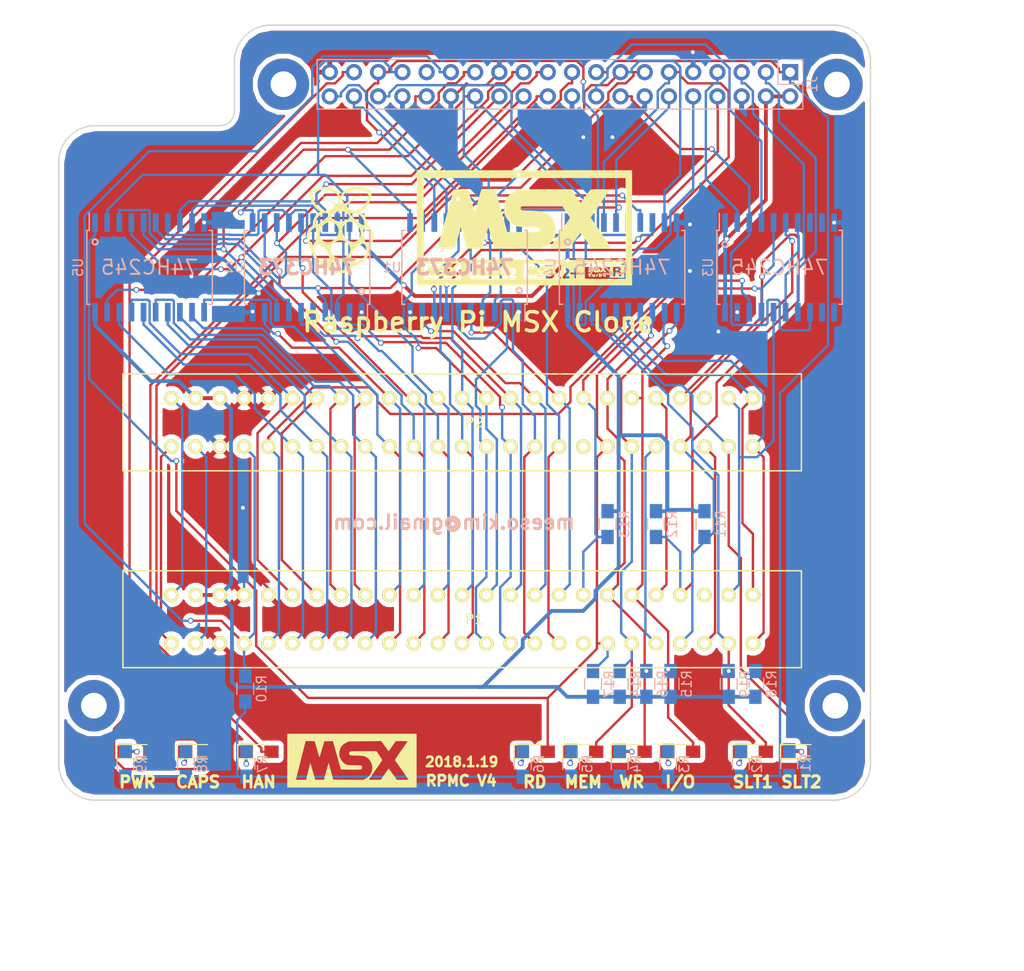
<source format=kicad_pcb>
(kicad_pcb (version 4) (host pcbnew 4.0.7)
  (layers (0 F.Cu signal) (31 B.Cu signal) (34 B.Paste user) (35 F.Paste user) (36 B.SilkS user) (37 F.SilkS user) (38 B.Mask user) (39 F.Mask user) (44 Edge.Cuts user))
  (net 0 "")
  (net 1 GND)
  (net 2 "Net-(U3-Pad9)")
  (net 3 +5V)
  (net 4 /RD3)
  (net 5 /RD4)
  (net 6 /RD6)
  (net 7 /RD7)
  (net 8 /CAPS)
  (net 9 /HAN)
  (net 10 /RD0)
  (net 11 /RCLK)
  (net 12 /RD1)
  (net 13 /RD2)
  (net 14 /RD5)
  (net 15 /RRESET)
  (net 16 /PWR)
  (net 17 /CS1)
  (net 18 /CS2)
  (net 19 /CS12)
  (net 20 /SLTSL1)
  (net 21 /RFSH)
  (net 22 /WAIT)
  (net 23 /INT)
  (net 24 /M1)
  (net 25 /BUSDIR)
  (net 26 /IORQ)
  (net 27 /MREQ)
  (net 28 /WR)
  (net 29 /RD)
  (net 30 /RESET)
  (net 31 /A9)
  (net 32 /A15)
  (net 33 /A11)
  (net 34 /A10)
  (net 35 /A7)
  (net 36 /A6)
  (net 37 /A12)
  (net 38 /A8)
  (net 39 /A14)
  (net 40 /A13)
  (net 41 /A1)
  (net 42 /A0)
  (net 43 /A3)
  (net 44 /A2)
  (net 45 /A5)
  (net 46 /A4)
  (net 47 /D1)
  (net 48 /D0)
  (net 49 /D3)
  (net 50 /D2)
  (net 51 /D5)
  (net 52 /D4)
  (net 53 /D7)
  (net 54 /D6)
  (net 55 /CLK)
  (net 56 /SW1)
  (net 57 /+12V)
  (net 58 /SNDIN)
  (net 59 /+V12)
  (net 60 /SLTSL3)
  (net 61 +3V3)
  (net 62 /RINT)
  (net 63 /RWAIT)
  (net 64 "Net-(P1-Pad5)")
  (net 65 "Net-(P1-Pad16)")
  (net 66 "Net-(P2-Pad5)")
  (net 67 "Net-(P2-Pad16)")
  (net 68 "Net-(D1-Pad1)")
  (net 69 "Net-(D2-Pad1)")
  (net 70 "Net-(D3-Pad1)")
  (net 71 "Net-(D4-Pad1)")
  (net 72 "Net-(D5-Pad1)")
  (net 73 "Net-(D6-Pad1)")
  (net 74 "Net-(D7-Pad1)")
  (net 75 "Net-(D8-Pad1)")
  (net 76 "Net-(D9-Pad1)")
  (net 77 /RA8)
  (net 78 /RA10)
  (net 79 /RA11)
  (net 80 /RA15)
  (net 81 /RCS12)
  (net 82 /LE_A)
  (net 83 /LE_B)
  (net 84 /RA12)
  (net 85 /RA9)
  (net 86 /RA13)
  (net 87 /RA14)
  (net 88 "Net-(U3-Pad11)")
  (net 89 "Net-(U3-Pad12)")
  (net 90 "Net-(U3-Pad8)")
  (net 91 "Net-(J1-Pad31)")
  (module Mounting_Holes:MountingHole_2.7mm_Pad (layer F.Cu) (at 210.312 122.174)
    (fp_text reference REF4)
    (fp_text value MountingHole_2.7mm_Pad)
    (pad "" thru_hole circle (at 0 0) (size 5.4 5.4) (drill 2.7) (layers *.Cu *.Mask))
  )
  (module Mounting_Holes:MountingHole_2.7mm_Pad (layer F.Cu) (at 132.588 122.174)
    (fp_text reference REF3)
    (fp_text value MountingHole_2.7mm_Pad)
    (pad "" thru_hole circle (at 0 0) (size 5.4 5.4) (drill 2.7) (layers *.Cu *.Mask))
  )
  (module Mounting_Holes:MountingHole_2.7mm_Pad (layer F.Cu) (at 152.459 56.9925)
    (fp_text reference REF1)
    (fp_text value MountingHole_2.7mm_Pad)
    (pad "" thru_hole circle (at 0 0) (size 5.4 5.4) (drill 2.7) (layers *.Cu *.Mask))
  )
  (module MSX:MSX_SLOT (layer F.Cu) (at 172.466 113.101)
    (fp_text reference P1 (at 0 0) (layer F.SilkS))
    (fp_text value CONN_02X25)
    (pad 1 thru_hole circle (at 29.21 -2.54) (size 1.524 1.524) (drill 0.9) (layers *.Cu *.Mask F.SilkS) (net 17 /CS1))
    (pad 2 thru_hole circle (at 29.21 2.54) (size 1.524 1.524) (drill 0.9) (layers *.Cu *.Mask F.SilkS) (net 18 /CS2))
    (pad 3 thru_hole circle (at 26.67 -2.54) (size 1.524 1.524) (drill 0.9) (layers *.Cu *.Mask F.SilkS) (net 19 /CS12))
    (pad 4 thru_hole circle (at 26.67 2.54) (size 1.524 1.524) (drill 0.9) (layers *.Cu *.Mask F.SilkS) (net 20 /SLTSL1))
    (pad 5 thru_hole circle (at 24.13 -2.54) (size 1.524 1.524) (drill 0.9) (layers *.Cu *.Mask F.SilkS) (net 64 "Net-(P1-Pad5)"))
    (pad 6 thru_hole circle (at 24.13 2.54) (size 1.524 1.524) (drill 0.9) (layers *.Cu *.Mask F.SilkS) (net 21 /RFSH))
    (pad 7 thru_hole circle (at 21.59 -2.54) (size 1.524 1.524) (drill 0.9) (layers *.Cu *.Mask F.SilkS) (net 22 /WAIT))
    (pad 8 thru_hole circle (at 21.59 2.54) (size 1.524 1.524) (drill 0.9) (layers *.Cu *.Mask F.SilkS) (net 23 /INT))
    (pad 9 thru_hole circle (at 19.05 -2.54) (size 1.524 1.524) (drill 0.9) (layers *.Cu *.Mask F.SilkS) (net 24 /M1))
    (pad 10 thru_hole circle (at 19.05 2.54) (size 1.524 1.524) (drill 0.9) (layers *.Cu *.Mask F.SilkS) (net 25 /BUSDIR))
    (pad 11 thru_hole circle (at 16.51 -2.54) (size 1.524 1.524) (drill 0.9) (layers *.Cu *.Mask F.SilkS) (net 26 /IORQ))
    (pad 12 thru_hole circle (at 16.51 2.54) (size 1.524 1.524) (drill 0.9) (layers *.Cu *.Mask F.SilkS) (net 27 /MREQ))
    (pad 13 thru_hole circle (at 13.97 -2.54) (size 1.524 1.524) (drill 0.9) (layers *.Cu *.Mask F.SilkS) (net 28 /WR))
    (pad 14 thru_hole circle (at 13.97 2.54) (size 1.524 1.524) (drill 0.9) (layers *.Cu *.Mask F.SilkS) (net 29 /RD))
    (pad 15 thru_hole circle (at 11.43 -2.54) (size 1.524 1.524) (drill 0.9) (layers *.Cu *.Mask F.SilkS) (net 30 /RESET))
    (pad 16 thru_hole circle (at 11.43 2.54) (size 1.524 1.524) (drill 0.9) (layers *.Cu *.Mask F.SilkS) (net 65 "Net-(P1-Pad16)"))
    (pad 17 thru_hole circle (at 8.89 -2.54) (size 1.524 1.524) (drill 0.9) (layers *.Cu *.Mask F.SilkS) (net 31 /A9))
    (pad 18 thru_hole circle (at 8.89 2.54) (size 1.524 1.524) (drill 0.9) (layers *.Cu *.Mask F.SilkS) (net 32 /A15))
    (pad 19 thru_hole circle (at 6.35 -2.54) (size 1.524 1.524) (drill 0.9) (layers *.Cu *.Mask F.SilkS) (net 33 /A11))
    (pad 20 thru_hole circle (at 6.35 2.54) (size 1.524 1.524) (drill 0.9) (layers *.Cu *.Mask F.SilkS) (net 34 /A10))
    (pad 21 thru_hole circle (at 3.81 -2.54) (size 1.524 1.524) (drill 0.9) (layers *.Cu *.Mask F.SilkS) (net 35 /A7))
    (pad 22 thru_hole circle (at 3.81 2.54) (size 1.524 1.524) (drill 0.9) (layers *.Cu *.Mask F.SilkS) (net 36 /A6))
    (pad 23 thru_hole circle (at 1.27 -2.54) (size 1.524 1.524) (drill 0.9) (layers *.Cu *.Mask F.SilkS) (net 37 /A12))
    (pad 24 thru_hole circle (at 1.27 2.54) (size 1.524 1.524) (drill 0.9) (layers *.Cu *.Mask F.SilkS) (net 38 /A8))
    (pad 25 thru_hole circle (at -1.27 -2.54) (size 1.524 1.524) (drill 0.9) (layers *.Cu *.Mask F.SilkS) (net 39 /A14))
    (pad 26 thru_hole circle (at -1.27 2.54) (size 1.524 1.524) (drill 0.9) (layers *.Cu *.Mask F.SilkS) (net 40 /A13))
    (pad 27 thru_hole circle (at -3.81 -2.54) (size 1.524 1.524) (drill 0.9) (layers *.Cu *.Mask F.SilkS) (net 41 /A1))
    (pad 28 thru_hole circle (at -3.81 2.54) (size 1.524 1.524) (drill 0.9) (layers *.Cu *.Mask F.SilkS) (net 42 /A0))
    (pad 29 thru_hole circle (at -6.35 -2.54) (size 1.524 1.524) (drill 0.9) (layers *.Cu *.Mask F.SilkS) (net 43 /A3))
    (pad 30 thru_hole circle (at -6.35 2.54) (size 1.524 1.524) (drill 0.9) (layers *.Cu *.Mask F.SilkS) (net 44 /A2))
    (pad 31 thru_hole circle (at -8.89 -2.54) (size 1.524 1.524) (drill 0.9) (layers *.Cu *.Mask F.SilkS) (net 45 /A5))
    (pad 32 thru_hole circle (at -8.89 2.54) (size 1.524 1.524) (drill 0.9) (layers *.Cu *.Mask F.SilkS) (net 46 /A4))
    (pad 33 thru_hole circle (at -11.43 -2.54) (size 1.524 1.524) (drill 0.9) (layers *.Cu *.Mask F.SilkS) (net 47 /D1))
    (pad 34 thru_hole circle (at -11.43 2.54) (size 1.524 1.524) (drill 0.9) (layers *.Cu *.Mask F.SilkS) (net 48 /D0))
    (pad 35 thru_hole circle (at -13.97 -2.54) (size 1.524 1.524) (drill 0.9) (layers *.Cu *.Mask F.SilkS) (net 49 /D3))
    (pad 36 thru_hole circle (at -13.97 2.54) (size 1.524 1.524) (drill 0.9) (layers *.Cu *.Mask F.SilkS) (net 50 /D2))
    (pad 37 thru_hole circle (at -16.51 -2.54) (size 1.524 1.524) (drill 0.9) (layers *.Cu *.Mask F.SilkS) (net 51 /D5))
    (pad 38 thru_hole circle (at -16.51 2.54) (size 1.524 1.524) (drill 0.9) (layers *.Cu *.Mask F.SilkS) (net 52 /D4))
    (pad 39 thru_hole circle (at -19.05 -2.54) (size 1.524 1.524) (drill 0.9) (layers *.Cu *.Mask F.SilkS) (net 53 /D7))
    (pad 40 thru_hole circle (at -19.05 2.54) (size 1.524 1.524) (drill 0.9) (layers *.Cu *.Mask F.SilkS) (net 54 /D6))
    (pad 41 thru_hole circle (at -21.59 -2.54) (size 1.524 1.524) (drill 0.9) (layers *.Cu *.Mask F.SilkS) (net 1 GND))
    (pad 42 thru_hole circle (at -21.59 2.54) (size 1.524 1.524) (drill 0.9) (layers *.Cu *.Mask F.SilkS) (net 55 /CLK))
    (pad 43 thru_hole circle (at -24.13 -2.54) (size 1.524 1.524) (drill 0.9) (layers *.Cu *.Mask F.SilkS) (net 1 GND))
    (pad 44 thru_hole circle (at -24.13 2.54) (size 1.524 1.524) (drill 0.9) (layers *.Cu *.Mask F.SilkS) (net 56 /SW1))
    (pad 45 thru_hole circle (at -26.67 -2.54) (size 1.524 1.524) (drill 0.9) (layers *.Cu *.Mask F.SilkS) (net 3 +5V))
    (pad 46 thru_hole circle (at -26.67 2.54) (size 1.524 1.524) (drill 0.9) (layers *.Cu *.Mask F.SilkS) (net 1 GND))
    (pad 47 thru_hole circle (at -29.21 -2.54) (size 1.524 1.524) (drill 0.9) (layers *.Cu *.Mask F.SilkS) (net 3 +5V))
    (pad 48 thru_hole circle (at -29.21 2.54) (size 1.524 1.524) (drill 0.9) (layers *.Cu *.Mask F.SilkS) (net 57 /+12V))
    (pad 49 thru_hole circle (at -31.75 -2.54) (size 1.524 1.524) (drill 0.9) (layers *.Cu *.Mask F.SilkS) (net 58 /SNDIN))
    (pad 50 thru_hole circle (at -31.75 2.54) (size 1.524 1.524) (drill 0.9) (layers *.Cu *.Mask F.SilkS) (net 59 /+V12))
  )
  (module MSX:MSX_SLOT (layer F.Cu) (at 172.466 92.456)
    (fp_text reference P2 (at 0 0) (layer F.SilkS))
    (fp_text value CONN_02X25)
    (pad 1 thru_hole circle (at 29.21 -2.54) (size 1.524 1.524) (drill 0.9) (layers *.Cu *.Mask F.SilkS) (net 17 /CS1))
    (pad 2 thru_hole circle (at 29.21 2.54) (size 1.524 1.524) (drill 0.9) (layers *.Cu *.Mask F.SilkS) (net 18 /CS2))
    (pad 3 thru_hole circle (at 26.67 -2.54) (size 1.524 1.524) (drill 0.9) (layers *.Cu *.Mask F.SilkS) (net 19 /CS12))
    (pad 4 thru_hole circle (at 26.67 2.54) (size 1.524 1.524) (drill 0.9) (layers *.Cu *.Mask F.SilkS) (net 60 /SLTSL3))
    (pad 5 thru_hole circle (at 24.13 -2.54) (size 1.524 1.524) (drill 0.9) (layers *.Cu *.Mask F.SilkS) (net 66 "Net-(P2-Pad5)"))
    (pad 6 thru_hole circle (at 24.13 2.54) (size 1.524 1.524) (drill 0.9) (layers *.Cu *.Mask F.SilkS) (net 21 /RFSH))
    (pad 7 thru_hole circle (at 21.59 -2.54) (size 1.524 1.524) (drill 0.9) (layers *.Cu *.Mask F.SilkS) (net 22 /WAIT))
    (pad 8 thru_hole circle (at 21.59 2.54) (size 1.524 1.524) (drill 0.9) (layers *.Cu *.Mask F.SilkS) (net 23 /INT))
    (pad 9 thru_hole circle (at 19.05 -2.54) (size 1.524 1.524) (drill 0.9) (layers *.Cu *.Mask F.SilkS) (net 24 /M1))
    (pad 10 thru_hole circle (at 19.05 2.54) (size 1.524 1.524) (drill 0.9) (layers *.Cu *.Mask F.SilkS) (net 25 /BUSDIR))
    (pad 11 thru_hole circle (at 16.51 -2.54) (size 1.524 1.524) (drill 0.9) (layers *.Cu *.Mask F.SilkS) (net 26 /IORQ))
    (pad 12 thru_hole circle (at 16.51 2.54) (size 1.524 1.524) (drill 0.9) (layers *.Cu *.Mask F.SilkS) (net 27 /MREQ))
    (pad 13 thru_hole circle (at 13.97 -2.54) (size 1.524 1.524) (drill 0.9) (layers *.Cu *.Mask F.SilkS) (net 28 /WR))
    (pad 14 thru_hole circle (at 13.97 2.54) (size 1.524 1.524) (drill 0.9) (layers *.Cu *.Mask F.SilkS) (net 29 /RD))
    (pad 15 thru_hole circle (at 11.43 -2.54) (size 1.524 1.524) (drill 0.9) (layers *.Cu *.Mask F.SilkS) (net 30 /RESET))
    (pad 16 thru_hole circle (at 11.43 2.54) (size 1.524 1.524) (drill 0.9) (layers *.Cu *.Mask F.SilkS) (net 67 "Net-(P2-Pad16)"))
    (pad 17 thru_hole circle (at 8.89 -2.54) (size 1.524 1.524) (drill 0.9) (layers *.Cu *.Mask F.SilkS) (net 31 /A9))
    (pad 18 thru_hole circle (at 8.89 2.54) (size 1.524 1.524) (drill 0.9) (layers *.Cu *.Mask F.SilkS) (net 32 /A15))
    (pad 19 thru_hole circle (at 6.35 -2.54) (size 1.524 1.524) (drill 0.9) (layers *.Cu *.Mask F.SilkS) (net 33 /A11))
    (pad 20 thru_hole circle (at 6.35 2.54) (size 1.524 1.524) (drill 0.9) (layers *.Cu *.Mask F.SilkS) (net 34 /A10))
    (pad 21 thru_hole circle (at 3.81 -2.54) (size 1.524 1.524) (drill 0.9) (layers *.Cu *.Mask F.SilkS) (net 35 /A7))
    (pad 22 thru_hole circle (at 3.81 2.54) (size 1.524 1.524) (drill 0.9) (layers *.Cu *.Mask F.SilkS) (net 36 /A6))
    (pad 23 thru_hole circle (at 1.27 -2.54) (size 1.524 1.524) (drill 0.9) (layers *.Cu *.Mask F.SilkS) (net 37 /A12))
    (pad 24 thru_hole circle (at 1.27 2.54) (size 1.524 1.524) (drill 0.9) (layers *.Cu *.Mask F.SilkS) (net 38 /A8))
    (pad 25 thru_hole circle (at -1.27 -2.54) (size 1.524 1.524) (drill 0.9) (layers *.Cu *.Mask F.SilkS) (net 39 /A14))
    (pad 26 thru_hole circle (at -1.27 2.54) (size 1.524 1.524) (drill 0.9) (layers *.Cu *.Mask F.SilkS) (net 40 /A13))
    (pad 27 thru_hole circle (at -3.81 -2.54) (size 1.524 1.524) (drill 0.9) (layers *.Cu *.Mask F.SilkS) (net 41 /A1))
    (pad 28 thru_hole circle (at -3.81 2.54) (size 1.524 1.524) (drill 0.9) (layers *.Cu *.Mask F.SilkS) (net 42 /A0))
    (pad 29 thru_hole circle (at -6.35 -2.54) (size 1.524 1.524) (drill 0.9) (layers *.Cu *.Mask F.SilkS) (net 43 /A3))
    (pad 30 thru_hole circle (at -6.35 2.54) (size 1.524 1.524) (drill 0.9) (layers *.Cu *.Mask F.SilkS) (net 44 /A2))
    (pad 31 thru_hole circle (at -8.89 -2.54) (size 1.524 1.524) (drill 0.9) (layers *.Cu *.Mask F.SilkS) (net 45 /A5))
    (pad 32 thru_hole circle (at -8.89 2.54) (size 1.524 1.524) (drill 0.9) (layers *.Cu *.Mask F.SilkS) (net 46 /A4))
    (pad 33 thru_hole circle (at -11.43 -2.54) (size 1.524 1.524) (drill 0.9) (layers *.Cu *.Mask F.SilkS) (net 47 /D1))
    (pad 34 thru_hole circle (at -11.43 2.54) (size 1.524 1.524) (drill 0.9) (layers *.Cu *.Mask F.SilkS) (net 48 /D0))
    (pad 35 thru_hole circle (at -13.97 -2.54) (size 1.524 1.524) (drill 0.9) (layers *.Cu *.Mask F.SilkS) (net 49 /D3))
    (pad 36 thru_hole circle (at -13.97 2.54) (size 1.524 1.524) (drill 0.9) (layers *.Cu *.Mask F.SilkS) (net 50 /D2))
    (pad 37 thru_hole circle (at -16.51 -2.54) (size 1.524 1.524) (drill 0.9) (layers *.Cu *.Mask F.SilkS) (net 51 /D5))
    (pad 38 thru_hole circle (at -16.51 2.54) (size 1.524 1.524) (drill 0.9) (layers *.Cu *.Mask F.SilkS) (net 52 /D4))
    (pad 39 thru_hole circle (at -19.05 -2.54) (size 1.524 1.524) (drill 0.9) (layers *.Cu *.Mask F.SilkS) (net 53 /D7))
    (pad 40 thru_hole circle (at -19.05 2.54) (size 1.524 1.524) (drill 0.9) (layers *.Cu *.Mask F.SilkS) (net 54 /D6))
    (pad 41 thru_hole circle (at -21.59 -2.54) (size 1.524 1.524) (drill 0.9) (layers *.Cu *.Mask F.SilkS) (net 1 GND))
    (pad 42 thru_hole circle (at -21.59 2.54) (size 1.524 1.524) (drill 0.9) (layers *.Cu *.Mask F.SilkS) (net 55 /CLK))
    (pad 43 thru_hole circle (at -24.13 -2.54) (size 1.524 1.524) (drill 0.9) (layers *.Cu *.Mask F.SilkS) (net 1 GND))
    (pad 44 thru_hole circle (at -24.13 2.54) (size 1.524 1.524) (drill 0.9) (layers *.Cu *.Mask F.SilkS) (net 56 /SW1))
    (pad 45 thru_hole circle (at -26.67 -2.54) (size 1.524 1.524) (drill 0.9) (layers *.Cu *.Mask F.SilkS) (net 3 +5V))
    (pad 46 thru_hole circle (at -26.67 2.54) (size 1.524 1.524) (drill 0.9) (layers *.Cu *.Mask F.SilkS) (net 1 GND))
    (pad 47 thru_hole circle (at -29.21 -2.54) (size 1.524 1.524) (drill 0.9) (layers *.Cu *.Mask F.SilkS) (net 3 +5V))
    (pad 48 thru_hole circle (at -29.21 2.54) (size 1.524 1.524) (drill 0.9) (layers *.Cu *.Mask F.SilkS) (net 57 /+12V))
    (pad 49 thru_hole circle (at -31.75 -2.54) (size 1.524 1.524) (drill 0.9) (layers *.Cu *.Mask F.SilkS) (net 58 /SNDIN))
    (pad 50 thru_hole circle (at -31.75 2.54) (size 1.524 1.524) (drill 0.9) (layers *.Cu *.Mask F.SilkS) (net 59 /+V12))
  )
  (module LEDs:LED_0805_HandSoldering (layer F.Cu) (at 206.756 127)
    (fp_text reference D1 hide)
    (fp_text value Led_Small)
    (pad 1 smd rect (at -1.35 0) (size 1.5 1.3) (layers F.Cu F.Paste F.Mask) (net 68 "Net-(D1-Pad1)"))
    (pad 2 smd rect (at 1.35 0) (size 1.5 1.3) (layers F.Cu F.Paste F.Mask) (net 60 /SLTSL3))
  )
  (module LEDs:LED_0805_HandSoldering (layer F.Cu) (at 201.676 127)
    (fp_text reference D2 hide)
    (fp_text value Led_Small)
    (pad 1 smd rect (at -1.35 0) (size 1.5 1.3) (layers F.Cu F.Paste F.Mask) (net 69 "Net-(D2-Pad1)"))
    (pad 2 smd rect (at 1.35 0) (size 1.5 1.3) (layers F.Cu F.Paste F.Mask) (net 20 /SLTSL1))
  )
  (module LEDs:LED_0805_HandSoldering (layer F.Cu) (at 194.056 127)
    (fp_text reference D3 hide)
    (fp_text value Led_Small)
    (pad 1 smd rect (at -1.35 0) (size 1.5 1.3) (layers F.Cu F.Paste F.Mask) (net 70 "Net-(D3-Pad1)"))
    (pad 2 smd rect (at 1.35 0) (size 1.5 1.3) (layers F.Cu F.Paste F.Mask) (net 26 /IORQ))
  )
  (module LEDs:LED_0805_HandSoldering (layer F.Cu) (at 188.976 127)
    (fp_text reference D4 hide)
    (fp_text value Led_Small)
    (pad 1 smd rect (at -1.35 0) (size 1.5 1.3) (layers F.Cu F.Paste F.Mask) (net 71 "Net-(D4-Pad1)"))
    (pad 2 smd rect (at 1.35 0) (size 1.5 1.3) (layers F.Cu F.Paste F.Mask) (net 28 /WR))
  )
  (module LEDs:LED_0805_HandSoldering (layer F.Cu) (at 183.896 127)
    (fp_text reference D5 hide)
    (fp_text value Led_Small)
    (pad 1 smd rect (at -1.35 0) (size 1.5 1.3) (layers F.Cu F.Paste F.Mask) (net 72 "Net-(D5-Pad1)"))
    (pad 2 smd rect (at 1.35 0) (size 1.5 1.3) (layers F.Cu F.Paste F.Mask) (net 27 /MREQ))
  )
  (module LEDs:LED_0805_HandSoldering (layer F.Cu) (at 178.816 127)
    (fp_text reference D6 hide)
    (fp_text value Led_Small)
    (pad 1 smd rect (at -1.35 0) (size 1.5 1.3) (layers F.Cu F.Paste F.Mask) (net 73 "Net-(D6-Pad1)"))
    (pad 2 smd rect (at 1.35 0) (size 1.5 1.3) (layers F.Cu F.Paste F.Mask) (net 29 /RD))
  )
  (module LEDs:LED_0805_HandSoldering (layer F.Cu) (at 149.86 127)
    (fp_text reference D7 hide)
    (fp_text value Led_Small)
    (pad 1 smd rect (at -1.35 0) (size 1.5 1.3) (layers F.Cu F.Paste F.Mask) (net 74 "Net-(D7-Pad1)"))
    (pad 2 smd rect (at 1.35 0) (size 1.5 1.3) (layers F.Cu F.Paste F.Mask) (net 9 /HAN))
  )
  (module LEDs:LED_0805_HandSoldering (layer F.Cu) (at 143.51 127)
    (fp_text reference D8 hide)
    (fp_text value Led_Small)
    (pad 1 smd rect (at -1.35 0) (size 1.5 1.3) (layers F.Cu F.Paste F.Mask) (net 75 "Net-(D8-Pad1)"))
    (pad 2 smd rect (at 1.35 0) (size 1.5 1.3) (layers F.Cu F.Paste F.Mask) (net 8 /CAPS))
  )
  (module LEDs:LED_0805_HandSoldering (layer F.Cu) (at 137.16 127)
    (fp_text reference D9 hide)
    (fp_text value Led_Small)
    (pad 1 smd rect (at -1.35 0) (size 1.5 1.3) (layers F.Cu F.Paste F.Mask) (net 76 "Net-(D9-Pad1)"))
    (pad 2 smd rect (at 1.35 0) (size 1.5 1.3) (layers F.Cu F.Paste F.Mask) (net 16 /PWR))
  )
  (module Resistors_SMD:R_0805_HandSoldering (layer B.Cu) (at 205.486 128.19 90)
    (fp_text reference R1 (at 0 1.7 90) (layer B.SilkS) (effects (justify mirror)))
    (fp_text value R)
    (pad 1 smd rect (at -1.35 0 90) (size 1.5 1.3) (layers B.Cu B.Paste B.Mask) (net 61 +3V3))
    (pad 2 smd rect (at 1.35 0 90) (size 1.5 1.3) (layers B.Cu B.Paste B.Mask) (net 68 "Net-(D1-Pad1)"))
  )
  (module Resistors_SMD:R_0805_HandSoldering (layer B.Cu) (at 200.406 128.27 90)
    (fp_text reference R2 (at 0 1.7 90) (layer B.SilkS) (effects (justify mirror)))
    (fp_text value R)
    (pad 1 smd rect (at -1.35 0 90) (size 1.5 1.3) (layers B.Cu B.Paste B.Mask) (net 61 +3V3))
    (pad 2 smd rect (at 1.35 0 90) (size 1.5 1.3) (layers B.Cu B.Paste B.Mask) (net 69 "Net-(D2-Pad1)"))
  )
  (module Resistors_SMD:R_0805_HandSoldering (layer B.Cu) (at 192.786 128.27 90)
    (fp_text reference R3 (at 0 1.7 90) (layer B.SilkS) (effects (justify mirror)))
    (fp_text value R)
    (pad 1 smd rect (at -1.35 0 90) (size 1.5 1.3) (layers B.Cu B.Paste B.Mask) (net 61 +3V3))
    (pad 2 smd rect (at 1.35 0 90) (size 1.5 1.3) (layers B.Cu B.Paste B.Mask) (net 70 "Net-(D3-Pad1)"))
  )
  (module Resistors_SMD:R_0805_HandSoldering (layer B.Cu) (at 187.706 128.27 90)
    (fp_text reference R4 (at 0 1.7 90) (layer B.SilkS) (effects (justify mirror)))
    (fp_text value R)
    (pad 1 smd rect (at -1.35 0 90) (size 1.5 1.3) (layers B.Cu B.Paste B.Mask) (net 61 +3V3))
    (pad 2 smd rect (at 1.35 0 90) (size 1.5 1.3) (layers B.Cu B.Paste B.Mask) (net 71 "Net-(D4-Pad1)"))
  )
  (module Resistors_SMD:R_0805_HandSoldering (layer B.Cu) (at 182.626 128.27 90)
    (fp_text reference R5 (at 0 1.7 90) (layer B.SilkS) (effects (justify mirror)))
    (fp_text value R)
    (pad 1 smd rect (at -1.35 0 90) (size 1.5 1.3) (layers B.Cu B.Paste B.Mask) (net 61 +3V3))
    (pad 2 smd rect (at 1.35 0 90) (size 1.5 1.3) (layers B.Cu B.Paste B.Mask) (net 72 "Net-(D5-Pad1)"))
  )
  (module Resistors_SMD:R_0805_HandSoldering (layer B.Cu) (at 177.546 128.27 90)
    (fp_text reference R6 (at 0 1.7 90) (layer B.SilkS) (effects (justify mirror)))
    (fp_text value R)
    (pad 1 smd rect (at -1.35 0 90) (size 1.5 1.3) (layers B.Cu B.Paste B.Mask) (net 61 +3V3))
    (pad 2 smd rect (at 1.35 0 90) (size 1.5 1.3) (layers B.Cu B.Paste B.Mask) (net 73 "Net-(D6-Pad1)"))
  )
  (module Resistors_SMD:R_0805_HandSoldering (layer B.Cu) (at 148.59 128.27 90)
    (fp_text reference R7 (at 0 1.7 90) (layer B.SilkS) (effects (justify mirror)))
    (fp_text value R)
    (pad 1 smd rect (at -1.35 0 90) (size 1.5 1.3) (layers B.Cu B.Paste B.Mask) (net 61 +3V3))
    (pad 2 smd rect (at 1.35 0 90) (size 1.5 1.3) (layers B.Cu B.Paste B.Mask) (net 74 "Net-(D7-Pad1)"))
  )
  (module Resistors_SMD:R_0805_HandSoldering (layer B.Cu) (at 142.24 128.27 90)
    (fp_text reference R8 (at 0 1.7 90) (layer B.SilkS) (effects (justify mirror)))
    (fp_text value R)
    (pad 1 smd rect (at -1.35 0 90) (size 1.5 1.3) (layers B.Cu B.Paste B.Mask) (net 61 +3V3))
    (pad 2 smd rect (at 1.35 0 90) (size 1.5 1.3) (layers B.Cu B.Paste B.Mask) (net 75 "Net-(D8-Pad1)"))
  )
  (module Resistors_SMD:R_0805_HandSoldering (layer B.Cu) (at 135.89 128.27 90)
    (fp_text reference R9 (at 0 1.7 90) (layer B.SilkS) (effects (justify mirror)))
    (fp_text value R)
    (pad 1 smd rect (at -1.35 0 90) (size 1.5 1.3) (layers B.Cu B.Paste B.Mask) (net 61 +3V3))
    (pad 2 smd rect (at 1.35 0 90) (size 1.5 1.3) (layers B.Cu B.Paste B.Mask) (net 76 "Net-(D9-Pad1)"))
  )
  (module Resistors_SMD:R_0805_HandSoldering (layer B.Cu) (at 148.463 120.396 90)
    (fp_text reference R10 (at 0 1.7 90) (layer B.SilkS) (effects (justify mirror)))
    (fp_text value R)
    (pad 1 smd rect (at -1.35 0 90) (size 1.5 1.3) (layers B.Cu B.Paste B.Mask) (net 61 +3V3))
    (pad 2 smd rect (at 1.35 0 90) (size 1.5 1.3) (layers B.Cu B.Paste B.Mask) (net 56 /SW1))
  )
  (module Resistors_SMD:R_0805_HandSoldering (layer B.Cu) (at 196.596 103.124 90)
    (fp_text reference R11 (at 0 1.7 90) (layer B.SilkS) (effects (justify mirror)))
    (fp_text value R)
    (pad 1 smd rect (at -1.35 0 90) (size 1.5 1.3) (layers B.Cu B.Paste B.Mask) (net 23 /INT))
    (pad 2 smd rect (at 1.35 0 90) (size 1.5 1.3) (layers B.Cu B.Paste B.Mask) (net 3 +5V))
  )
  (module MSX:LOGO (layer F.Cu) (at 159.639 127.9144)
    (fp_text reference G*** hide)
    (fp_text value LOGO hide)
  )
  (module Mounting_Holes:MountingHole_2.7mm_Pad (layer F.Cu) (at 210.483 57.023)
    (fp_text reference REF2)
    (fp_text value MountingHole_2.7mm_Pad)
    (pad "" thru_hole circle (at 0 0) (size 5.4 5.4) (drill 2.7) (layers *.Cu *.Mask))
  )
  (module Housings_SOIC:SOIC-20W_7.5x12.8mm_Pitch1.27mm (layer B.Cu) (at 171.45 76.2 90)
    (fp_text reference U1 (at 0 -7.62 360) (layer B.SilkS) (effects (justify mirror)))
    (fp_text value 74LS373)
    (pad 1 smd rect (at -4.7 5.715 90) (size 1.95 0.6) (layers B.Cu B.Paste B.Mask) (net 1 GND))
    (pad 2 smd rect (at -4.7 4.445 90) (size 1.95 0.6) (layers B.Cu B.Paste B.Mask) (net 38 /A8))
    (pad 3 smd rect (at -4.7 3.175 90) (size 1.95 0.6) (layers B.Cu B.Paste B.Mask) (net 77 /RA8))
    (pad 4 smd rect (at -4.7 1.905 90) (size 1.95 0.6) (layers B.Cu B.Paste B.Mask) (net 85 /RA9))
    (pad 5 smd rect (at -4.7 0.635 90) (size 1.95 0.6) (layers B.Cu B.Paste B.Mask) (net 31 /A9))
    (pad 6 smd rect (at -4.7 -0.635 90) (size 1.95 0.6) (layers B.Cu B.Paste B.Mask) (net 34 /A10))
    (pad 7 smd rect (at -4.7 -1.905 90) (size 1.95 0.6) (layers B.Cu B.Paste B.Mask) (net 78 /RA10))
    (pad 8 smd rect (at -4.7 -3.175 90) (size 1.95 0.6) (layers B.Cu B.Paste B.Mask) (net 79 /RA11))
    (pad 9 smd rect (at -4.7 -4.445 90) (size 1.95 0.6) (layers B.Cu B.Paste B.Mask) (net 33 /A11))
    (pad 10 smd rect (at -4.7 -5.715 90) (size 1.95 0.6) (layers B.Cu B.Paste B.Mask) (net 1 GND))
    (pad 11 smd rect (at 4.7 -5.715 90) (size 1.95 0.6) (layers B.Cu B.Paste B.Mask) (net 82 /LE_A))
    (pad 12 smd rect (at 4.7 -4.445 90) (size 1.95 0.6) (layers B.Cu B.Paste B.Mask) (net 37 /A12))
    (pad 13 smd rect (at 4.7 -3.175 90) (size 1.95 0.6) (layers B.Cu B.Paste B.Mask) (net 84 /RA12))
    (pad 14 smd rect (at 4.7 -1.905 90) (size 1.95 0.6) (layers B.Cu B.Paste B.Mask) (net 86 /RA13))
    (pad 15 smd rect (at 4.7 -0.635 90) (size 1.95 0.6) (layers B.Cu B.Paste B.Mask) (net 40 /A13))
    (pad 16 smd rect (at 4.7 0.635 90) (size 1.95 0.6) (layers B.Cu B.Paste B.Mask) (net 39 /A14))
    (pad 17 smd rect (at 4.7 1.905 90) (size 1.95 0.6) (layers B.Cu B.Paste B.Mask) (net 87 /RA14))
    (pad 18 smd rect (at 4.7 3.175 90) (size 1.95 0.6) (layers B.Cu B.Paste B.Mask) (net 80 /RA15))
    (pad 19 smd rect (at 4.7 4.445 90) (size 1.95 0.6) (layers B.Cu B.Paste B.Mask) (net 32 /A15))
    (pad 20 smd rect (at 4.7 5.715 90) (size 1.95 0.6) (layers B.Cu B.Paste B.Mask) (net 3 +5V))
  )
  (module Housings_SOIC:SOIC-20W_7.5x12.8mm_Pitch1.27mm (layer B.Cu) (at 154.94 76.2 90)
    (fp_text reference U2 (at 0 -7.62 360) (layer B.SilkS) (effects (justify mirror)))
    (fp_text value 74LS373)
    (pad 1 smd rect (at -4.7 5.715 90) (size 1.95 0.6) (layers B.Cu B.Paste B.Mask) (net 1 GND))
    (pad 2 smd rect (at -4.7 4.445 90) (size 1.95 0.6) (layers B.Cu B.Paste B.Mask) (net 36 /A6))
    (pad 3 smd rect (at -4.7 3.175 90) (size 1.95 0.6) (layers B.Cu B.Paste B.Mask) (net 6 /RD6))
    (pad 4 smd rect (at -4.7 1.905 90) (size 1.95 0.6) (layers B.Cu B.Paste B.Mask) (net 7 /RD7))
    (pad 5 smd rect (at -4.7 0.635 90) (size 1.95 0.6) (layers B.Cu B.Paste B.Mask) (net 35 /A7))
    (pad 6 smd rect (at -4.7 -0.635 90) (size 1.95 0.6) (layers B.Cu B.Paste B.Mask) (net 46 /A4))
    (pad 7 smd rect (at -4.7 -1.905 90) (size 1.95 0.6) (layers B.Cu B.Paste B.Mask) (net 5 /RD4))
    (pad 8 smd rect (at -4.7 -3.175 90) (size 1.95 0.6) (layers B.Cu B.Paste B.Mask) (net 14 /RD5))
    (pad 9 smd rect (at -4.7 -4.445 90) (size 1.95 0.6) (layers B.Cu B.Paste B.Mask) (net 45 /A5))
    (pad 10 smd rect (at -4.7 -5.715 90) (size 1.95 0.6) (layers B.Cu B.Paste B.Mask) (net 1 GND))
    (pad 11 smd rect (at 4.7 -5.715 90) (size 1.95 0.6) (layers B.Cu B.Paste B.Mask) (net 82 /LE_A))
    (pad 12 smd rect (at 4.7 -4.445 90) (size 1.95 0.6) (layers B.Cu B.Paste B.Mask) (net 44 /A2))
    (pad 13 smd rect (at 4.7 -3.175 90) (size 1.95 0.6) (layers B.Cu B.Paste B.Mask) (net 13 /RD2))
    (pad 14 smd rect (at 4.7 -1.905 90) (size 1.95 0.6) (layers B.Cu B.Paste B.Mask) (net 4 /RD3))
    (pad 15 smd rect (at 4.7 -0.635 90) (size 1.95 0.6) (layers B.Cu B.Paste B.Mask) (net 43 /A3))
    (pad 16 smd rect (at 4.7 0.635 90) (size 1.95 0.6) (layers B.Cu B.Paste B.Mask) (net 42 /A0))
    (pad 17 smd rect (at 4.7 1.905 90) (size 1.95 0.6) (layers B.Cu B.Paste B.Mask) (net 10 /RD0))
    (pad 18 smd rect (at 4.7 3.175 90) (size 1.95 0.6) (layers B.Cu B.Paste B.Mask) (net 12 /RD1))
    (pad 19 smd rect (at 4.7 4.445 90) (size 1.95 0.6) (layers B.Cu B.Paste B.Mask) (net 41 /A1))
    (pad 20 smd rect (at 4.7 5.715 90) (size 1.95 0.6) (layers B.Cu B.Paste B.Mask) (net 3 +5V))
  )
  (module Housings_SOIC:SOIC-20W_7.5x12.8mm_Pitch1.27mm (layer B.Cu) (at 204.47 76.2 270)
    (fp_text reference U3 (at 0 7.5 270) (layer B.SilkS) (effects (justify mirror)))
    (fp_text value 74LS245)
    (pad 1 smd rect (at -4.7 5.715 270) (size 1.95 0.6) (layers B.Cu B.Paste B.Mask) (net 3 +5V))
    (pad 2 smd rect (at -4.7 4.445 270) (size 1.95 0.6) (layers B.Cu B.Paste B.Mask) (net 11 /RCLK))
    (pad 3 smd rect (at -4.7 3.175 270) (size 1.95 0.6) (layers B.Cu B.Paste B.Mask) (net 15 /RRESET))
    (pad 4 smd rect (at -4.7 1.905 270) (size 1.95 0.6) (layers B.Cu B.Paste B.Mask) (net 81 /RCS12))
    (pad 5 smd rect (at -4.7 0.635 270) (size 1.95 0.6) (layers B.Cu B.Paste B.Mask) (net 22 /WAIT))
    (pad 6 smd rect (at -4.7 -0.635 270) (size 1.95 0.6) (layers B.Cu B.Paste B.Mask) (net 23 /INT))
    (pad 7 smd rect (at -4.7 -1.905 270) (size 1.95 0.6) (layers B.Cu B.Paste B.Mask) (net 30 /RESET))
    (pad 8 smd rect (at -4.7 -3.175 270) (size 1.95 0.6) (layers B.Cu B.Paste B.Mask) (net 90 "Net-(U3-Pad8)"))
    (pad 9 smd rect (at -4.7 -4.445 270) (size 1.95 0.6) (layers B.Cu B.Paste B.Mask) (net 2 "Net-(U3-Pad9)"))
    (pad 10 smd rect (at -4.7 -5.715 270) (size 1.95 0.6) (layers B.Cu B.Paste B.Mask) (net 1 GND))
    (pad 11 smd rect (at 4.7 -5.715 270) (size 1.95 0.6) (layers B.Cu B.Paste B.Mask) (net 88 "Net-(U3-Pad11)"))
    (pad 12 smd rect (at 4.7 -4.445 270) (size 1.95 0.6) (layers B.Cu B.Paste B.Mask) (net 89 "Net-(U3-Pad12)"))
    (pad 13 smd rect (at 4.7 -3.175 270) (size 1.95 0.6) (layers B.Cu B.Paste B.Mask) (net 15 /RRESET))
    (pad 14 smd rect (at 4.7 -1.905 270) (size 1.95 0.6) (layers B.Cu B.Paste B.Mask) (net 62 /RINT))
    (pad 15 smd rect (at 4.7 -0.635 270) (size 1.95 0.6) (layers B.Cu B.Paste B.Mask) (net 63 /RWAIT))
    (pad 16 smd rect (at 4.7 0.635 270) (size 1.95 0.6) (layers B.Cu B.Paste B.Mask) (net 19 /CS12))
    (pad 17 smd rect (at 4.7 1.905 270) (size 1.95 0.6) (layers B.Cu B.Paste B.Mask) (net 30 /RESET))
    (pad 18 smd rect (at 4.7 3.175 270) (size 1.95 0.6) (layers B.Cu B.Paste B.Mask) (net 55 /CLK))
    (pad 19 smd rect (at 4.7 4.445 270) (size 1.95 0.6) (layers B.Cu B.Paste B.Mask) (net 1 GND))
    (pad 20 smd rect (at 4.7 5.715 270) (size 1.95 0.6) (layers B.Cu B.Paste B.Mask) (net 3 +5V))
  )
  (module Housings_SOIC:SOIC-20W_7.5x12.8mm_Pitch1.27mm (layer B.Cu) (at 187.96 76.2 270)
    (fp_text reference U4 (at 0 7.5 270) (layer B.SilkS) (effects (justify mirror)))
    (fp_text value 74LS245)
    (pad 1 smd rect (at -4.7 5.715 270) (size 1.95 0.6) (layers B.Cu B.Paste B.Mask) (net 3 +5V))
    (pad 2 smd rect (at -4.7 4.445 270) (size 1.95 0.6) (layers B.Cu B.Paste B.Mask) (net 77 /RA8))
    (pad 3 smd rect (at -4.7 3.175 270) (size 1.95 0.6) (layers B.Cu B.Paste B.Mask) (net 85 /RA9))
    (pad 4 smd rect (at -4.7 1.905 270) (size 1.95 0.6) (layers B.Cu B.Paste B.Mask) (net 78 /RA10))
    (pad 5 smd rect (at -4.7 0.635 270) (size 1.95 0.6) (layers B.Cu B.Paste B.Mask) (net 79 /RA11))
    (pad 6 smd rect (at -4.7 -0.635 270) (size 1.95 0.6) (layers B.Cu B.Paste B.Mask) (net 84 /RA12))
    (pad 7 smd rect (at -4.7 -1.905 270) (size 1.95 0.6) (layers B.Cu B.Paste B.Mask) (net 86 /RA13))
    (pad 8 smd rect (at -4.7 -3.175 270) (size 1.95 0.6) (layers B.Cu B.Paste B.Mask) (net 87 /RA14))
    (pad 9 smd rect (at -4.7 -4.445 270) (size 1.95 0.6) (layers B.Cu B.Paste B.Mask) (net 80 /RA15))
    (pad 10 smd rect (at -4.7 -5.715 270) (size 1.95 0.6) (layers B.Cu B.Paste B.Mask) (net 1 GND))
    (pad 11 smd rect (at 4.7 -5.715 270) (size 1.95 0.6) (layers B.Cu B.Paste B.Mask) (net 27 /MREQ))
    (pad 12 smd rect (at 4.7 -4.445 270) (size 1.95 0.6) (layers B.Cu B.Paste B.Mask) (net 26 /IORQ))
    (pad 13 smd rect (at 4.7 -3.175 270) (size 1.95 0.6) (layers B.Cu B.Paste B.Mask) (net 28 /WR))
    (pad 14 smd rect (at 4.7 -1.905 270) (size 1.95 0.6) (layers B.Cu B.Paste B.Mask) (net 29 /RD))
    (pad 15 smd rect (at 4.7 -0.635 270) (size 1.95 0.6) (layers B.Cu B.Paste B.Mask) (net 18 /CS2))
    (pad 16 smd rect (at 4.7 0.635 270) (size 1.95 0.6) (layers B.Cu B.Paste B.Mask) (net 17 /CS1))
    (pad 17 smd rect (at 4.7 1.905 270) (size 1.95 0.6) (layers B.Cu B.Paste B.Mask) (net 60 /SLTSL3))
    (pad 18 smd rect (at 4.7 3.175 270) (size 1.95 0.6) (layers B.Cu B.Paste B.Mask) (net 20 /SLTSL1))
    (pad 19 smd rect (at 4.7 4.445 270) (size 1.95 0.6) (layers B.Cu B.Paste B.Mask) (net 83 /LE_B))
    (pad 20 smd rect (at 4.7 5.715 270) (size 1.95 0.6) (layers B.Cu B.Paste B.Mask) (net 3 +5V))
  )
  (module Housings_SOIC:SOIC-20W_7.5x12.8mm_Pitch1.27mm (layer B.Cu) (at 138.43 76.2 270)
    (fp_text reference U5 (at 0 7.5 270) (layer B.SilkS) (effects (justify mirror)))
    (fp_text value 74LS245)
    (pad 1 smd rect (at -4.7 5.715 270) (size 1.95 0.6) (layers B.Cu B.Paste B.Mask) (net 29 /RD))
    (pad 2 smd rect (at -4.7 4.445 270) (size 1.95 0.6) (layers B.Cu B.Paste B.Mask) (net 6 /RD6))
    (pad 3 smd rect (at -4.7 3.175 270) (size 1.95 0.6) (layers B.Cu B.Paste B.Mask) (net 7 /RD7))
    (pad 4 smd rect (at -4.7 1.905 270) (size 1.95 0.6) (layers B.Cu B.Paste B.Mask) (net 5 /RD4))
    (pad 5 smd rect (at -4.7 0.635 270) (size 1.95 0.6) (layers B.Cu B.Paste B.Mask) (net 14 /RD5))
    (pad 6 smd rect (at -4.7 -0.635 270) (size 1.95 0.6) (layers B.Cu B.Paste B.Mask) (net 13 /RD2))
    (pad 7 smd rect (at -4.7 -1.905 270) (size 1.95 0.6) (layers B.Cu B.Paste B.Mask) (net 4 /RD3))
    (pad 8 smd rect (at -4.7 -3.175 270) (size 1.95 0.6) (layers B.Cu B.Paste B.Mask) (net 10 /RD0))
    (pad 9 smd rect (at -4.7 -4.445 270) (size 1.95 0.6) (layers B.Cu B.Paste B.Mask) (net 12 /RD1))
    (pad 10 smd rect (at -4.7 -5.715 270) (size 1.95 0.6) (layers B.Cu B.Paste B.Mask) (net 1 GND))
    (pad 11 smd rect (at 4.7 -5.715 270) (size 1.95 0.6) (layers B.Cu B.Paste B.Mask) (net 47 /D1))
    (pad 12 smd rect (at 4.7 -4.445 270) (size 1.95 0.6) (layers B.Cu B.Paste B.Mask) (net 48 /D0))
    (pad 13 smd rect (at 4.7 -3.175 270) (size 1.95 0.6) (layers B.Cu B.Paste B.Mask) (net 49 /D3))
    (pad 14 smd rect (at 4.7 -1.905 270) (size 1.95 0.6) (layers B.Cu B.Paste B.Mask) (net 50 /D2))
    (pad 15 smd rect (at 4.7 -0.635 270) (size 1.95 0.6) (layers B.Cu B.Paste B.Mask) (net 51 /D5))
    (pad 16 smd rect (at 4.7 0.635 270) (size 1.95 0.6) (layers B.Cu B.Paste B.Mask) (net 52 /D4))
    (pad 17 smd rect (at 4.7 1.905 270) (size 1.95 0.6) (layers B.Cu B.Paste B.Mask) (net 53 /D7))
    (pad 18 smd rect (at 4.7 3.175 270) (size 1.95 0.6) (layers B.Cu B.Paste B.Mask) (net 54 /D6))
    (pad 19 smd rect (at 4.7 4.445 270) (size 1.95 0.6) (layers B.Cu B.Paste B.Mask) (net 83 /LE_B))
    (pad 20 smd rect (at 4.7 5.715 270) (size 1.95 0.6) (layers B.Cu B.Paste B.Mask) (net 3 +5V))
  )
  (module Resistors_SMD:R_0805_HandSoldering (layer B.Cu) (at 191.516 103.124 90)
    (fp_text reference R12 (at 0 1.7 90) (layer B.SilkS) (effects (justify mirror)))
    (fp_text value R)
    (pad 1 smd rect (at -1.35 0 90) (size 1.5 1.3) (layers B.Cu B.Paste B.Mask) (net 22 /WAIT))
    (pad 2 smd rect (at 1.35 0 90) (size 1.5 1.3) (layers B.Cu B.Paste B.Mask) (net 3 +5V))
  )
  (module Resistors_SMD:R_0805_HandSoldering (layer B.Cu) (at 186.436 103.124 270)
    (fp_text reference R13 (at 0 -1.778 270) (layer B.SilkS) (effects (justify mirror)))
    (fp_text value R)
    (pad 1 smd rect (at -1.35 0 270) (size 1.5 1.3) (layers B.Cu B.Paste B.Mask) (net 3 +5V))
    (pad 2 smd rect (at 1.35 0 270) (size 1.5 1.3) (layers B.Cu B.Paste B.Mask) (net 30 /RESET))
  )
  (module 8BIT:raspberry_pi_logo (layer F.Cu) (at 158.3944 72.2884)
    (fp_text reference G*** hide)
    (fp_text value LOGO hide)
  )
  (module 8BIT:msx_msx2_msx+logo (layer F.Cu) (at 177.6984 72.0344)
    (fp_text reference G*** hide)
    (fp_text value LOGO hide)
  )
  (module Socket_Strips:Socket_Strip_Straight_2x20_Pitch2.54mm (layer B.Cu) (at 205.572 55.7276 90)
    (fp_text reference J1 (at -1.27 2.33 90) (layer B.SilkS) (effects (justify mirror)))
    (fp_text value RPi_GPIO)
    (pad 1 thru_hole rect (at 0 0 90) (size 1.7 1.7) (drill 1) (layers *.Cu *.Mask) (net 61 +3V3))
    (pad 2 thru_hole oval (at -2.54 0 90) (size 1.7 1.7) (drill 1) (layers *.Cu *.Mask) (net 3 +5V))
    (pad 3 thru_hole oval (at 0 -2.54 90) (size 1.7 1.7) (drill 1) (layers *.Cu *.Mask) (net 62 /RINT))
    (pad 4 thru_hole oval (at -2.54 -2.54 90) (size 1.7 1.7) (drill 1) (layers *.Cu *.Mask) (net 3 +5V))
    (pad 5 thru_hole oval (at 0 -5.08 90) (size 1.7 1.7) (drill 1) (layers *.Cu *.Mask) (net 63 /RWAIT))
    (pad 6 thru_hole oval (at -2.54 -5.08 90) (size 1.7 1.7) (drill 1) (layers *.Cu *.Mask) (net 1 GND))
    (pad 7 thru_hole oval (at 0 -7.62 90) (size 1.7 1.7) (drill 1) (layers *.Cu *.Mask) (net 11 /RCLK))
    (pad 8 thru_hole oval (at -2.54 -7.62 90) (size 1.7 1.7) (drill 1) (layers *.Cu *.Mask) (net 7 /RD7))
    (pad 9 thru_hole oval (at 0 -10.16 90) (size 1.7 1.7) (drill 1) (layers *.Cu *.Mask) (net 1 GND))
    (pad 10 thru_hole oval (at -2.54 -10.16 90) (size 1.7 1.7) (drill 1) (layers *.Cu *.Mask) (net 77 /RA8))
    (pad 11 thru_hole oval (at 0 -12.7 90) (size 1.7 1.7) (drill 1) (layers *.Cu *.Mask) (net 78 /RA10))
    (pad 12 thru_hole oval (at -2.54 -12.7 90) (size 1.7 1.7) (drill 1) (layers *.Cu *.Mask) (net 79 /RA11))
    (pad 13 thru_hole oval (at 0 -15.24 90) (size 1.7 1.7) (drill 1) (layers *.Cu *.Mask) (net 9 /HAN))
    (pad 14 thru_hole oval (at -2.54 -15.24 90) (size 1.7 1.7) (drill 1) (layers *.Cu *.Mask) (net 1 GND))
    (pad 15 thru_hole oval (at 0 -17.78 90) (size 1.7 1.7) (drill 1) (layers *.Cu *.Mask) (net 80 /RA15))
    (pad 16 thru_hole oval (at -2.54 -17.78 90) (size 1.7 1.7) (drill 1) (layers *.Cu *.Mask) (net 15 /RRESET))
    (pad 17 thru_hole oval (at 0 -20.32 90) (size 1.7 1.7) (drill 1) (layers *.Cu *.Mask) (net 61 +3V3))
    (pad 18 thru_hole oval (at -2.54 -20.32 90) (size 1.7 1.7) (drill 1) (layers *.Cu *.Mask) (net 81 /RCS12))
    (pad 19 thru_hole oval (at 0 -22.86 90) (size 1.7 1.7) (drill 1) (layers *.Cu *.Mask) (net 4 /RD3))
    (pad 20 thru_hole oval (at -2.54 -22.86 90) (size 1.7 1.7) (drill 1) (layers *.Cu *.Mask) (net 1 GND))
    (pad 21 thru_hole oval (at 0 -25.4 90) (size 1.7 1.7) (drill 1) (layers *.Cu *.Mask) (net 13 /RD2))
    (pad 22 thru_hole oval (at -2.54 -25.4 90) (size 1.7 1.7) (drill 1) (layers *.Cu *.Mask) (net 16 /PWR))
    (pad 23 thru_hole oval (at 0 -27.94 90) (size 1.7 1.7) (drill 1) (layers *.Cu *.Mask) (net 5 /RD4))
    (pad 24 thru_hole oval (at -2.54 -27.94 90) (size 1.7 1.7) (drill 1) (layers *.Cu *.Mask) (net 12 /RD1))
    (pad 25 thru_hole oval (at 0 -30.48 90) (size 1.7 1.7) (drill 1) (layers *.Cu *.Mask) (net 1 GND))
    (pad 26 thru_hole oval (at -2.54 -30.48 90) (size 1.7 1.7) (drill 1) (layers *.Cu *.Mask) (net 10 /RD0))
    (pad 27 thru_hole oval (at 0 -33.02 90) (size 1.7 1.7) (drill 1) (layers *.Cu *.Mask) (net 82 /LE_A))
    (pad 28 thru_hole oval (at -2.54 -33.02 90) (size 1.7 1.7) (drill 1) (layers *.Cu *.Mask) (net 83 /LE_B))
    (pad 29 thru_hole oval (at 0 -35.56 90) (size 1.7 1.7) (drill 1) (layers *.Cu *.Mask) (net 56 /SW1))
    (pad 30 thru_hole oval (at -2.54 -35.56 90) (size 1.7 1.7) (drill 1) (layers *.Cu *.Mask) (net 1 GND))
    (pad 31 thru_hole oval (at 0 -38.1 90) (size 1.7 1.7) (drill 1) (layers *.Cu *.Mask) (net 91 "Net-(J1-Pad31)"))
    (pad 32 thru_hole oval (at -2.54 -38.1 90) (size 1.7 1.7) (drill 1) (layers *.Cu *.Mask) (net 14 /RD5))
    (pad 33 thru_hole oval (at 0 -40.64 90) (size 1.7 1.7) (drill 1) (layers *.Cu *.Mask) (net 6 /RD6))
    (pad 34 thru_hole oval (at -2.54 -40.64 90) (size 1.7 1.7) (drill 1) (layers *.Cu *.Mask) (net 1 GND))
    (pad 35 thru_hole oval (at 0 -43.18 90) (size 1.7 1.7) (drill 1) (layers *.Cu *.Mask) (net 84 /RA12))
    (pad 36 thru_hole oval (at -2.54 -43.18 90) (size 1.7 1.7) (drill 1) (layers *.Cu *.Mask) (net 85 /RA9))
    (pad 37 thru_hole oval (at 0 -45.72 90) (size 1.7 1.7) (drill 1) (layers *.Cu *.Mask) (net 8 /CAPS))
    (pad 38 thru_hole oval (at -2.54 -45.72 90) (size 1.7 1.7) (drill 1) (layers *.Cu *.Mask) (net 86 /RA13))
    (pad 39 thru_hole oval (at 0 -48.26 90) (size 1.7 1.7) (drill 1) (layers *.Cu *.Mask) (net 1 GND))
    (pad 40 thru_hole oval (at -2.54 -48.26 90) (size 1.7 1.7) (drill 1) (layers *.Cu *.Mask) (net 87 /RA14))
  )
  (module Resistors_SMD:R_0805_HandSoldering (layer B.Cu) (at 187.706 119.888 90)
    (fp_text reference R14 (at 0 1.7 90) (layer B.SilkS) (effects (justify mirror)))
    (fp_text value R)
    (pad 1 smd rect (at -1.35 0 90) (size 1.5 1.3) (layers B.Cu B.Paste B.Mask) (net 3 +5V))
    (pad 2 smd rect (at 1.35 0 90) (size 1.5 1.3) (layers B.Cu B.Paste B.Mask) (net 27 /MREQ))
  )
  (module Resistors_SMD:R_0805_HandSoldering (layer B.Cu) (at 193.04 119.888 90)
    (fp_text reference R15 (at 0 1.7 90) (layer B.SilkS) (effects (justify mirror)))
    (fp_text value R)
    (pad 1 smd rect (at -1.35 0 90) (size 1.5 1.3) (layers B.Cu B.Paste B.Mask) (net 3 +5V))
    (pad 2 smd rect (at 1.35 0 90) (size 1.5 1.3) (layers B.Cu B.Paste B.Mask) (net 26 /IORQ))
  )
  (module Resistors_SMD:R_0805_HandSoldering (layer B.Cu) (at 190.5 119.888 90)
    (fp_text reference R16 (at 0 1.7 90) (layer B.SilkS) (effects (justify mirror)))
    (fp_text value R)
    (pad 1 smd rect (at -1.35 0 90) (size 1.5 1.3) (layers B.Cu B.Paste B.Mask) (net 3 +5V))
    (pad 2 smd rect (at 1.35 0 90) (size 1.5 1.3) (layers B.Cu B.Paste B.Mask) (net 28 /WR))
  )
  (module Resistors_SMD:R_0805_HandSoldering (layer B.Cu) (at 184.912 119.888 90)
    (fp_text reference R17 (at 0 1.7 90) (layer B.SilkS) (effects (justify mirror)))
    (fp_text value R)
    (pad 1 smd rect (at -1.35 0 90) (size 1.5 1.3) (layers B.Cu B.Paste B.Mask) (net 3 +5V))
    (pad 2 smd rect (at 1.35 0 90) (size 1.5 1.3) (layers B.Cu B.Paste B.Mask) (net 29 /RD))
  )
  (module Resistors_SMD:R_0805_HandSoldering (layer B.Cu) (at 201.93 119.888 90)
    (fp_text reference R18 (at 0 1.7 90) (layer B.SilkS) (effects (justify mirror)))
    (fp_text value R)
    (pad 1 smd rect (at -1.35 0 90) (size 1.5 1.3) (layers B.Cu B.Paste B.Mask) (net 3 +5V))
    (pad 2 smd rect (at 1.35 0 90) (size 1.5 1.3) (layers B.Cu B.Paste B.Mask) (net 60 /SLTSL3))
  )
  (module Resistors_SMD:R_0805_HandSoldering (layer B.Cu) (at 199.136 119.888 90)
    (fp_text reference R19 (at 0 1.7 90) (layer B.SilkS) (effects (justify mirror)))
    (fp_text value R)
    (pad 1 smd rect (at -1.35 0 90) (size 1.5 1.3) (layers B.Cu B.Paste B.Mask) (net 3 +5V))
    (pad 2 smd rect (at 1.35 0 90) (size 1.5 1.3) (layers B.Cu B.Paste B.Mask) (net 20 /SLTSL1))
  )
  (gr_text meeso.kim@gmail.com (at 170.3324 102.9208) (layer B.SilkS) (effects (font (size 1.5 1.5) (thickness 0.3)) (justify mirror)))
  (gr_circle (center 198.755 73.787) (end 199.009 73.914) (layer B.SilkS) (width 0.2))
  (gr_circle (center 182.245 73.533) (end 182.499 73.66) (layer B.SilkS) (width 0.2))
  (gr_circle (center 177.165 78.613) (end 177.419 78.74) (layer B.SilkS) (width 0.2))
  (gr_circle (center 160.655 78.74) (end 160.909 78.867) (layer B.SilkS) (width 0.2))
  (gr_text 74HC373 (at 171.45 76.2) (layer B.SilkS) (effects (font (size 1.5 1.5) (thickness 0.375)) (justify mirror)))
  (gr_text 74HC373 (at 154.94 76.2) (layer B.SilkS) (effects (font (size 1.5 1.5) (thickness 0.37)) (justify mirror)))
  (gr_text 74HC245 (at 138.43 76.2) (layer B.SilkS) (effects (font (size 1.5 1.5) (thickness 0.2)) (justify mirror)))
  (gr_text 74HC245 (at 187.96 76.2) (layer B.SilkS) (effects (font (size 1.5 1.5) (thickness 0.2)) (justify mirror)))
  (gr_text 74HC245 (at 204.47 76.2) (layer B.SilkS) (effects (font (size 1.5 1.5) (thickness 0.2)) (justify mirror)))
  (gr_circle (center 132.715 73.533) (end 132.969 73.66) (layer B.SilkS) (width 0.2))
  (gr_text "Raspberry Pi MSX Clone" (at 172.8724 81.9404) (layer F.SilkS) (effects (font (size 2 2) (thickness 0.375))))
  (gr_arc (start 210.17835 128.270006) (end 213.98835 128.270006) (angle 89.9) (layer Edge.Cuts) (width 0.15))
  (gr_arc (start 132.715 128.27) (end 132.715 132.08) (angle 89.9) (layer Edge.Cuts) (width 0.15))
  (gr_arc (start 151.13 54.61) (end 147.32 54.61) (angle 90) (layer Edge.Cuts) (width 0.15))
  (gr_arc (start 210.185 54.61) (end 210.185 50.8) (angle 90) (layer Edge.Cuts) (width 0.15))
  (gr_arc (start 145.796 59.817) (end 147.32 59.817) (angle 90) (layer Edge.Cuts) (width 0.15))
  (gr_arc (start 132.715 65.151) (end 128.905 65.151) (angle 89.9) (layer Edge.Cuts) (width 0.15))
  (gr_line (start 145.796 61.341) (end 132.7 61.341) (layer Edge.Cuts) (width 0.15))
  (gr_line (start 147.32 54.61) (end 147.32 59.817) (layer Edge.Cuts) (width 0.15))
  (gr_text 2018.1.19 (at 171.1452 128.0668) (layer F.SilkS) (effects (font (size 1 1) (thickness 0.25))))
  (gr_text SLT2 (at 206.756 130.175) (layer F.SilkS) (effects (font (size 1.2 1.2) (thickness 0.3))))
  (gr_text SLT1 (at 201.676 130.175) (layer F.SilkS) (effects (font (size 1.2 1.2) (thickness 0.3))))
  (gr_text I/O (at 194.056 130.175) (layer F.SilkS) (effects (font (size 1.2 1.2) (thickness 0.3))))
  (gr_text WR (at 188.976 130.175) (layer F.SilkS) (effects (font (size 1.2 1.2) (thickness 0.3))))
  (gr_text MEM (at 183.896 130.175) (layer F.SilkS) (effects (font (size 1.2 1.2) (thickness 0.3))))
  (gr_text RD (at 178.816 130.175) (layer F.SilkS) (effects (font (size 1.2 1.2) (thickness 0.3))))
  (gr_text HAN (at 149.86 130.175) (layer F.SilkS) (effects (font (size 1.2 1.2) (thickness 0.3))))
  (gr_text CAPS (at 143.51 130.175) (layer F.SilkS) (effects (font (size 1.2 1.2) (thickness 0.3))))
  (gr_text PWR (at 137.16 130.175) (layer F.SilkS) (effects (font (size 1.2 1.2) (thickness 0.3))))
  (gr_text "RPMC V4" (at 171.0944 130.048) (layer F.SilkS) (effects (font (size 1.1 1.1) (thickness 0.275))))
  (gr_line (start 128.905 65.151) (end 128.905 128.27665) (angle 90) (layer Edge.Cuts) (width 0.15))
  (gr_line (start 210.185 50.8) (end 151.13 50.8) (angle 90) (layer Edge.Cuts) (width 0.15))
  (gr_line (start 213.995 128.27) (end 213.995 54.61) (angle 90) (layer Edge.Cuts) (width 0.15))
  (gr_line (start 132.715 132.08) (end 210.185 132.08) (angle 90) (layer Edge.Cuts) (width 0.15))
  (segment (start 182.712 58.2676) (end 182.712 61.3635) (width 0.25) (layer B.Cu) (net 1))
  (segment (start 190.332 59.1595) (end 190.332 58.2676) (width 0.25) (layer B.Cu) (net 1))
  (segment (start 186.944 62.5475) (end 190.332 59.1595) (width 0.25) (layer B.Cu) (net 1))
  (via (at 186.944 62.5475) (size 0.6) (drill 0.4) (layers F.Cu B.Cu) (net 1))
  (segment (start 186.8805 62.611) (end 186.944 62.5475) (width 0.25) (layer F.Cu) (net 1))
  (segment (start 183.9595 62.611) (end 186.8805 62.611) (width 0.25) (layer F.Cu) (net 1))
  (segment (start 183.896 62.5475) (end 183.9595 62.611) (width 0.25) (layer F.Cu) (net 1))
  (via (at 183.896 62.5475) (size 0.6) (drill 0.4) (layers F.Cu B.Cu) (net 1))
  (segment (start 182.712 61.3635) (end 183.896 62.5475) (width 0.25) (layer B.Cu) (net 1))
  (segment (start 170.012 58.2676) (end 170.3324 58.2676) (width 0.25) (layer F.Cu) (net 1))
  (segment (start 170.3324 58.2676) (end 171.5135 57.0865) (width 0.25) (layer F.Cu) (net 1))
  (segment (start 171.5135 57.0865) (end 173.7331 57.0865) (width 0.25) (layer F.Cu) (net 1))
  (segment (start 173.7331 57.0865) (end 175.092 55.7276) (width 0.25) (layer F.Cu) (net 1))
  (via (at 165.735 80.9) (size 0.6) (drill 0.4) (layers F.Cu B.Cu) (net 1))
  (segment (start 165.735 80.9) (end 165.735 80.899) (width 0.25) (layer F.Cu) (net 1))
  (via (at 160.655 80.9) (size 0.6) (drill 0.4) (layers F.Cu B.Cu) (net 1))
  (segment (start 160.655 80.9) (end 160.655 80.899) (width 0.25) (layer F.Cu) (net 1))
  (via (at 177.165 80.9) (size 0.6) (drill 0.4) (layers F.Cu B.Cu) (net 1))
  (segment (start 177.165 80.9) (end 177.165 80.899) (width 0.25) (layer F.Cu) (net 1))
  (via (at 210.185 71.5) (size 0.6) (drill 0.4) (layers F.Cu B.Cu) (net 1))
  (via (at 195.072 76.581) (size 0.6) (drill 0.4) (layers F.Cu B.Cu) (net 1))
  (segment (start 195.072 76.581) (end 199.39 76.581) (width 0.25) (layer F.Cu) (net 1))
  (segment (start 204.0255 71.9455) (end 199.39 76.581) (width 0.25) (layer F.Cu) (net 1))
  (segment (start 209.7395 71.9455) (end 204.0255 71.9455) (width 0.25) (layer F.Cu) (net 1))
  (segment (start 209.7395 71.9455) (end 210.185 71.5) (width 0.25) (layer F.Cu) (net 1))
  (via (at 200.025 80.9) (size 0.6) (drill 0.4) (layers F.Cu B.Cu) (net 1))
  (via (at 198.0565 82.931) (size 0.6) (drill 0.4) (layers F.Cu B.Cu) (net 1))
  (segment (start 198.0565 82.931) (end 198.0565 82.8685) (width 0.25) (layer F.Cu) (net 1))
  (segment (start 198.0565 82.8685) (end 200.025 80.9) (width 0.25) (layer F.Cu) (net 1))
  (segment (start 193.675 71.5) (end 194.8805 71.5) (width 0.25) (layer B.Cu) (net 1))
  (via (at 195.072 71.6915) (size 0.6) (drill 0.4) (layers F.Cu B.Cu) (net 1))
  (segment (start 194.8805 71.5) (end 195.072 71.6915) (width 0.25) (layer B.Cu) (net 1))
  (segment (start 150.876 110.561) (end 150.876 109.855) (width 0.25) (layer F.Cu) (net 1))
  (segment (start 150.876 109.855) (end 149.987 108.966) (width 0.25) (layer F.Cu) (net 1))
  (segment (start 148.336 110.561) (end 148.336 101.5365) (width 0.25) (layer B.Cu) (net 1))
  (via (at 148.209 101.4095) (size 0.6) (drill 0.4) (layers F.Cu B.Cu) (net 1))
  (segment (start 148.336 101.5365) (end 148.209 101.4095) (width 0.25) (layer B.Cu) (net 1))
  (via (at 144.145 71.5) (size 0.6) (drill 0.4) (layers F.Cu B.Cu) (net 1))
  (segment (start 149.225 80.9) (end 149.225 80.8355) (width 0.25) (layer B.Cu) (net 1))
  (via (at 149.225 80.8355) (size 0.6) (drill 0.4) (layers F.Cu B.Cu) (net 1))
  (segment (start 149.225 79.5655) (end 149.225 80.8355) (width 0.25) (layer F.Cu) (net 1))
  (segment (start 149.86 78.9305) (end 149.225 79.5655) (width 0.25) (layer F.Cu) (net 1))
  (via (at 149.86 78.9305) (size 0.6) (drill 0.4) (layers F.Cu B.Cu) (net 1))
  (segment (start 144.5895 78.9305) (end 149.86 78.9305) (width 0.25) (layer B.Cu) (net 1))
  (segment (start 142.8115 77.1525) (end 144.5895 78.9305) (width 0.25) (layer B.Cu) (net 1))
  (via (at 142.8115 77.1525) (size 0.6) (drill 0.4) (layers F.Cu B.Cu) (net 1))
  (segment (start 142.8115 72.8335) (end 142.8115 77.1525) (width 0.25) (layer F.Cu) (net 1))
  (segment (start 142.8115 72.8335) (end 144.145 71.5) (width 0.25) (layer F.Cu) (net 1))
  (segment (start 195.412 55.7276) (end 195.412 53.68) (width 0.25) (layer B.Cu) (net 1))
  (via (at 195.3768 53.6448) (size 0.6) (drill 0.4) (layers F.Cu B.Cu) (net 1))
  (segment (start 195.412 53.68) (end 195.3768 53.6448) (width 0.25) (layer B.Cu) (net 1))
  (segment (start 195.412 55.7276) (end 195.412 53.9975) (width 0.25) (layer B.Cu) (net 1))
  (segment (start 195.412 53.9975) (end 195.3895 53.975) (width 0.25) (layer B.Cu) (net 1))
  (segment (start 187.6036 96.9772) (end 187.6036 107.683936) (width 0.4) (layer B.Cu) (net 3))
  (segment (start 187.6036 107.683936) (end 187.486836 107.8007) (width 0.4) (layer B.Cu) (net 3))
  (segment (start 185.2609 110.0261) (end 185.261436 110.0261) (width 0.4) (layer B.Cu) (net 3))
  (segment (start 185.261436 110.0261) (end 187.486836 107.8007) (width 0.4) (layer B.Cu) (net 3))
  (segment (start 187.4863 107.8007) (end 185.2609 110.0261) (width 0.4) (layer B.Cu) (net 3))
  (segment (start 185.2609 110.0261) (end 185.166 110.121) (width 0.4) (layer B.Cu) (net 3))
  (segment (start 185.166 110.121) (end 185.166 110.9388) (width 0.4) (layer B.Cu) (net 3))
  (segment (start 185.166 110.9388) (end 183.8703 112.2345) (width 0.4) (layer B.Cu) (net 3))
  (segment (start 183.8703 112.2345) (end 180.5583 112.2345) (width 0.4) (layer B.Cu) (net 3))
  (segment (start 180.5583 112.2345) (end 177.546 115.2468) (width 0.4) (layer B.Cu) (net 3))
  (segment (start 177.546 115.2468) (end 177.546 116.0446) (width 0.4) (layer B.Cu) (net 3))
  (segment (start 177.546 116.0446) (end 173.3842 120.2064) (width 0.4) (layer B.Cu) (net 3))
  (segment (start 172.974 120.2064) (end 173.3842 120.2064) (width 0.4) (layer B.Cu) (net 3))
  (segment (start 172.974 120.2064) (end 181.1664 120.2064) (width 0.4) (layer B.Cu) (net 3))
  (segment (start 182.198 121.238) (end 201.93 121.238) (width 0.4) (layer B.Cu) (net 3))
  (segment (start 181.1664 120.2064) (end 182.198 121.238) (width 0.4) (layer B.Cu) (net 3))
  (via (at 182.2548 75.4536) (size 0.6) (layers F.Cu B.Cu) (net 3))
  (via (at 198.9232 73.2275) (size 0.6) (layers F.Cu B.Cu) (net 3))
  (via (at 165.0898 78.0814) (size 0.6) (layers F.Cu B.Cu) (net 3))
  (segment (start 145.796 89.916) (end 143.256 89.916) (width 0.4) (layer F.Cu) (net 3))
  (segment (start 143.256 110.561) (end 145.796 110.561) (width 0.4) (layer F.Cu) (net 3))
  (segment (start 182.245 80.9) (end 182.245 82.2753) (width 0.4) (layer B.Cu) (net 3))
  (segment (start 182.245 71.5) (end 182.245 72.1876) (width 0.4) (layer B.Cu) (net 3))
  (segment (start 182.245 72.1876) (end 182.245 72.8753) (width 0.4) (layer B.Cu) (net 3))
  (segment (start 181.5573 72.8753) (end 177.165 72.8753) (width 0.4) (layer B.Cu) (net 3))
  (segment (start 182.245 72.1876) (end 181.5573 72.8753) (width 0.4) (layer B.Cu) (net 3))
  (segment (start 177.165 71.5) (end 177.165 72.8753) (width 0.4) (layer B.Cu) (net 3))
  (segment (start 182.2548 75.4536) (end 182.245 75.4536) (width 0.4) (layer B.Cu) (net 3))
  (segment (start 182.245 72.8753) (end 182.245 75.4536) (width 0.4) (layer B.Cu) (net 3))
  (segment (start 182.245 75.4536) (end 182.245 80.9) (width 0.4) (layer B.Cu) (net 3))
  (segment (start 198.755 73.0593) (end 198.755 71.5) (width 0.4) (layer B.Cu) (net 3))
  (segment (start 198.9232 73.2275) (end 198.755 73.0593) (width 0.4) (layer B.Cu) (net 3))
  (segment (start 198.755 73.3957) (end 198.9232 73.2275) (width 0.4) (layer B.Cu) (net 3))
  (segment (start 198.755 80.9) (end 198.755 73.3957) (width 0.4) (layer B.Cu) (net 3))
  (segment (start 141.4669 88.1269) (end 143.256 89.916) (width 0.4) (layer B.Cu) (net 3))
  (segment (start 138.5666 88.1269) (end 141.4669 88.1269) (width 0.4) (layer B.Cu) (net 3))
  (segment (start 132.715 82.2753) (end 138.5666 88.1269) (width 0.4) (layer B.Cu) (net 3))
  (segment (start 132.715 80.9) (end 132.715 82.2753) (width 0.4) (layer B.Cu) (net 3))
  (segment (start 191.516 101.774) (end 192.5663 101.774) (width 0.4) (layer B.Cu) (net 3))
  (segment (start 187.6036 87.6339) (end 187.6036 93.8094) (width 0.4) (layer B.Cu) (net 3))
  (segment (start 182.245 82.2753) (end 187.6036 87.6339) (width 0.4) (layer B.Cu) (net 3))
  (segment (start 196.596 101.774) (end 195.5457 101.774) (width 0.4) (layer B.Cu) (net 3))
  (segment (start 195.4054 101.6337) (end 195.5457 101.774) (width 0.4) (layer B.Cu) (net 3))
  (segment (start 192.7066 101.6337) (end 195.4054 101.6337) (width 0.4) (layer B.Cu) (net 3))
  (segment (start 192.7066 94.5183) (end 192.7066 101.6337) (width 0.4) (layer B.Cu) (net 3))
  (segment (start 191.9977 93.8094) (end 192.7066 94.5183) (width 0.4) (layer B.Cu) (net 3))
  (segment (start 187.6036 93.8094) (end 191.9977 93.8094) (width 0.4) (layer B.Cu) (net 3))
  (segment (start 192.7066 101.6337) (end 192.5663 101.774) (width 0.4) (layer B.Cu) (net 3))
  (segment (start 147.066 111.831) (end 145.796 110.561) (width 0.4) (layer B.Cu) (net 3))
  (segment (start 147.066 119.6597) (end 147.066 111.831) (width 0.4) (layer B.Cu) (net 3))
  (segment (start 147.6127 120.2064) (end 147.066 119.6597) (width 0.4) (layer B.Cu) (net 3))
  (segment (start 172.974 120.2064) (end 147.6127 120.2064) (width 0.4) (layer B.Cu) (net 3))
  (segment (start 196.6971 75.4536) (end 182.2548 75.4536) (width 0.4) (layer F.Cu) (net 3))
  (segment (start 198.9232 73.2275) (end 196.6971 75.4536) (width 0.4) (layer F.Cu) (net 3))
  (segment (start 166.2085 79.2001) (end 165.0898 78.0814) (width 0.4) (layer F.Cu) (net 3))
  (segment (start 178.5083 79.2001) (end 166.2085 79.2001) (width 0.4) (layer F.Cu) (net 3))
  (segment (start 182.2548 75.4536) (end 178.5083 79.2001) (width 0.4) (layer F.Cu) (net 3))
  (segment (start 160.655 73.6466) (end 160.655 71.5) (width 0.4) (layer B.Cu) (net 3))
  (segment (start 165.0898 78.0814) (end 160.655 73.6466) (width 0.4) (layer B.Cu) (net 3))
  (segment (start 205.572 58.2676) (end 204.3217 58.2676) (width 0.4) (layer F.Cu) (net 3))
  (segment (start 203.032 69.1187) (end 198.9232 73.2275) (width 0.4) (layer F.Cu) (net 3))
  (segment (start 203.032 58.2676) (end 203.032 69.1187) (width 0.4) (layer F.Cu) (net 3))
  (segment (start 203.032 58.2676) (end 204.3217 58.2676) (width 0.4) (layer F.Cu) (net 3))
  (segment (start 146.9584 109.3986) (end 145.796 110.561) (width 0.4) (layer B.Cu) (net 3))
  (segment (start 146.9584 91.0784) (end 146.9584 109.3986) (width 0.4) (layer B.Cu) (net 3))
  (segment (start 145.796 89.916) (end 146.9584 91.0784) (width 0.4) (layer B.Cu) (net 3))
  (segment (start 187.6036 93.8094) (end 187.6036 96.9772) (width 0.4) (layer B.Cu) (net 3))
  (segment (start 187.6036 96.9772) (end 187.6036 97.028) (width 0.4) (layer B.Cu) (net 3))
  (segment (start 186.436 101.774) (end 187.4863 101.774) (width 0.4) (layer B.Cu) (net 3))
  (via (at 154.8233 73.4258) (size 0.6) (layers F.Cu B.Cu) (net 4))
  (segment (start 153.035 71.5) (end 153.035 70.8498) (width 0.25) (layer B.Cu) (net 4))
  (segment (start 154.9304 73.3187) (end 154.8233 73.4258) (width 0.25) (layer B.Cu) (net 4))
  (segment (start 154.9304 70.3552) (end 154.9304 73.3187) (width 0.25) (layer B.Cu) (net 4))
  (segment (start 154.7748 70.1996) (end 154.9304 70.3552) (width 0.25) (layer B.Cu) (net 4))
  (segment (start 153.6852 70.1996) (end 154.7748 70.1996) (width 0.25) (layer B.Cu) (net 4))
  (segment (start 153.035 70.8498) (end 153.6852 70.1996) (width 0.25) (layer B.Cu) (net 4))
  (segment (start 182.3446 56.9029) (end 182.712 56.9029) (width 0.25) (layer F.Cu) (net 4))
  (segment (start 181.5367 57.7108) (end 182.3446 56.9029) (width 0.25) (layer F.Cu) (net 4))
  (segment (start 181.5367 58.5948) (end 181.5367 57.7108) (width 0.25) (layer F.Cu) (net 4))
  (segment (start 179.8243 60.3072) (end 181.5367 58.5948) (width 0.25) (layer F.Cu) (net 4))
  (segment (start 177.8916 60.3072) (end 179.8243 60.3072) (width 0.25) (layer F.Cu) (net 4))
  (segment (start 164.773 73.4258) (end 177.8916 60.3072) (width 0.25) (layer F.Cu) (net 4))
  (segment (start 154.8233 73.4258) (end 164.773 73.4258) (width 0.25) (layer F.Cu) (net 4))
  (segment (start 182.712 55.7276) (end 182.712 56.9029) (width 0.25) (layer F.Cu) (net 4))
  (segment (start 140.335 71.5) (end 140.335 72.8003) (width 0.25) (layer B.Cu) (net 4))
  (segment (start 145.5261 72.8003) (end 140.335 72.8003) (width 0.25) (layer B.Cu) (net 4))
  (segment (start 145.5584 72.768) (end 145.5261 72.8003) (width 0.25) (layer B.Cu) (net 4))
  (segment (start 146.8229 72.768) (end 145.5584 72.768) (width 0.25) (layer B.Cu) (net 4))
  (segment (start 146.8552 72.8003) (end 146.8229 72.768) (width 0.25) (layer B.Cu) (net 4))
  (segment (start 149.6694 72.8003) (end 146.8552 72.8003) (width 0.25) (layer B.Cu) (net 4))
  (segment (start 149.8504 72.6193) (end 149.6694 72.8003) (width 0.25) (layer B.Cu) (net 4))
  (segment (start 149.8504 70.3443) (end 149.8504 72.6193) (width 0.25) (layer B.Cu) (net 4))
  (segment (start 149.9951 70.1996) (end 149.8504 70.3443) (width 0.25) (layer B.Cu) (net 4))
  (segment (start 152.3848 70.1996) (end 149.9951 70.1996) (width 0.25) (layer B.Cu) (net 4))
  (segment (start 153.035 70.8498) (end 152.3848 70.1996) (width 0.25) (layer B.Cu) (net 4))
  (via (at 148.0467 75.1446) (size 0.6) (layers F.Cu B.Cu) (net 5))
  (via (at 145.9097 76.3925) (size 0.6) (layers F.Cu B.Cu) (net 5))
  (segment (start 153.035 80.9) (end 153.035 79.5997) (width 0.25) (layer B.Cu) (net 5))
  (segment (start 176.4567 56.095) (end 176.4567 55.7276) (width 0.25) (layer F.Cu) (net 5))
  (segment (start 175.6488 56.9029) (end 176.4567 56.095) (width 0.25) (layer F.Cu) (net 5))
  (segment (start 174.7919 56.9029) (end 175.6488 56.9029) (width 0.25) (layer F.Cu) (net 5))
  (segment (start 173.9166 57.7782) (end 174.7919 56.9029) (width 0.25) (layer F.Cu) (net 5))
  (segment (start 173.9166 58.5694) (end 173.9166 57.7782) (width 0.25) (layer F.Cu) (net 5))
  (segment (start 165.8845 66.6015) (end 173.9166 58.5694) (width 0.25) (layer F.Cu) (net 5))
  (segment (start 156.5898 66.6015) (end 165.8845 66.6015) (width 0.25) (layer F.Cu) (net 5))
  (segment (start 148.0467 75.1446) (end 156.5898 66.6015) (width 0.25) (layer F.Cu) (net 5))
  (segment (start 177.632 55.7276) (end 176.4567 55.7276) (width 0.25) (layer F.Cu) (net 5))
  (segment (start 152.5018 79.5997) (end 148.0467 75.1446) (width 0.25) (layer B.Cu) (net 5))
  (segment (start 153.035 79.5997) (end 152.5018 79.5997) (width 0.25) (layer B.Cu) (net 5))
  (segment (start 140.1172 76.3925) (end 145.9097 76.3925) (width 0.25) (layer B.Cu) (net 5))
  (segment (start 136.525 72.8003) (end 140.1172 76.3925) (width 0.25) (layer B.Cu) (net 5))
  (segment (start 146.7988 76.3925) (end 148.0467 75.1446) (width 0.25) (layer F.Cu) (net 5))
  (segment (start 145.9097 76.3925) (end 146.7988 76.3925) (width 0.25) (layer F.Cu) (net 5))
  (segment (start 136.525 71.5) (end 136.525 72.8003) (width 0.25) (layer B.Cu) (net 5))
  (segment (start 133.985 71.5) (end 133.985 70.1997) (width 0.25) (layer B.Cu) (net 6))
  (segment (start 158.115 80.9) (end 158.115 79.5997) (width 0.25) (layer B.Cu) (net 6))
  (segment (start 164.932 55.7276) (end 163.7567 55.7276) (width 0.25) (layer B.Cu) (net 6))
  (segment (start 137.6871 66.4976) (end 133.985 70.1997) (width 0.25) (layer B.Cu) (net 6))
  (segment (start 156.0959 66.4976) (end 137.6871 66.4976) (width 0.25) (layer B.Cu) (net 6))
  (segment (start 163.7567 55.3602) (end 163.7567 55.7276) (width 0.25) (layer B.Cu) (net 6))
  (segment (start 162.9488 54.5523) (end 163.7567 55.3602) (width 0.25) (layer B.Cu) (net 6))
  (segment (start 156.825 54.5523) (end 162.9488 54.5523) (width 0.25) (layer B.Cu) (net 6))
  (segment (start 156.0959 55.2814) (end 156.825 54.5523) (width 0.25) (layer B.Cu) (net 6))
  (segment (start 156.0959 66.4976) (end 156.0959 55.2814) (width 0.25) (layer B.Cu) (net 6))
  (segment (start 156.858 66.4976) (end 156.0959 66.4976) (width 0.25) (layer B.Cu) (net 6))
  (segment (start 159.1507 68.7903) (end 156.858 66.4976) (width 0.25) (layer B.Cu) (net 6))
  (segment (start 159.1507 69.9992) (end 159.1507 68.7903) (width 0.25) (layer B.Cu) (net 6))
  (segment (start 158.7403 70.4096) (end 159.1507 69.9992) (width 0.25) (layer B.Cu) (net 6))
  (segment (start 158.7403 78.9744) (end 158.7403 70.4096) (width 0.25) (layer B.Cu) (net 6))
  (segment (start 158.115 79.5997) (end 158.7403 78.9744) (width 0.25) (layer B.Cu) (net 6))
  (via (at 156.0983 78.3702) (size 0.6) (layers F.Cu B.Cu) (net 7))
  (segment (start 135.255 71.5) (end 135.255 70.1997) (width 0.25) (layer B.Cu) (net 7))
  (segment (start 156.845 80.9) (end 156.845 79.5997) (width 0.25) (layer B.Cu) (net 7))
  (segment (start 156.0983 78.853) (end 156.0983 78.3702) (width 0.25) (layer B.Cu) (net 7))
  (segment (start 156.845 79.5997) (end 156.0983 78.853) (width 0.25) (layer B.Cu) (net 7))
  (segment (start 197.952 58.2676) (end 197.952 59.4429) (width 0.25) (layer F.Cu) (net 7))
  (segment (start 138.2735 70.1997) (end 135.255 70.1997) (width 0.25) (layer B.Cu) (net 7))
  (segment (start 138.432 70.3582) (end 138.2735 70.1997) (width 0.25) (layer B.Cu) (net 7))
  (segment (start 138.432 72.6216) (end 138.432 70.3582) (width 0.25) (layer B.Cu) (net 7))
  (segment (start 139.5618 73.7514) (end 138.432 72.6216) (width 0.25) (layer B.Cu) (net 7))
  (segment (start 145.8488 73.7514) (end 139.5618 73.7514) (width 0.25) (layer B.Cu) (net 7))
  (segment (start 145.9316 73.6686) (end 145.8488 73.7514) (width 0.25) (layer B.Cu) (net 7))
  (segment (start 146.4497 73.6686) (end 145.9316 73.6686) (width 0.25) (layer B.Cu) (net 7))
  (segment (start 146.5325 73.7514) (end 146.4497 73.6686) (width 0.25) (layer B.Cu) (net 7))
  (segment (start 147.6641 73.7514) (end 146.5325 73.7514) (width 0.25) (layer B.Cu) (net 7))
  (segment (start 152.2829 78.3702) (end 147.6641 73.7514) (width 0.25) (layer B.Cu) (net 7))
  (segment (start 156.0983 78.3702) (end 152.2829 78.3702) (width 0.25) (layer B.Cu) (net 7))
  (segment (start 197.9897 59.4806) (end 197.952 59.4429) (width 0.25) (layer F.Cu) (net 7))
  (segment (start 197.9897 64.0601) (end 197.9897 59.4806) (width 0.25) (layer F.Cu) (net 7))
  (segment (start 192.762 69.2878) (end 197.9897 64.0601) (width 0.25) (layer F.Cu) (net 7))
  (segment (start 172.7528 69.2878) (end 192.762 69.2878) (width 0.25) (layer F.Cu) (net 7))
  (segment (start 163.6704 78.3702) (end 172.7528 69.2878) (width 0.25) (layer F.Cu) (net 7))
  (segment (start 156.0983 78.3702) (end 163.6704 78.3702) (width 0.25) (layer F.Cu) (net 7))
  (segment (start 158.6767 56.095) (end 158.6767 55.7276) (width 0.25) (layer F.Cu) (net 8))
  (segment (start 157.8688 56.9029) (end 158.6767 56.095) (width 0.25) (layer F.Cu) (net 8))
  (segment (start 157.0144 56.9029) (end 157.8688 56.9029) (width 0.25) (layer F.Cu) (net 8))
  (segment (start 136.331 77.5863) (end 157.0144 56.9029) (width 0.25) (layer F.Cu) (net 8))
  (segment (start 136.331 122.968) (end 136.331 77.5863) (width 0.25) (layer F.Cu) (net 8))
  (segment (start 134.7069 124.5921) (end 136.331 122.968) (width 0.25) (layer F.Cu) (net 8))
  (segment (start 134.7069 127.7615) (end 134.7069 124.5921) (width 0.25) (layer F.Cu) (net 8))
  (segment (start 135.7624 128.817) (end 134.7069 127.7615) (width 0.25) (layer F.Cu) (net 8))
  (segment (start 144.0183 128.817) (end 135.7624 128.817) (width 0.25) (layer F.Cu) (net 8))
  (segment (start 144.86 127.9753) (end 144.0183 128.817) (width 0.25) (layer F.Cu) (net 8))
  (segment (start 144.86 127) (end 144.86 127.9753) (width 0.25) (layer F.Cu) (net 8))
  (segment (start 159.852 55.7276) (end 158.6767 55.7276) (width 0.25) (layer F.Cu) (net 8))
  (segment (start 151.21 127) (end 150.1347 127) (width 0.25) (layer F.Cu) (net 9))
  (segment (start 190.332 55.7276) (end 189.1567 55.7276) (width 0.25) (layer F.Cu) (net 9))
  (segment (start 150.1347 126.6169) (end 150.1347 127) (width 0.25) (layer F.Cu) (net 9))
  (segment (start 139.1519 115.6341) (end 150.1347 126.6169) (width 0.25) (layer F.Cu) (net 9))
  (segment (start 139.1519 88.6188) (end 139.1519 115.6341) (width 0.25) (layer F.Cu) (net 9))
  (segment (start 152.6621 75.1086) (end 139.1519 88.6188) (width 0.25) (layer F.Cu) (net 9))
  (segment (start 163.7953 75.1086) (end 152.6621 75.1086) (width 0.25) (layer F.Cu) (net 9))
  (segment (start 171.0583 67.8456) (end 163.7953 75.1086) (width 0.25) (layer F.Cu) (net 9))
  (segment (start 177.3382 67.8456) (end 171.0583 67.8456) (width 0.25) (layer F.Cu) (net 9))
  (segment (start 186.522 58.6618) (end 177.3382 67.8456) (width 0.25) (layer F.Cu) (net 9))
  (segment (start 186.522 57.8753) (end 186.522 58.6618) (width 0.25) (layer F.Cu) (net 9))
  (segment (start 187.4944 56.9029) (end 186.522 57.8753) (width 0.25) (layer F.Cu) (net 9))
  (segment (start 188.3488 56.9029) (end 187.4944 56.9029) (width 0.25) (layer F.Cu) (net 9))
  (segment (start 189.1567 56.095) (end 188.3488 56.9029) (width 0.25) (layer F.Cu) (net 9))
  (segment (start 189.1567 55.7276) (end 189.1567 56.095) (width 0.25) (layer F.Cu) (net 9))
  (via (at 156.9423 67.4663) (size 0.6) (layers F.Cu B.Cu) (net 10))
  (segment (start 141.605 71.5) (end 141.605 70.1997) (width 0.25) (layer B.Cu) (net 10))
  (segment (start 156.845 71.5) (end 156.845 70.1997) (width 0.25) (layer B.Cu) (net 10))
  (segment (start 165.8933 67.4663) (end 175.092 58.2676) (width 0.25) (layer F.Cu) (net 10))
  (segment (start 156.9423 67.4663) (end 165.8933 67.4663) (width 0.25) (layer F.Cu) (net 10))
  (segment (start 142.53 69.2747) (end 141.605 70.1997) (width 0.25) (layer B.Cu) (net 10))
  (segment (start 155.92 69.2747) (end 142.53 69.2747) (width 0.25) (layer B.Cu) (net 10))
  (segment (start 156.845 70.1997) (end 155.92 69.2747) (width 0.25) (layer B.Cu) (net 10))
  (segment (start 155.92 68.4886) (end 156.9423 67.4663) (width 0.25) (layer B.Cu) (net 10))
  (segment (start 155.92 69.2747) (end 155.92 68.4886) (width 0.25) (layer B.Cu) (net 10))
  (segment (start 200.025 71.5) (end 200.025 70.1997) (width 0.25) (layer B.Cu) (net 11))
  (segment (start 197.952 55.7276) (end 197.952 56.9029) (width 0.25) (layer B.Cu) (net 11))
  (segment (start 196.7391 66.9138) (end 200.025 70.1997) (width 0.25) (layer B.Cu) (net 11))
  (segment (start 196.7391 57.7484) (end 196.7391 66.9138) (width 0.25) (layer B.Cu) (net 11))
  (segment (start 197.5846 56.9029) (end 196.7391 57.7484) (width 0.25) (layer B.Cu) (net 11))
  (segment (start 197.952 56.9029) (end 197.5846 56.9029) (width 0.25) (layer B.Cu) (net 11))
  (via (at 158.5152 69.3738) (size 0.6) (layers F.Cu B.Cu) (net 12))
  (segment (start 158.115 71.5) (end 158.115 70.1997) (width 0.25) (layer B.Cu) (net 12))
  (segment (start 166.5258 69.3738) (end 177.632 58.2676) (width 0.25) (layer F.Cu) (net 12))
  (segment (start 158.5152 69.3738) (end 166.5258 69.3738) (width 0.25) (layer F.Cu) (net 12))
  (segment (start 158.115 69.774) (end 158.115 70.1997) (width 0.25) (layer B.Cu) (net 12))
  (segment (start 158.5152 69.3738) (end 158.115 69.774) (width 0.25) (layer B.Cu) (net 12))
  (segment (start 156.4021 72.8003) (end 158.115 72.8003) (width 0.25) (layer B.Cu) (net 12))
  (segment (start 156.2004 72.5986) (end 156.4021 72.8003) (width 0.25) (layer B.Cu) (net 12))
  (segment (start 156.2004 70.3903) (end 156.2004 72.5986) (width 0.25) (layer B.Cu) (net 12))
  (segment (start 155.5417 69.7316) (end 156.2004 70.3903) (width 0.25) (layer B.Cu) (net 12))
  (segment (start 143.3431 69.7316) (end 155.5417 69.7316) (width 0.25) (layer B.Cu) (net 12))
  (segment (start 142.875 70.1997) (end 143.3431 69.7316) (width 0.25) (layer B.Cu) (net 12))
  (segment (start 142.875 71.5) (end 142.875 70.1997) (width 0.25) (layer B.Cu) (net 12))
  (segment (start 158.115 71.5) (end 158.115 72.8003) (width 0.25) (layer B.Cu) (net 12))
  (via (at 151.7813 73.6686) (size 0.6) (layers F.Cu B.Cu) (net 13))
  (segment (start 151.765 71.5) (end 151.765 72.8003) (width 0.25) (layer B.Cu) (net 13))
  (segment (start 180.172 55.7276) (end 178.9967 55.7276) (width 0.25) (layer F.Cu) (net 13))
  (segment (start 156.8706 68.5793) (end 151.7813 73.6686) (width 0.25) (layer F.Cu) (net 13))
  (segment (start 166.4467 68.5793) (end 156.8706 68.5793) (width 0.25) (layer F.Cu) (net 13))
  (segment (start 176.3954 58.6306) (end 166.4467 68.5793) (width 0.25) (layer F.Cu) (net 13))
  (segment (start 176.3954 57.82) (end 176.3954 58.6306) (width 0.25) (layer F.Cu) (net 13))
  (segment (start 177.3125 56.9029) (end 176.3954 57.82) (width 0.25) (layer F.Cu) (net 13))
  (segment (start 178.1888 56.9029) (end 177.3125 56.9029) (width 0.25) (layer F.Cu) (net 13))
  (segment (start 178.9967 56.095) (end 178.1888 56.9029) (width 0.25) (layer F.Cu) (net 13))
  (segment (start 178.9967 55.7276) (end 178.9967 56.095) (width 0.25) (layer F.Cu) (net 13))
  (segment (start 151.765 73.6523) (end 151.765 72.8003) (width 0.25) (layer B.Cu) (net 13))
  (segment (start 151.7813 73.6686) (end 151.765 73.6523) (width 0.25) (layer B.Cu) (net 13))
  (segment (start 139.065 72.1986) (end 139.065 71.5) (width 0.25) (layer B.Cu) (net 13))
  (segment (start 140.1171 73.2507) (end 139.065 72.1986) (width 0.25) (layer B.Cu) (net 13))
  (segment (start 145.7126 73.2507) (end 140.1171 73.2507) (width 0.25) (layer B.Cu) (net 13))
  (segment (start 145.745 73.2183) (end 145.7126 73.2507) (width 0.25) (layer B.Cu) (net 13))
  (segment (start 146.6363 73.2183) (end 145.745 73.2183) (width 0.25) (layer B.Cu) (net 13))
  (segment (start 146.6687 73.2507) (end 146.6363 73.2183) (width 0.25) (layer B.Cu) (net 13))
  (segment (start 147.8101 73.2507) (end 146.6687 73.2507) (width 0.25) (layer B.Cu) (net 13))
  (segment (start 151.8216 77.2622) (end 147.8101 73.2507) (width 0.25) (layer B.Cu) (net 13))
  (segment (start 152.3562 77.2622) (end 151.8216 77.2622) (width 0.25) (layer B.Cu) (net 13))
  (segment (start 152.7319 76.8865) (end 152.3562 77.2622) (width 0.25) (layer B.Cu) (net 13))
  (segment (start 152.7319 74.6192) (end 152.7319 76.8865) (width 0.25) (layer B.Cu) (net 13))
  (segment (start 151.7813 73.6686) (end 152.7319 74.6192) (width 0.25) (layer B.Cu) (net 13))
  (via (at 146.1906 74.2939) (size 0.6) (layers F.Cu B.Cu) (net 14))
  (segment (start 137.795 71.5) (end 137.795 72.8003) (width 0.25) (layer B.Cu) (net 14))
  (segment (start 151.765 80.9) (end 151.765 79.5997) (width 0.25) (layer B.Cu) (net 14))
  (segment (start 167.472 58.2676) (end 166.2967 58.2676) (width 0.25) (layer F.Cu) (net 14))
  (segment (start 151.5667 79.5997) (end 151.765 79.5997) (width 0.25) (layer B.Cu) (net 14))
  (segment (start 146.2609 74.2939) (end 151.5667 79.5997) (width 0.25) (layer B.Cu) (net 14))
  (segment (start 146.1906 74.2939) (end 146.2609 74.2939) (width 0.25) (layer B.Cu) (net 14))
  (segment (start 146.1906 71.2632) (end 146.1906 74.2939) (width 0.25) (layer F.Cu) (net 14))
  (segment (start 154.3007 63.1531) (end 146.1906 71.2632) (width 0.25) (layer F.Cu) (net 14))
  (segment (start 162.2927 63.1531) (end 154.3007 63.1531) (width 0.25) (layer F.Cu) (net 14))
  (segment (start 166.2967 59.1491) (end 162.2927 63.1531) (width 0.25) (layer F.Cu) (net 14))
  (segment (start 166.2967 58.2676) (end 166.2967 59.1491) (width 0.25) (layer F.Cu) (net 14))
  (segment (start 139.2886 74.2939) (end 146.1906 74.2939) (width 0.25) (layer B.Cu) (net 14))
  (segment (start 137.795 72.8003) (end 139.2886 74.2939) (width 0.25) (layer B.Cu) (net 14))
  (segment (start 207.645 80.9) (end 207.645 82.677) (width 0.25) (layer B.Cu) (net 15))
  (segment (start 204.4796 82.5596) (end 204.4796 82.0097) (width 0.25) (layer B.Cu) (net 15))
  (segment (start 204.724 82.804) (end 204.4796 82.5596) (width 0.25) (layer B.Cu) (net 15))
  (segment (start 207.518 82.804) (end 204.724 82.804) (width 0.25) (layer B.Cu) (net 15))
  (segment (start 207.645 82.677) (end 207.518 82.804) (width 0.25) (layer B.Cu) (net 15))
  (via (at 197.3644 63.795) (size 0.6) (layers F.Cu B.Cu) (net 15))
  (segment (start 199.3996 74.6957) (end 201.295 72.8003) (width 0.25) (layer B.Cu) (net 15))
  (segment (start 201.295 72.1501) (end 201.295 72.8003) (width 0.25) (layer B.Cu) (net 15))
  (segment (start 204.4796 82.0097) (end 204.4796 79.8014) (width 0.25) (layer B.Cu) (net 15))
  (segment (start 204.4796 79.8014) (end 204.2778 79.5996) (width 0.25) (layer B.Cu) (net 15))
  (segment (start 204.2778 79.5996) (end 203.3431 79.5996) (width 0.25) (layer B.Cu) (net 15))
  (segment (start 203.3431 79.5996) (end 203.1965 79.7462) (width 0.25) (layer B.Cu) (net 15))
  (segment (start 203.1965 79.7462) (end 203.1965 82.0688) (width 0.25) (layer B.Cu) (net 15))
  (segment (start 203.1965 82.0688) (end 203.0205 82.2448) (width 0.25) (layer B.Cu) (net 15))
  (segment (start 203.0205 82.2448) (end 199.5971 82.2448) (width 0.25) (layer B.Cu) (net 15))
  (segment (start 199.5971 82.2448) (end 199.3996 82.0473) (width 0.25) (layer B.Cu) (net 15))
  (segment (start 199.3996 82.0473) (end 199.3996 74.6957) (width 0.25) (layer B.Cu) (net 15))
  (segment (start 201.295 72.1501) (end 201.295 71.5) (width 0.25) (layer B.Cu) (net 15))
  (segment (start 201.295 67.7256) (end 197.3644 63.795) (width 0.25) (layer B.Cu) (net 15))
  (segment (start 201.295 71.5) (end 201.295 67.7256) (width 0.25) (layer B.Cu) (net 15))
  (segment (start 188.9673 58.6349) (end 188.9673 58.2676) (width 0.25) (layer F.Cu) (net 15))
  (segment (start 194.1274 63.795) (end 188.9673 58.6349) (width 0.25) (layer F.Cu) (net 15))
  (segment (start 197.3644 63.795) (end 194.1274 63.795) (width 0.25) (layer F.Cu) (net 15))
  (segment (start 187.792 58.2676) (end 188.9673 58.2676) (width 0.25) (layer F.Cu) (net 15))
  (segment (start 178.9967 58.5652) (end 178.9967 58.2676) (width 0.25) (layer F.Cu) (net 16))
  (segment (start 166.5327 71.0292) (end 178.9967 58.5652) (width 0.25) (layer F.Cu) (net 16))
  (segment (start 156.0431 71.0292) (end 166.5327 71.0292) (width 0.25) (layer F.Cu) (net 16))
  (segment (start 138.51 88.5623) (end 156.0431 71.0292) (width 0.25) (layer F.Cu) (net 16))
  (segment (start 138.51 127) (end 138.51 88.5623) (width 0.25) (layer F.Cu) (net 16))
  (segment (start 180.172 58.2676) (end 178.9967 58.2676) (width 0.25) (layer F.Cu) (net 16))
  (segment (start 201.676 104.1518) (end 201.676 110.561) (width 0.25) (layer F.Cu) (net 17))
  (segment (start 200.5766 103.0524) (end 201.676 104.1518) (width 0.25) (layer F.Cu) (net 17))
  (segment (start 200.5766 91.0154) (end 200.5766 103.0524) (width 0.25) (layer F.Cu) (net 17))
  (segment (start 201.676 89.916) (end 200.5766 91.0154) (width 0.25) (layer F.Cu) (net 17))
  (segment (start 199.2433 87.4833) (end 201.676 89.916) (width 0.25) (layer B.Cu) (net 17))
  (segment (start 192.608 87.4833) (end 199.2433 87.4833) (width 0.25) (layer B.Cu) (net 17))
  (segment (start 187.325 82.2003) (end 192.608 87.4833) (width 0.25) (layer B.Cu) (net 17))
  (segment (start 187.325 80.9) (end 187.325 82.2003) (width 0.25) (layer B.Cu) (net 17))
  (segment (start 202.7956 114.5214) (end 201.676 115.641) (width 0.25) (layer F.Cu) (net 18))
  (segment (start 202.7956 96.1156) (end 202.7956 114.5214) (width 0.25) (layer F.Cu) (net 18))
  (segment (start 201.676 94.996) (end 202.7956 96.1156) (width 0.25) (layer F.Cu) (net 18))
  (segment (start 202.771 93.901) (end 201.676 94.996) (width 0.25) (layer B.Cu) (net 18))
  (segment (start 202.771 89.4343) (end 202.771 93.901) (width 0.25) (layer B.Cu) (net 18))
  (segment (start 199.3429 86.0062) (end 202.771 89.4343) (width 0.25) (layer B.Cu) (net 18))
  (segment (start 192.4009 86.0062) (end 199.3429 86.0062) (width 0.25) (layer B.Cu) (net 18))
  (segment (start 188.595 82.2003) (end 192.4009 86.0062) (width 0.25) (layer B.Cu) (net 18))
  (segment (start 188.595 80.9) (end 188.595 82.2003) (width 0.25) (layer B.Cu) (net 18))
  (segment (start 202.1048 96.1087) (end 200.2262 96.1087) (width 0.25) (layer B.Cu) (net 19))
  (segment (start 203.835 94.3785) (end 202.1048 96.1087) (width 0.25) (layer B.Cu) (net 19))
  (segment (start 203.835 80.9) (end 203.835 94.3785) (width 0.25) (layer B.Cu) (net 19))
  (segment (start 200.2262 91.0062) (end 200.2262 96.1087) (width 0.25) (layer B.Cu) (net 19))
  (segment (start 199.136 89.916) (end 200.2262 91.0062) (width 0.25) (layer B.Cu) (net 19))
  (segment (start 200.2262 109.4708) (end 199.136 110.561) (width 0.25) (layer B.Cu) (net 19))
  (segment (start 200.2262 96.1087) (end 200.2262 109.4708) (width 0.25) (layer B.Cu) (net 19))
  (via (at 199.136 118.538) (size 0.6) (drill 0.4) (layers F.Cu B.Cu) (net 20))
  (segment (start 199.136 118.538) (end 199.136 118.618) (width 0.25) (layer F.Cu) (net 20))
  (segment (start 198.0485 114.5535) (end 199.136 115.641) (width 0.25) (layer B.Cu) (net 20))
  (segment (start 198.0485 97.9909) (end 198.0485 114.5535) (width 0.25) (layer B.Cu) (net 20))
  (segment (start 195.326 95.2684) (end 198.0485 97.9909) (width 0.25) (layer B.Cu) (net 20))
  (segment (start 195.326 93.0502) (end 195.326 95.2684) (width 0.25) (layer B.Cu) (net 20))
  (segment (start 192.786 90.5102) (end 195.326 93.0502) (width 0.25) (layer B.Cu) (net 20))
  (segment (start 192.786 89.576) (end 192.786 90.5102) (width 0.25) (layer B.Cu) (net 20))
  (segment (start 185.4103 82.2003) (end 192.786 89.576) (width 0.25) (layer B.Cu) (net 20))
  (segment (start 184.785 82.2003) (end 185.4103 82.2003) (width 0.25) (layer B.Cu) (net 20))
  (segment (start 184.785 80.9) (end 184.785 82.2003) (width 0.25) (layer B.Cu) (net 20))
  (segment (start 199.136 122.1347) (end 203.026 126.0247) (width 0.25) (layer F.Cu) (net 20))
  (segment (start 199.136 115.641) (end 199.136 118.618) (width 0.25) (layer F.Cu) (net 20))
  (segment (start 199.136 118.618) (end 199.136 122.1347) (width 0.25) (layer F.Cu) (net 20))
  (segment (start 203.026 127) (end 203.026 126.0247) (width 0.25) (layer F.Cu) (net 20))
  (segment (start 197.7072 114.5298) (end 196.596 115.641) (width 0.25) (layer F.Cu) (net 21))
  (segment (start 197.7072 96.1072) (end 197.7072 114.5298) (width 0.25) (layer F.Cu) (net 21))
  (segment (start 196.596 94.996) (end 197.7072 96.1072) (width 0.25) (layer F.Cu) (net 21))
  (via (at 202.6243 77.1818) (size 0.6) (layers F.Cu B.Cu) (net 22))
  (segment (start 203.835 75.9711) (end 202.6243 77.1818) (width 0.25) (layer B.Cu) (net 22))
  (segment (start 203.835 71.5) (end 203.835 75.9711) (width 0.25) (layer B.Cu) (net 22))
  (segment (start 202.6243 81.3477) (end 202.6243 77.1818) (width 0.25) (layer F.Cu) (net 22))
  (segment (start 194.056 89.916) (end 202.6243 81.3477) (width 0.25) (layer F.Cu) (net 22))
  (segment (start 195.326 109.291) (end 194.056 110.561) (width 0.25) (layer F.Cu) (net 22))
  (segment (start 195.326 94.3629) (end 195.326 109.291) (width 0.25) (layer F.Cu) (net 22))
  (segment (start 197.866 91.8229) (end 195.326 94.3629) (width 0.25) (layer F.Cu) (net 22))
  (segment (start 197.866 88.2887) (end 197.866 91.8229) (width 0.25) (layer F.Cu) (net 22))
  (segment (start 206.4457 79.709) (end 197.866 88.2887) (width 0.25) (layer F.Cu) (net 22))
  (segment (start 206.4457 73.1512) (end 206.4457 79.709) (width 0.25) (layer F.Cu) (net 22))
  (segment (start 206.0625 72.768) (end 206.4457 73.1512) (width 0.25) (layer F.Cu) (net 22))
  (segment (start 205.5682 72.768) (end 206.0625 72.768) (width 0.25) (layer F.Cu) (net 22))
  (segment (start 202.6243 75.7119) (end 205.5682 72.768) (width 0.25) (layer F.Cu) (net 22))
  (segment (start 202.6243 77.1818) (end 202.6243 75.7119) (width 0.25) (layer F.Cu) (net 22))
  (segment (start 194.056 106.0387) (end 192.4913 104.474) (width 0.25) (layer B.Cu) (net 22))
  (segment (start 194.056 110.561) (end 194.056 106.0387) (width 0.25) (layer B.Cu) (net 22))
  (segment (start 191.516 104.474) (end 192.4913 104.474) (width 0.25) (layer B.Cu) (net 22))
  (via (at 205.7946 73.427) (size 0.6) (layers F.Cu B.Cu) (net 23))
  (segment (start 205.1679 72.8003) (end 205.7946 73.427) (width 0.25) (layer B.Cu) (net 23))
  (segment (start 205.105 72.8003) (end 205.1679 72.8003) (width 0.25) (layer B.Cu) (net 23))
  (segment (start 205.105 71.5) (end 205.105 72.8003) (width 0.25) (layer B.Cu) (net 23))
  (segment (start 195.1498 93.9022) (end 194.056 94.996) (width 0.25) (layer F.Cu) (net 23))
  (segment (start 195.1498 89.4591) (end 195.1498 93.9022) (width 0.25) (layer F.Cu) (net 23))
  (segment (start 205.7946 78.8143) (end 195.1498 89.4591) (width 0.25) (layer F.Cu) (net 23))
  (segment (start 205.7946 73.427) (end 205.7946 78.8143) (width 0.25) (layer F.Cu) (net 23))
  (segment (start 196.596 104.474) (end 197.0837 104.474) (width 0.25) (layer B.Cu) (net 23))
  (segment (start 195.326 114.371) (end 194.056 115.641) (width 0.25) (layer B.Cu) (net 23))
  (segment (start 195.326 106.2317) (end 195.326 114.371) (width 0.25) (layer B.Cu) (net 23))
  (segment (start 197.0837 104.474) (end 195.326 106.2317) (width 0.25) (layer B.Cu) (net 23))
  (segment (start 197.5714 103.9863) (end 197.0837 104.474) (width 0.25) (layer B.Cu) (net 23))
  (segment (start 197.5714 98.5114) (end 197.5714 103.9863) (width 0.25) (layer B.Cu) (net 23))
  (segment (start 194.056 94.996) (end 197.5714 98.5114) (width 0.25) (layer B.Cu) (net 23))
  (segment (start 192.6054 109.4716) (end 191.516 110.561) (width 0.25) (layer F.Cu) (net 24))
  (segment (start 192.6054 91.0054) (end 192.6054 109.4716) (width 0.25) (layer F.Cu) (net 24))
  (segment (start 191.516 89.916) (end 192.6054 91.0054) (width 0.25) (layer F.Cu) (net 24))
  (segment (start 190.4047 114.5297) (end 191.516 115.641) (width 0.25) (layer B.Cu) (net 25))
  (segment (start 190.4047 96.1073) (end 190.4047 114.5297) (width 0.25) (layer B.Cu) (net 25))
  (segment (start 191.516 94.996) (end 190.4047 96.1073) (width 0.25) (layer B.Cu) (net 25))
  (via (at 192.786 118.364) (size 0.6) (drill 0.4) (layers F.Cu B.Cu) (net 26))
  (segment (start 192.786 118.364) (end 192.96 118.538) (width 0.25) (layer B.Cu) (net 26))
  (segment (start 192.96 118.538) (end 193.04 118.538) (width 0.25) (layer B.Cu) (net 26))
  (via (at 192.7022 84.4678) (size 0.6) (layers F.Cu B.Cu) (net 26))
  (segment (start 195.406 127) (end 195.406 126.0247) (width 0.25) (layer F.Cu) (net 26))
  (segment (start 192.786 114.371) (end 188.976 110.561) (width 0.25) (layer F.Cu) (net 26))
  (segment (start 192.786 123.4047) (end 192.786 118.364) (width 0.25) (layer F.Cu) (net 26))
  (segment (start 192.786 118.364) (end 192.786 114.371) (width 0.25) (layer F.Cu) (net 26))
  (segment (start 195.406 126.0247) (end 192.786 123.4047) (width 0.25) (layer F.Cu) (net 26))
  (segment (start 192.302 84.0676) (end 192.7022 84.4678) (width 0.25) (layer B.Cu) (net 26))
  (segment (start 192.302 82.3033) (end 192.302 84.0676) (width 0.25) (layer B.Cu) (net 26))
  (segment (start 192.405 82.2003) (end 192.302 82.3033) (width 0.25) (layer B.Cu) (net 26))
  (segment (start 190.0881 87.0819) (end 190.0881 89.916) (width 0.25) (layer F.Cu) (net 26))
  (segment (start 192.7022 84.4678) (end 190.0881 87.0819) (width 0.25) (layer F.Cu) (net 26))
  (segment (start 188.976 89.916) (end 190.0881 89.916) (width 0.25) (layer F.Cu) (net 26))
  (segment (start 190.0881 109.4489) (end 188.976 110.561) (width 0.25) (layer F.Cu) (net 26))
  (segment (start 190.0881 89.916) (end 190.0881 109.4489) (width 0.25) (layer F.Cu) (net 26))
  (segment (start 192.405 80.9) (end 192.405 82.2003) (width 0.25) (layer B.Cu) (net 26))
  (segment (start 188.976 115.641) (end 188.976 117.268) (width 0.25) (layer B.Cu) (net 27))
  (segment (start 188.976 117.268) (end 187.706 118.538) (width 0.25) (layer B.Cu) (net 27))
  (via (at 192.9274 82.8625) (size 0.6) (layers F.Cu B.Cu) (net 27))
  (segment (start 193.5896 82.2003) (end 192.9274 82.8625) (width 0.25) (layer B.Cu) (net 27))
  (segment (start 193.675 82.2003) (end 193.5896 82.2003) (width 0.25) (layer B.Cu) (net 27))
  (segment (start 193.675 80.9) (end 193.675 82.2003) (width 0.25) (layer B.Cu) (net 27))
  (segment (start 187.857 87.9329) (end 192.9274 82.8625) (width 0.25) (layer F.Cu) (net 27))
  (segment (start 187.857 93.877) (end 187.857 87.9329) (width 0.25) (layer F.Cu) (net 27))
  (segment (start 188.976 94.996) (end 187.857 93.877) (width 0.25) (layer F.Cu) (net 27))
  (segment (start 188.976 122.2947) (end 185.246 126.0247) (width 0.25) (layer F.Cu) (net 27))
  (segment (start 188.976 115.641) (end 188.976 122.2947) (width 0.25) (layer F.Cu) (net 27))
  (segment (start 185.246 127) (end 185.246 126.0247) (width 0.25) (layer F.Cu) (net 27))
  (segment (start 187.8647 114.5297) (end 188.976 115.641) (width 0.25) (layer B.Cu) (net 27))
  (segment (start 187.8647 108.1653) (end 187.8647 114.5297) (width 0.25) (layer B.Cu) (net 27))
  (segment (start 188.976 107.054) (end 187.8647 108.1653) (width 0.25) (layer B.Cu) (net 27))
  (segment (start 188.976 94.996) (end 188.976 107.054) (width 0.25) (layer B.Cu) (net 27))
  (segment (start 187.5258 94.234) (end 187.5258 95.8318) (width 0.25) (layer F.Cu) (net 28))
  (segment (start 187.452 107.95) (end 187.5258 107.95) (width 0.25) (layer F.Cu) (net 28))
  (segment (start 187.5258 107.8762) (end 187.452 107.95) (width 0.25) (layer F.Cu) (net 28))
  (segment (start 188.214 107.188) (end 187.5258 107.8762) (width 0.25) (layer F.Cu) (net 28))
  (segment (start 188.214 96.52) (end 188.214 107.188) (width 0.25) (layer F.Cu) (net 28))
  (segment (start 187.5258 95.8318) (end 188.214 96.52) (width 0.25) (layer F.Cu) (net 28))
  (via (at 190.5 118.538) (size 0.6) (drill 0.4) (layers F.Cu B.Cu) (net 28))
  (segment (start 190.5 118.538) (end 190.5 118.618) (width 0.25) (layer F.Cu) (net 28))
  (via (at 190.9926 83.3572) (size 0.6) (layers F.Cu B.Cu) (net 28))
  (segment (start 187.5258 109.4712) (end 186.436 110.561) (width 0.25) (layer F.Cu) (net 28))
  (segment (start 187.5258 94.1827) (end 187.5258 94.234) (width 0.25) (layer F.Cu) (net 28))
  (segment (start 187.5258 107.95) (end 187.5258 109.4712) (width 0.25) (layer F.Cu) (net 28))
  (segment (start 186.436 93.0929) (end 187.5258 94.1827) (width 0.25) (layer F.Cu) (net 28))
  (segment (start 186.436 89.916) (end 186.436 93.0929) (width 0.25) (layer F.Cu) (net 28))
  (segment (start 190.9926 82.3427) (end 190.9926 83.3572) (width 0.25) (layer B.Cu) (net 28))
  (segment (start 191.135 82.2003) (end 190.9926 82.3427) (width 0.25) (layer B.Cu) (net 28))
  (segment (start 186.436 87.9138) (end 186.436 89.916) (width 0.25) (layer F.Cu) (net 28))
  (segment (start 190.9926 83.3572) (end 186.436 87.9138) (width 0.25) (layer F.Cu) (net 28))
  (segment (start 191.135 80.9) (end 191.135 82.2003) (width 0.25) (layer B.Cu) (net 28))
  (segment (start 190.326 114.451) (end 190.326 127) (width 0.25) (layer F.Cu) (net 28))
  (segment (start 186.436 110.561) (end 190.326 114.451) (width 0.25) (layer F.Cu) (net 28))
  (segment (start 186.436 115.641) (end 186.436 117.014) (width 0.25) (layer B.Cu) (net 29))
  (segment (start 186.436 117.014) (end 184.912 118.538) (width 0.25) (layer B.Cu) (net 29))
  (via (at 141.2347 96.509) (size 0.6) (layers F.Cu B.Cu) (net 29))
  (via (at 190.3313 82.4732) (size 0.6) (layers F.Cu B.Cu) (net 29))
  (segment (start 180.166 127) (end 180.166 126.0247) (width 0.25) (layer F.Cu) (net 29))
  (segment (start 140.6898 96.509) (end 141.2347 96.509) (width 0.25) (layer B.Cu) (net 29))
  (segment (start 132.0896 87.9088) (end 140.6898 96.509) (width 0.25) (layer B.Cu) (net 29))
  (segment (start 132.0896 73.4257) (end 132.0896 87.9088) (width 0.25) (layer B.Cu) (net 29))
  (segment (start 132.715 72.8003) (end 132.0896 73.4257) (width 0.25) (layer B.Cu) (net 29))
  (segment (start 155.0525 121.3586) (end 180.166 121.3586) (width 0.25) (layer F.Cu) (net 29))
  (segment (start 149.606 115.9121) (end 155.0525 121.3586) (width 0.25) (layer F.Cu) (net 29))
  (segment (start 149.606 110.1068) (end 149.606 115.9121) (width 0.25) (layer F.Cu) (net 29))
  (segment (start 141.2347 101.7355) (end 149.606 110.1068) (width 0.25) (layer F.Cu) (net 29))
  (segment (start 141.2347 96.509) (end 141.2347 101.7355) (width 0.25) (layer F.Cu) (net 29))
  (segment (start 180.166 126.0247) (end 180.166 121.3586) (width 0.25) (layer F.Cu) (net 29))
  (segment (start 132.715 71.5) (end 132.715 72.8003) (width 0.25) (layer B.Cu) (net 29))
  (segment (start 190.0584 82.2003) (end 190.3313 82.4732) (width 0.25) (layer B.Cu) (net 29))
  (segment (start 189.865 82.2003) (end 190.0584 82.2003) (width 0.25) (layer B.Cu) (net 29))
  (segment (start 185.3252 93.8852) (end 186.436 94.996) (width 0.25) (layer F.Cu) (net 29))
  (segment (start 185.3252 87.4793) (end 185.3252 93.8852) (width 0.25) (layer F.Cu) (net 29))
  (segment (start 190.3313 82.4732) (end 185.3252 87.4793) (width 0.25) (layer F.Cu) (net 29))
  (segment (start 189.865 80.9) (end 189.865 82.2003) (width 0.25) (layer B.Cu) (net 29))
  (segment (start 185.3203 115.641) (end 186.436 115.641) (width 0.25) (layer F.Cu) (net 29))
  (segment (start 185.3203 116.2043) (end 185.3203 115.641) (width 0.25) (layer F.Cu) (net 29))
  (segment (start 180.166 121.3586) (end 185.3203 116.2043) (width 0.25) (layer F.Cu) (net 29))
  (segment (start 185.3203 96.1117) (end 186.436 94.996) (width 0.25) (layer F.Cu) (net 29))
  (segment (start 185.3203 115.641) (end 185.3203 96.1117) (width 0.25) (layer F.Cu) (net 29))
  (via (at 201.8488 78.4219) (size 0.6) (layers F.Cu B.Cu) (net 30))
  (segment (start 206.375 71.5) (end 206.375 72.8003) (width 0.25) (layer B.Cu) (net 30))
  (segment (start 202.565 78.4219) (end 201.8488 78.4219) (width 0.25) (layer B.Cu) (net 30))
  (segment (start 202.565 80.9) (end 202.565 78.4219) (width 0.25) (layer B.Cu) (net 30))
  (segment (start 206.4625 72.8878) (end 206.375 72.8003) (width 0.25) (layer B.Cu) (net 30))
  (segment (start 206.4625 74.5244) (end 206.4625 72.8878) (width 0.25) (layer B.Cu) (net 30))
  (segment (start 202.565 78.4219) (end 206.4625 74.5244) (width 0.25) (layer B.Cu) (net 30))
  (segment (start 183.896 88.0242) (end 183.896 89.916) (width 0.25) (layer F.Cu) (net 30))
  (segment (start 193.4983 78.4219) (end 183.896 88.0242) (width 0.25) (layer F.Cu) (net 30))
  (segment (start 201.8488 78.4219) (end 193.4983 78.4219) (width 0.25) (layer F.Cu) (net 30))
  (segment (start 185.166 104.1793) (end 185.4607 104.474) (width 0.25) (layer B.Cu) (net 30))
  (segment (start 185.166 91.186) (end 185.166 104.1793) (width 0.25) (layer B.Cu) (net 30))
  (segment (start 183.896 89.916) (end 185.166 91.186) (width 0.25) (layer B.Cu) (net 30))
  (segment (start 186.436 104.474) (end 185.5173 104.474) (width 0.25) (layer B.Cu) (net 30))
  (segment (start 185.5173 104.474) (end 185.4607 104.474) (width 0.25) (layer B.Cu) (net 30))
  (segment (start 183.896 106.0387) (end 183.896 110.561) (width 0.25) (layer B.Cu) (net 30))
  (segment (start 185.4607 104.474) (end 183.896 106.0387) (width 0.25) (layer B.Cu) (net 30))
  (via (at 172.1611 83.0341) (size 0.6) (layers F.Cu B.Cu) (net 31))
  (segment (start 172.1611 82.2764) (end 172.1611 83.0341) (width 0.25) (layer B.Cu) (net 31))
  (segment (start 172.085 82.2003) (end 172.1611 82.2764) (width 0.25) (layer B.Cu) (net 31))
  (segment (start 174.4741 83.0341) (end 181.356 89.916) (width 0.25) (layer F.Cu) (net 31))
  (segment (start 172.1611 83.0341) (end 174.4741 83.0341) (width 0.25) (layer F.Cu) (net 31))
  (segment (start 172.085 80.9) (end 172.085 82.2003) (width 0.25) (layer B.Cu) (net 31))
  (segment (start 182.4672 109.4498) (end 181.356 110.561) (width 0.25) (layer B.Cu) (net 31))
  (segment (start 182.4672 91.0272) (end 182.4672 109.4498) (width 0.25) (layer B.Cu) (net 31))
  (segment (start 181.356 89.916) (end 182.4672 91.0272) (width 0.25) (layer B.Cu) (net 31))
  (segment (start 180.2447 114.5297) (end 181.356 115.641) (width 0.25) (layer F.Cu) (net 32))
  (segment (start 180.2447 96.1073) (end 180.2447 114.5297) (width 0.25) (layer F.Cu) (net 32))
  (segment (start 181.356 94.996) (end 180.2447 96.1073) (width 0.25) (layer F.Cu) (net 32))
  (segment (start 175.895 71.5) (end 175.895 72.8003) (width 0.25) (layer B.Cu) (net 32))
  (segment (start 181.356 91.8033) (end 181.356 94.996) (width 0.25) (layer B.Cu) (net 32))
  (segment (start 180.086 90.5333) (end 181.356 91.8033) (width 0.25) (layer B.Cu) (net 32))
  (segment (start 180.086 76.9913) (end 180.086 90.5333) (width 0.25) (layer B.Cu) (net 32))
  (segment (start 175.895 72.8003) (end 180.086 76.9913) (width 0.25) (layer B.Cu) (net 32))
  (via (at 167.917 82.893) (size 0.6) (layers F.Cu B.Cu) (net 33))
  (segment (start 167.2243 82.2003) (end 167.917 82.893) (width 0.25) (layer B.Cu) (net 33))
  (segment (start 167.005 82.2003) (end 167.2243 82.2003) (width 0.25) (layer B.Cu) (net 33))
  (segment (start 177.241 88.341) (end 178.816 89.916) (width 0.25) (layer F.Cu) (net 33))
  (segment (start 175.7355 88.341) (end 177.241 88.341) (width 0.25) (layer F.Cu) (net 33))
  (segment (start 170.2875 82.893) (end 175.7355 88.341) (width 0.25) (layer F.Cu) (net 33))
  (segment (start 167.917 82.893) (end 170.2875 82.893) (width 0.25) (layer F.Cu) (net 33))
  (segment (start 167.005 80.9) (end 167.005 82.2003) (width 0.25) (layer B.Cu) (net 33))
  (segment (start 179.9272 109.4498) (end 178.816 110.561) (width 0.25) (layer B.Cu) (net 33))
  (segment (start 179.9272 91.0272) (end 179.9272 109.4498) (width 0.25) (layer B.Cu) (net 33))
  (segment (start 178.816 89.916) (end 179.9272 91.0272) (width 0.25) (layer B.Cu) (net 33))
  (segment (start 177.7047 114.5297) (end 178.816 115.641) (width 0.25) (layer F.Cu) (net 34))
  (segment (start 177.7047 96.1073) (end 177.7047 114.5297) (width 0.25) (layer F.Cu) (net 34))
  (segment (start 178.816 94.996) (end 177.7047 96.1073) (width 0.25) (layer F.Cu) (net 34))
  (segment (start 178.816 91.8115) (end 178.816 94.996) (width 0.25) (layer B.Cu) (net 34))
  (segment (start 177.546 90.5415) (end 178.816 91.8115) (width 0.25) (layer B.Cu) (net 34))
  (segment (start 177.546 85.9495) (end 177.546 90.5415) (width 0.25) (layer B.Cu) (net 34))
  (segment (start 176.5204 84.9239) (end 177.546 85.9495) (width 0.25) (layer B.Cu) (net 34))
  (segment (start 176.5204 79.6808) (end 176.5204 84.9239) (width 0.25) (layer B.Cu) (net 34))
  (segment (start 176.4043 79.5647) (end 176.5204 79.6808) (width 0.25) (layer B.Cu) (net 34))
  (segment (start 175.4757 79.5647) (end 176.4043 79.5647) (width 0.25) (layer B.Cu) (net 34))
  (segment (start 175.2504 79.79) (end 175.4757 79.5647) (width 0.25) (layer B.Cu) (net 34))
  (segment (start 175.2504 82.0097) (end 175.2504 79.79) (width 0.25) (layer B.Cu) (net 34))
  (segment (start 173.5868 83.6733) (end 175.2504 82.0097) (width 0.25) (layer B.Cu) (net 34))
  (segment (start 171.9111 83.6733) (end 173.5868 83.6733) (width 0.25) (layer B.Cu) (net 34))
  (segment (start 170.815 82.5772) (end 171.9111 83.6733) (width 0.25) (layer B.Cu) (net 34))
  (segment (start 170.815 80.9) (end 170.815 82.5772) (width 0.25) (layer B.Cu) (net 34))
  (via (at 160.2211 83.646) (size 0.6) (layers F.Cu B.Cu) (net 35))
  (segment (start 155.575 80.9) (end 155.575 82.2003) (width 0.25) (layer B.Cu) (net 35))
  (segment (start 160.4406 83.4265) (end 160.2211 83.646) (width 0.25) (layer F.Cu) (net 35))
  (segment (start 166.8966 83.4265) (end 160.4406 83.4265) (width 0.25) (layer F.Cu) (net 35))
  (segment (start 167.0806 83.6105) (end 166.8966 83.4265) (width 0.25) (layer F.Cu) (net 35))
  (segment (start 169.9705 83.6105) (end 167.0806 83.6105) (width 0.25) (layer F.Cu) (net 35))
  (segment (start 176.276 89.916) (end 169.9705 83.6105) (width 0.25) (layer F.Cu) (net 35))
  (segment (start 177.3654 109.4716) (end 176.276 110.561) (width 0.25) (layer B.Cu) (net 35))
  (segment (start 177.3654 91.0054) (end 177.3654 109.4716) (width 0.25) (layer B.Cu) (net 35))
  (segment (start 176.276 89.916) (end 177.3654 91.0054) (width 0.25) (layer B.Cu) (net 35))
  (segment (start 156.7485 83.3738) (end 155.575 82.2003) (width 0.25) (layer B.Cu) (net 35))
  (segment (start 159.9489 83.3738) (end 156.7485 83.3738) (width 0.25) (layer B.Cu) (net 35))
  (segment (start 160.2211 83.646) (end 159.9489 83.3738) (width 0.25) (layer B.Cu) (net 35))
  (via (at 162.673 84.1197) (size 0.6) (layers F.Cu B.Cu) (net 36))
  (via (at 175.3859 90.8794) (size 0.6) (layers F.Cu B.Cu) (net 36))
  (segment (start 160.7536 82.2003) (end 162.673 84.1197) (width 0.25) (layer B.Cu) (net 36))
  (segment (start 159.385 82.2003) (end 160.7536 82.2003) (width 0.25) (layer B.Cu) (net 36))
  (segment (start 159.385 80.9) (end 159.385 82.2003) (width 0.25) (layer B.Cu) (net 36))
  (segment (start 162.7504 84.0423) (end 162.673 84.1197) (width 0.25) (layer F.Cu) (net 36))
  (segment (start 166.8755 84.0423) (end 162.7504 84.0423) (width 0.25) (layer F.Cu) (net 36))
  (segment (start 166.9529 84.1197) (end 166.8755 84.0423) (width 0.25) (layer F.Cu) (net 36))
  (segment (start 169.5011 84.1197) (end 166.9529 84.1197) (width 0.25) (layer F.Cu) (net 36))
  (segment (start 175.1654 89.784) (end 169.5011 84.1197) (width 0.25) (layer F.Cu) (net 36))
  (segment (start 175.1654 90.6589) (end 175.1654 89.784) (width 0.25) (layer F.Cu) (net 36))
  (segment (start 175.3859 90.8794) (end 175.1654 90.6589) (width 0.25) (layer F.Cu) (net 36))
  (segment (start 175.3859 94.1059) (end 176.276 94.996) (width 0.25) (layer B.Cu) (net 36))
  (segment (start 175.3859 90.8794) (end 175.3859 94.1059) (width 0.25) (layer B.Cu) (net 36))
  (segment (start 176.276 108.6671) (end 176.276 94.996) (width 0.25) (layer B.Cu) (net 36))
  (segment (start 175.1798 109.7633) (end 176.276 108.6671) (width 0.25) (layer B.Cu) (net 36))
  (segment (start 175.1798 114.5448) (end 175.1798 109.7633) (width 0.25) (layer B.Cu) (net 36))
  (segment (start 176.276 115.641) (end 175.1798 114.5448) (width 0.25) (layer B.Cu) (net 36))
  (via (at 166.6164 84.6676) (size 0.6) (layers F.Cu B.Cu) (net 37))
  (segment (start 166.6164 83.9792) (end 166.6164 84.6676) (width 0.25) (layer B.Cu) (net 37))
  (segment (start 165.0759 82.4387) (end 166.6164 83.9792) (width 0.25) (layer B.Cu) (net 37))
  (segment (start 165.0759 79.8191) (end 165.0759 82.4387) (width 0.25) (layer B.Cu) (net 37))
  (segment (start 165.9098 78.9852) (end 165.0759 79.8191) (width 0.25) (layer B.Cu) (net 37))
  (segment (start 165.9098 76.8077) (end 165.9098 78.9852) (width 0.25) (layer B.Cu) (net 37))
  (segment (start 167.005 75.7125) (end 165.9098 76.8077) (width 0.25) (layer B.Cu) (net 37))
  (segment (start 167.005 71.5) (end 167.005 75.7125) (width 0.25) (layer B.Cu) (net 37))
  (segment (start 168.4876 84.6676) (end 173.736 89.916) (width 0.25) (layer F.Cu) (net 37))
  (segment (start 166.6164 84.6676) (end 168.4876 84.6676) (width 0.25) (layer F.Cu) (net 37))
  (segment (start 174.8297 109.4673) (end 173.736 110.561) (width 0.25) (layer B.Cu) (net 37))
  (segment (start 174.8297 94.2272) (end 174.8297 109.4673) (width 0.25) (layer B.Cu) (net 37))
  (segment (start 173.736 93.1335) (end 174.8297 94.2272) (width 0.25) (layer B.Cu) (net 37))
  (segment (start 173.736 89.916) (end 173.736 93.1335) (width 0.25) (layer B.Cu) (net 37))
  (segment (start 173.736 108.6647) (end 173.736 94.996) (width 0.25) (layer B.Cu) (net 38))
  (segment (start 172.6389 109.7618) (end 173.736 108.6647) (width 0.25) (layer B.Cu) (net 38))
  (segment (start 172.6389 114.5439) (end 172.6389 109.7618) (width 0.25) (layer B.Cu) (net 38))
  (segment (start 173.736 115.641) (end 172.6389 114.5439) (width 0.25) (layer B.Cu) (net 38))
  (segment (start 173.0992 94.3592) (end 173.736 94.996) (width 0.25) (layer B.Cu) (net 38))
  (segment (start 173.0992 91.1755) (end 173.0992 94.3592) (width 0.25) (layer B.Cu) (net 38))
  (segment (start 172.6389 90.7152) (end 173.0992 91.1755) (width 0.25) (layer B.Cu) (net 38))
  (segment (start 172.6389 87.971) (end 172.6389 90.7152) (width 0.25) (layer B.Cu) (net 38))
  (segment (start 175.895 84.7149) (end 172.6389 87.971) (width 0.25) (layer B.Cu) (net 38))
  (segment (start 175.895 80.9) (end 175.895 84.7149) (width 0.25) (layer B.Cu) (net 38))
  (segment (start 172.2834 109.4736) (end 171.196 110.561) (width 0.25) (layer B.Cu) (net 39))
  (segment (start 172.2834 91.0034) (end 172.2834 109.4736) (width 0.25) (layer B.Cu) (net 39))
  (segment (start 171.196 89.916) (end 172.2834 91.0034) (width 0.25) (layer B.Cu) (net 39))
  (segment (start 172.085 76.5141) (end 172.085 72.8003) (width 0.25) (layer B.Cu) (net 39))
  (segment (start 170.1703 78.4288) (end 172.085 76.5141) (width 0.25) (layer B.Cu) (net 39))
  (segment (start 170.1703 83.9085) (end 170.1703 78.4288) (width 0.25) (layer B.Cu) (net 39))
  (segment (start 171.196 84.9342) (end 170.1703 83.9085) (width 0.25) (layer B.Cu) (net 39))
  (segment (start 171.196 89.916) (end 171.196 84.9342) (width 0.25) (layer B.Cu) (net 39))
  (segment (start 172.085 71.5) (end 172.085 72.8003) (width 0.25) (layer B.Cu) (net 39))
  (segment (start 172.3072 114.5298) (end 171.196 115.641) (width 0.25) (layer F.Cu) (net 40))
  (segment (start 172.3072 96.1072) (end 172.3072 114.5298) (width 0.25) (layer F.Cu) (net 40))
  (segment (start 171.196 94.996) (end 172.3072 96.1072) (width 0.25) (layer F.Cu) (net 40))
  (segment (start 171.196 91.8071) (end 171.196 94.996) (width 0.25) (layer B.Cu) (net 40))
  (segment (start 169.926 90.5371) (end 171.196 91.8071) (width 0.25) (layer B.Cu) (net 40))
  (segment (start 169.926 86.0226) (end 169.926 90.5371) (width 0.25) (layer B.Cu) (net 40))
  (segment (start 168.9196 85.0162) (end 169.926 86.0226) (width 0.25) (layer B.Cu) (net 40))
  (segment (start 168.9196 76.3696) (end 168.9196 85.0162) (width 0.25) (layer B.Cu) (net 40))
  (segment (start 170.815 74.4742) (end 168.9196 76.3696) (width 0.25) (layer B.Cu) (net 40))
  (segment (start 170.815 71.5) (end 170.815 74.4742) (width 0.25) (layer B.Cu) (net 40))
  (segment (start 169.7571 91.0171) (end 168.656 89.916) (width 0.25) (layer B.Cu) (net 41))
  (segment (start 169.7571 109.4599) (end 169.7571 91.0171) (width 0.25) (layer B.Cu) (net 41))
  (segment (start 168.656 110.561) (end 169.7571 109.4599) (width 0.25) (layer B.Cu) (net 41))
  (segment (start 159.385 77.8949) (end 159.385 72.8003) (width 0.25) (layer B.Cu) (net 41))
  (segment (start 165.9911 84.501) (end 159.385 77.8949) (width 0.25) (layer B.Cu) (net 41))
  (segment (start 165.9911 87.2511) (end 165.9911 84.501) (width 0.25) (layer B.Cu) (net 41))
  (segment (start 168.656 89.916) (end 165.9911 87.2511) (width 0.25) (layer B.Cu) (net 41))
  (segment (start 159.385 71.5) (end 159.385 72.8003) (width 0.25) (layer B.Cu) (net 41))
  (segment (start 169.7672 114.5298) (end 168.656 115.641) (width 0.25) (layer F.Cu) (net 42))
  (segment (start 169.7672 96.1072) (end 169.7672 114.5298) (width 0.25) (layer F.Cu) (net 42))
  (segment (start 168.656 94.996) (end 169.7672 96.1072) (width 0.25) (layer F.Cu) (net 42))
  (segment (start 168.656 91.8033) (end 168.656 94.996) (width 0.25) (layer B.Cu) (net 42))
  (segment (start 167.386 90.5333) (end 168.656 91.8033) (width 0.25) (layer B.Cu) (net 42))
  (segment (start 167.386 89.5836) (end 167.386 90.5333) (width 0.25) (layer B.Cu) (net 42))
  (segment (start 162.772 84.9696) (end 167.386 89.5836) (width 0.25) (layer B.Cu) (net 42))
  (segment (start 162.4714 84.9696) (end 162.772 84.9696) (width 0.25) (layer B.Cu) (net 42))
  (segment (start 160.1525 82.6507) (end 162.4714 84.9696) (width 0.25) (layer B.Cu) (net 42))
  (segment (start 158.1154 82.6507) (end 160.1525 82.6507) (width 0.25) (layer B.Cu) (net 42))
  (segment (start 157.4897 82.025) (end 158.1154 82.6507) (width 0.25) (layer B.Cu) (net 42))
  (segment (start 157.4897 78.6104) (end 157.4897 82.025) (width 0.25) (layer B.Cu) (net 42))
  (segment (start 155.575 76.6957) (end 157.4897 78.6104) (width 0.25) (layer B.Cu) (net 42))
  (segment (start 155.575 71.5) (end 155.575 76.6957) (width 0.25) (layer B.Cu) (net 42))
  (via (at 154.4723 76.2782) (size 0.6) (layers F.Cu B.Cu) (net 43))
  (segment (start 167.2272 109.4498) (end 166.116 110.561) (width 0.25) (layer B.Cu) (net 43))
  (segment (start 167.2272 91.0272) (end 167.2272 109.4498) (width 0.25) (layer B.Cu) (net 43))
  (segment (start 166.116 89.916) (end 167.2272 91.0272) (width 0.25) (layer B.Cu) (net 43))
  (segment (start 154.305 71.5) (end 154.305 72.8003) (width 0.25) (layer B.Cu) (net 43))
  (segment (start 165.6068 89.916) (end 166.116 89.916) (width 0.25) (layer F.Cu) (net 43))
  (segment (start 154.4723 78.7815) (end 165.6068 89.916) (width 0.25) (layer F.Cu) (net 43))
  (segment (start 154.4723 76.2782) (end 154.4723 78.7815) (width 0.25) (layer F.Cu) (net 43))
  (segment (start 154.198 76.0039) (end 154.4723 76.2782) (width 0.25) (layer B.Cu) (net 43))
  (segment (start 154.198 72.9073) (end 154.198 76.0039) (width 0.25) (layer B.Cu) (net 43))
  (segment (start 154.305 72.8003) (end 154.198 72.9073) (width 0.25) (layer B.Cu) (net 43))
  (via (at 152.0494 76.6056) (size 0.6) (layers F.Cu B.Cu) (net 44))
  (via (at 157.9879 83.9991) (size 0.6) (layers F.Cu B.Cu) (net 44))
  (segment (start 167.2272 114.5298) (end 166.116 115.641) (width 0.25) (layer F.Cu) (net 44))
  (segment (start 167.2272 96.1072) (end 167.2272 114.5298) (width 0.25) (layer F.Cu) (net 44))
  (segment (start 166.116 94.996) (end 167.2272 96.1072) (width 0.25) (layer F.Cu) (net 44))
  (segment (start 152.0494 78.0606) (end 157.9879 83.9991) (width 0.25) (layer F.Cu) (net 44))
  (segment (start 152.0494 76.6056) (end 152.0494 78.0606) (width 0.25) (layer F.Cu) (net 44))
  (segment (start 166.116 91.8033) (end 166.116 94.996) (width 0.25) (layer B.Cu) (net 44))
  (segment (start 164.846 90.5333) (end 166.116 91.8033) (width 0.25) (layer B.Cu) (net 44))
  (segment (start 164.846 89.6262) (end 164.846 90.5333) (width 0.25) (layer B.Cu) (net 44))
  (segment (start 159.2189 83.9991) (end 164.846 89.6262) (width 0.25) (layer B.Cu) (net 44))
  (segment (start 157.9879 83.9991) (end 159.2189 83.9991) (width 0.25) (layer B.Cu) (net 44))
  (segment (start 150.495 75.0512) (end 150.495 71.5) (width 0.25) (layer B.Cu) (net 44))
  (segment (start 152.0494 76.6056) (end 150.495 75.0512) (width 0.25) (layer B.Cu) (net 44))
  (via (at 151.8849 83.1589) (size 0.6) (layers F.Cu B.Cu) (net 45))
  (segment (start 164.6872 109.4498) (end 163.576 110.561) (width 0.25) (layer B.Cu) (net 45))
  (segment (start 164.6872 91.0272) (end 164.6872 109.4498) (width 0.25) (layer B.Cu) (net 45))
  (segment (start 163.576 89.916) (end 164.6872 91.0272) (width 0.25) (layer B.Cu) (net 45))
  (segment (start 151.4536 83.1589) (end 150.495 82.2003) (width 0.25) (layer B.Cu) (net 45))
  (segment (start 151.8849 83.1589) (end 151.4536 83.1589) (width 0.25) (layer B.Cu) (net 45))
  (segment (start 150.495 80.9) (end 150.495 82.2003) (width 0.25) (layer B.Cu) (net 45))
  (segment (start 158.2844 84.6244) (end 163.576 89.916) (width 0.25) (layer F.Cu) (net 45))
  (segment (start 153.3504 84.6244) (end 158.2844 84.6244) (width 0.25) (layer F.Cu) (net 45))
  (segment (start 151.8849 83.1589) (end 153.3504 84.6244) (width 0.25) (layer F.Cu) (net 45))
  (segment (start 164.6872 114.5298) (end 163.576 115.641) (width 0.25) (layer F.Cu) (net 46))
  (segment (start 164.6872 96.1072) (end 164.6872 114.5298) (width 0.25) (layer F.Cu) (net 46))
  (segment (start 163.576 94.996) (end 164.6872 96.1072) (width 0.25) (layer F.Cu) (net 46))
  (segment (start 162.306 93.726) (end 163.576 94.996) (width 0.25) (layer B.Cu) (net 46))
  (segment (start 162.306 89.576) (end 162.306 93.726) (width 0.25) (layer B.Cu) (net 46))
  (segment (start 154.9303 82.2003) (end 162.306 89.576) (width 0.25) (layer B.Cu) (net 46))
  (segment (start 154.305 82.2003) (end 154.9303 82.2003) (width 0.25) (layer B.Cu) (net 46))
  (segment (start 154.305 80.9) (end 154.305 82.2003) (width 0.25) (layer B.Cu) (net 46))
  (segment (start 153.5454 82.4254) (end 161.036 89.916) (width 0.25) (layer B.Cu) (net 47))
  (segment (start 151.4861 82.4254) (end 153.5454 82.4254) (width 0.25) (layer B.Cu) (net 47))
  (segment (start 151.132 82.0713) (end 151.4861 82.4254) (width 0.25) (layer B.Cu) (net 47))
  (segment (start 151.132 79.8019) (end 151.132 82.0713) (width 0.25) (layer B.Cu) (net 47))
  (segment (start 150.9298 79.5997) (end 151.132 79.8019) (width 0.25) (layer B.Cu) (net 47))
  (segment (start 144.145 79.5997) (end 150.9298 79.5997) (width 0.25) (layer B.Cu) (net 47))
  (segment (start 144.145 80.9) (end 144.145 79.5997) (width 0.25) (layer B.Cu) (net 47))
  (segment (start 159.9247 109.4497) (end 161.036 110.561) (width 0.25) (layer F.Cu) (net 47))
  (segment (start 159.9247 91.0273) (end 159.9247 109.4497) (width 0.25) (layer F.Cu) (net 47))
  (segment (start 161.036 89.916) (end 159.9247 91.0273) (width 0.25) (layer F.Cu) (net 47))
  (segment (start 162.1501 114.5269) (end 161.036 115.641) (width 0.25) (layer B.Cu) (net 48))
  (segment (start 162.1501 96.1101) (end 162.1501 114.5269) (width 0.25) (layer B.Cu) (net 48))
  (segment (start 161.036 94.996) (end 162.1501 96.1101) (width 0.25) (layer B.Cu) (net 48))
  (segment (start 159.766 93.726) (end 161.036 94.996) (width 0.25) (layer B.Cu) (net 48))
  (segment (start 159.766 89.616) (end 159.766 93.726) (width 0.25) (layer B.Cu) (net 48))
  (segment (start 158.3418 88.1918) (end 159.766 89.616) (width 0.25) (layer B.Cu) (net 48))
  (segment (start 155.8239 88.1918) (end 158.3418 88.1918) (width 0.25) (layer B.Cu) (net 48))
  (segment (start 150.2136 82.5815) (end 155.8239 88.1918) (width 0.25) (layer B.Cu) (net 48))
  (segment (start 144.0573 82.5815) (end 150.2136 82.5815) (width 0.25) (layer B.Cu) (net 48))
  (segment (start 142.875 81.3992) (end 144.0573 82.5815) (width 0.25) (layer B.Cu) (net 48))
  (segment (start 142.875 80.9) (end 142.875 81.3992) (width 0.25) (layer B.Cu) (net 48))
  (segment (start 157.3847 109.4497) (end 158.496 110.561) (width 0.25) (layer F.Cu) (net 49))
  (segment (start 157.3847 91.0273) (end 157.3847 109.4497) (width 0.25) (layer F.Cu) (net 49))
  (segment (start 158.496 89.916) (end 157.3847 91.0273) (width 0.25) (layer F.Cu) (net 49))
  (segment (start 157.2344 88.6544) (end 158.496 89.916) (width 0.25) (layer B.Cu) (net 49))
  (segment (start 155.6496 88.6544) (end 157.2344 88.6544) (width 0.25) (layer B.Cu) (net 49))
  (segment (start 150.2766 83.2814) (end 155.6496 88.6544) (width 0.25) (layer B.Cu) (net 49))
  (segment (start 143.4784 83.2814) (end 150.2766 83.2814) (width 0.25) (layer B.Cu) (net 49))
  (segment (start 141.605 81.408) (end 143.4784 83.2814) (width 0.25) (layer B.Cu) (net 49))
  (segment (start 141.605 80.9) (end 141.605 81.408) (width 0.25) (layer B.Cu) (net 49))
  (segment (start 159.5854 114.5516) (end 158.496 115.641) (width 0.25) (layer B.Cu) (net 50))
  (segment (start 159.5854 96.0854) (end 159.5854 114.5516) (width 0.25) (layer B.Cu) (net 50))
  (segment (start 158.496 94.996) (end 159.5854 96.0854) (width 0.25) (layer B.Cu) (net 50))
  (segment (start 154.686 91.186) (end 158.496 94.996) (width 0.25) (layer B.Cu) (net 50))
  (segment (start 154.686 89.616) (end 154.686 91.186) (width 0.25) (layer B.Cu) (net 50))
  (segment (start 149.6233 84.5533) (end 154.686 89.616) (width 0.25) (layer B.Cu) (net 50))
  (segment (start 142.688 84.5533) (end 149.6233 84.5533) (width 0.25) (layer B.Cu) (net 50))
  (segment (start 140.335 82.2003) (end 142.688 84.5533) (width 0.25) (layer B.Cu) (net 50))
  (segment (start 140.335 80.9) (end 140.335 82.2003) (width 0.25) (layer B.Cu) (net 50))
  (segment (start 152.2848 106.8898) (end 155.956 110.561) (width 0.25) (layer F.Cu) (net 51))
  (segment (start 152.2848 93.5872) (end 152.2848 106.8898) (width 0.25) (layer F.Cu) (net 51))
  (segment (start 155.956 89.916) (end 152.2848 93.5872) (width 0.25) (layer F.Cu) (net 51))
  (segment (start 149.798 83.758) (end 155.956 89.916) (width 0.25) (layer B.Cu) (net 51))
  (segment (start 142.6986 83.758) (end 149.798 83.758) (width 0.25) (layer B.Cu) (net 51))
  (segment (start 140.972 82.0314) (end 142.6986 83.758) (width 0.25) (layer B.Cu) (net 51))
  (segment (start 140.972 79.7465) (end 140.972 82.0314) (width 0.25) (layer B.Cu) (net 51))
  (segment (start 140.8252 79.5997) (end 140.972 79.7465) (width 0.25) (layer B.Cu) (net 51))
  (segment (start 139.065 79.5997) (end 140.8252 79.5997) (width 0.25) (layer B.Cu) (net 51))
  (segment (start 139.065 80.9) (end 139.065 79.5997) (width 0.25) (layer B.Cu) (net 51))
  (segment (start 157.0454 96.0854) (end 155.956 94.996) (width 0.25) (layer B.Cu) (net 52))
  (segment (start 157.0454 114.5516) (end 157.0454 96.0854) (width 0.25) (layer B.Cu) (net 52))
  (segment (start 155.956 115.641) (end 157.0454 114.5516) (width 0.25) (layer B.Cu) (net 52))
  (segment (start 152.146 91.186) (end 155.956 94.996) (width 0.25) (layer B.Cu) (net 52))
  (segment (start 152.146 89.616) (end 152.146 91.186) (width 0.25) (layer B.Cu) (net 52))
  (segment (start 148.9173 86.3873) (end 152.146 89.616) (width 0.25) (layer B.Cu) (net 52))
  (segment (start 141.982 86.3873) (end 148.9173 86.3873) (width 0.25) (layer B.Cu) (net 52))
  (segment (start 137.795 82.2003) (end 141.982 86.3873) (width 0.25) (layer B.Cu) (net 52))
  (segment (start 137.795 80.9) (end 137.795 82.2003) (width 0.25) (layer B.Cu) (net 52))
  (segment (start 149.7443 106.8893) (end 153.416 110.561) (width 0.25) (layer F.Cu) (net 53))
  (segment (start 149.7443 93.5877) (end 149.7443 106.8893) (width 0.25) (layer F.Cu) (net 53))
  (segment (start 153.416 89.916) (end 149.7443 93.5877) (width 0.25) (layer F.Cu) (net 53))
  (segment (start 148.811 85.311) (end 153.416 89.916) (width 0.25) (layer B.Cu) (net 53))
  (segment (start 141.7008 85.311) (end 148.811 85.311) (width 0.25) (layer B.Cu) (net 53))
  (segment (start 138.432 82.0422) (end 141.7008 85.311) (width 0.25) (layer B.Cu) (net 53))
  (segment (start 138.432 79.7768) (end 138.432 82.0422) (width 0.25) (layer B.Cu) (net 53))
  (segment (start 138.2549 79.5997) (end 138.432 79.7768) (width 0.25) (layer B.Cu) (net 53))
  (segment (start 136.525 79.5997) (end 138.2549 79.5997) (width 0.25) (layer B.Cu) (net 53))
  (segment (start 136.525 80.9) (end 136.525 79.5997) (width 0.25) (layer B.Cu) (net 53))
  (segment (start 154.5054 96.0854) (end 153.416 94.996) (width 0.25) (layer B.Cu) (net 54))
  (segment (start 154.5054 114.5516) (end 154.5054 96.0854) (width 0.25) (layer B.Cu) (net 54))
  (segment (start 153.416 115.641) (end 154.5054 114.5516) (width 0.25) (layer B.Cu) (net 54))
  (segment (start 149.4604 91.0404) (end 153.416 94.996) (width 0.25) (layer B.Cu) (net 54))
  (segment (start 149.4604 89.4716) (end 149.4604 91.0404) (width 0.25) (layer B.Cu) (net 54))
  (segment (start 147.3885 87.3997) (end 149.4604 89.4716) (width 0.25) (layer B.Cu) (net 54))
  (segment (start 140.4544 87.3997) (end 147.3885 87.3997) (width 0.25) (layer B.Cu) (net 54))
  (segment (start 135.255 82.2003) (end 140.4544 87.3997) (width 0.25) (layer B.Cu) (net 54))
  (segment (start 135.255 80.9) (end 135.255 82.2003) (width 0.25) (layer B.Cu) (net 54))
  (via (at 200.5371 77.5934) (size 0.6) (layers F.Cu B.Cu) (net 55))
  (segment (start 151.9872 114.5298) (end 150.876 115.641) (width 0.25) (layer B.Cu) (net 55))
  (segment (start 151.9872 96.1072) (end 151.9872 114.5298) (width 0.25) (layer B.Cu) (net 55))
  (segment (start 150.876 94.996) (end 151.9872 96.1072) (width 0.25) (layer B.Cu) (net 55))
  (segment (start 200.5371 78.8418) (end 200.5371 77.5934) (width 0.25) (layer B.Cu) (net 55))
  (segment (start 201.295 79.5997) (end 200.5371 78.8418) (width 0.25) (layer B.Cu) (net 55))
  (segment (start 201.295 80.9) (end 201.295 79.5997) (width 0.25) (layer B.Cu) (net 55))
  (segment (start 150.876 94.0142) (end 150.876 94.996) (width 0.25) (layer F.Cu) (net 55))
  (segment (start 154.686 90.2042) (end 150.876 94.0142) (width 0.25) (layer F.Cu) (net 55))
  (segment (start 154.686 89.6296) (end 154.686 90.2042) (width 0.25) (layer F.Cu) (net 55))
  (segment (start 155.5291 88.7865) (end 154.686 89.6296) (width 0.25) (layer F.Cu) (net 55))
  (segment (start 161.4535 88.7865) (end 155.5291 88.7865) (width 0.25) (layer F.Cu) (net 55))
  (segment (start 162.306 89.639) (end 161.4535 88.7865) (width 0.25) (layer F.Cu) (net 55))
  (segment (start 162.306 90.2325) (end 162.306 89.639) (width 0.25) (layer F.Cu) (net 55))
  (segment (start 163.6464 91.5729) (end 162.306 90.2325) (width 0.25) (layer F.Cu) (net 55))
  (segment (start 181.2757 91.5729) (end 163.6464 91.5729) (width 0.25) (layer F.Cu) (net 55))
  (segment (start 182.5457 90.3029) (end 181.2757 91.5729) (width 0.25) (layer F.Cu) (net 55))
  (segment (start 182.5457 88.7376) (end 182.5457 90.3029) (width 0.25) (layer F.Cu) (net 55))
  (segment (start 193.6899 77.5934) (end 182.5457 88.7376) (width 0.25) (layer F.Cu) (net 55))
  (segment (start 200.5371 77.5934) (end 193.6899 77.5934) (width 0.25) (layer F.Cu) (net 55))
  (via (at 142.7314 113.265) (size 0.6) (layers F.Cu B.Cu) (net 56))
  (segment (start 148.463 119.046) (end 148.463 117.9707) (width 0.25) (layer B.Cu) (net 56))
  (segment (start 145.96 113.265) (end 142.7314 113.265) (width 0.25) (layer F.Cu) (net 56))
  (segment (start 148.336 115.641) (end 145.96 113.265) (width 0.25) (layer F.Cu) (net 56))
  (segment (start 168.8367 55.3603) (end 168.8367 55.7276) (width 0.25) (layer B.Cu) (net 56))
  (segment (start 167.5311 54.0547) (end 168.8367 55.3603) (width 0.25) (layer B.Cu) (net 56))
  (segment (start 156.623 54.0547) (end 167.5311 54.0547) (width 0.25) (layer B.Cu) (net 56))
  (segment (start 155.4843 55.1934) (end 156.623 54.0547) (width 0.25) (layer B.Cu) (net 56))
  (segment (start 155.4843 58.2877) (end 155.4843 55.1934) (width 0.25) (layer B.Cu) (net 56))
  (segment (start 149.7509 64.0211) (end 155.4843 58.2877) (width 0.25) (layer B.Cu) (net 56))
  (segment (start 138.3985 64.0211) (end 149.7509 64.0211) (width 0.25) (layer B.Cu) (net 56))
  (segment (start 131.6196 70.8) (end 138.3985 64.0211) (width 0.25) (layer B.Cu) (net 56))
  (segment (start 131.6196 103.0717) (end 131.6196 70.8) (width 0.25) (layer B.Cu) (net 56))
  (segment (start 141.8129 113.265) (end 131.6196 103.0717) (width 0.25) (layer B.Cu) (net 56))
  (segment (start 142.7314 113.265) (end 141.8129 113.265) (width 0.25) (layer B.Cu) (net 56))
  (segment (start 170.012 55.7276) (end 168.8367 55.7276) (width 0.25) (layer B.Cu) (net 56))
  (segment (start 148.336 117.8437) (end 148.336 115.641) (width 0.25) (layer B.Cu) (net 56))
  (segment (start 148.463 117.9707) (end 148.336 117.8437) (width 0.25) (layer B.Cu) (net 56))
  (segment (start 149.4472 96.1072) (end 148.336 94.996) (width 0.25) (layer B.Cu) (net 56))
  (segment (start 149.4472 114.5298) (end 149.4472 96.1072) (width 0.25) (layer B.Cu) (net 56))
  (segment (start 148.336 115.641) (end 149.4472 114.5298) (width 0.25) (layer B.Cu) (net 56))
  (segment (start 144.3672 114.5298) (end 143.256 115.641) (width 0.25) (layer B.Cu) (net 57))
  (segment (start 144.3672 96.1072) (end 144.3672 114.5298) (width 0.25) (layer B.Cu) (net 57))
  (segment (start 143.256 94.996) (end 144.3672 96.1072) (width 0.25) (layer B.Cu) (net 57))
  (segment (start 141.86 91.06) (end 140.716 89.916) (width 0.25) (layer B.Cu) (net 58))
  (segment (start 141.86 109.417) (end 141.86 91.06) (width 0.25) (layer B.Cu) (net 58))
  (segment (start 140.716 110.561) (end 141.86 109.417) (width 0.25) (layer B.Cu) (net 58))
  (segment (start 139.6251 114.5501) (end 140.716 115.641) (width 0.25) (layer F.Cu) (net 59))
  (segment (start 139.6251 96.0869) (end 139.6251 114.5501) (width 0.25) (layer F.Cu) (net 59))
  (segment (start 140.716 94.996) (end 139.6251 96.0869) (width 0.25) (layer F.Cu) (net 59))
  (via (at 201.168 119.126) (size 0.6) (drill 0.4) (layers F.Cu B.Cu) (net 60))
  (segment (start 201.168 119.126) (end 201.18765 119.10635) (width 0.25) (layer F.Cu) (net 60))
  (segment (start 201.18765 119.10635) (end 201.168 119.126) (width 0.25) (layer F.Cu) (net 60))
  (segment (start 201.168 119.126) (end 201.168 119.0867) (width 0.25) (layer F.Cu) (net 60))
  (segment (start 201.93 118.538) (end 201.756 118.538) (width 0.25) (layer B.Cu) (net 60))
  (segment (start 201.756 118.538) (end 201.168 119.126) (width 0.25) (layer B.Cu) (net 60))
  (segment (start 195.326 91.186) (end 199.136 94.996) (width 0.25) (layer B.Cu) (net 60))
  (segment (start 195.326 89.6375) (end 195.326 91.186) (width 0.25) (layer B.Cu) (net 60))
  (segment (start 194.2338 88.5453) (end 195.326 89.6375) (width 0.25) (layer B.Cu) (net 60))
  (segment (start 192.4 88.5453) (end 194.2338 88.5453) (width 0.25) (layer B.Cu) (net 60))
  (segment (start 186.055 82.2003) (end 192.4 88.5453) (width 0.25) (layer B.Cu) (net 60))
  (segment (start 186.055 80.9) (end 186.055 82.2003) (width 0.25) (layer B.Cu) (net 60))
  (segment (start 200.406 118.3247) (end 201.168 119.0867) (width 0.25) (layer F.Cu) (net 60))
  (segment (start 201.168 119.0867) (end 208.106 126.0247) (width 0.25) (layer F.Cu) (net 60))
  (segment (start 200.406 106.6806) (end 200.406 118.3247) (width 0.25) (layer F.Cu) (net 60))
  (segment (start 199.136 105.4106) (end 200.406 106.6806) (width 0.25) (layer F.Cu) (net 60))
  (segment (start 199.136 94.996) (end 199.136 105.4106) (width 0.25) (layer F.Cu) (net 60))
  (segment (start 208.106 127) (end 208.106 126.0247) (width 0.25) (layer F.Cu) (net 60))
  (segment (start 204.3967 55.3602) (end 204.3967 55.7276) (width 0.25) (layer F.Cu) (net 61))
  (segment (start 203.5888 54.5523) (end 204.3967 55.3602) (width 0.25) (layer F.Cu) (net 61))
  (segment (start 187.2353 54.5523) (end 203.5888 54.5523) (width 0.25) (layer F.Cu) (net 61))
  (segment (start 186.4273 55.3603) (end 187.2353 54.5523) (width 0.25) (layer F.Cu) (net 61))
  (segment (start 186.4273 55.7276) (end 186.4273 55.3603) (width 0.25) (layer F.Cu) (net 61))
  (segment (start 185.252 55.7276) (end 186.4273 55.7276) (width 0.25) (layer F.Cu) (net 61))
  (segment (start 205.572 55.7276) (end 204.3967 55.7276) (width 0.25) (layer F.Cu) (net 61))
  (segment (start 147.6147 123.6696) (end 147.6147 129.62) (width 0.25) (layer B.Cu) (net 61))
  (segment (start 148.463 122.8213) (end 147.6147 123.6696) (width 0.25) (layer B.Cu) (net 61))
  (segment (start 148.463 121.746) (end 148.463 122.8213) (width 0.25) (layer B.Cu) (net 61))
  (segment (start 148.59 129.62) (end 147.6147 129.62) (width 0.25) (layer B.Cu) (net 61))
  (segment (start 135.89 129.62) (end 142.24 129.62) (width 0.25) (layer B.Cu) (net 61))
  (segment (start 142.24 129.62) (end 147.6147 129.62) (width 0.25) (layer B.Cu) (net 61))
  (segment (start 148.59 129.62) (end 177.546 129.62) (width 0.25) (layer B.Cu) (net 61))
  (segment (start 177.546 129.62) (end 182.626 129.62) (width 0.25) (layer B.Cu) (net 61))
  (segment (start 200.406 129.62) (end 201.3813 129.62) (width 0.25) (layer B.Cu) (net 61))
  (segment (start 205.9022 56.9029) (end 205.572 56.9029) (width 0.25) (layer B.Cu) (net 61))
  (segment (start 209.55 60.5507) (end 205.9022 56.9029) (width 0.25) (layer B.Cu) (net 61))
  (segment (start 209.55 84.3642) (end 209.55 60.5507) (width 0.25) (layer B.Cu) (net 61))
  (segment (start 204.5105 89.4037) (end 209.55 84.3642) (width 0.25) (layer B.Cu) (net 61))
  (segment (start 204.5105 129.54) (end 204.5105 89.4037) (width 0.25) (layer B.Cu) (net 61))
  (segment (start 201.4613 129.54) (end 204.5105 129.54) (width 0.25) (layer B.Cu) (net 61))
  (segment (start 201.3813 129.62) (end 201.4613 129.54) (width 0.25) (layer B.Cu) (net 61))
  (segment (start 204.5105 129.54) (end 205.486 129.54) (width 0.25) (layer B.Cu) (net 61))
  (segment (start 192.786 129.62) (end 200.406 129.62) (width 0.25) (layer B.Cu) (net 61))
  (segment (start 205.572 55.7276) (end 205.572 56.9029) (width 0.25) (layer B.Cu) (net 61))
  (segment (start 182.626 129.62) (end 187.706 129.62) (width 0.25) (layer B.Cu) (net 61))
  (segment (start 187.706 129.62) (end 192.786 129.62) (width 0.25) (layer B.Cu) (net 61))
  (segment (start 203.3398 56.9029) (end 203.032 56.9029) (width 0.25) (layer B.Cu) (net 62))
  (segment (start 204.3966 57.9597) (end 203.3398 56.9029) (width 0.25) (layer B.Cu) (net 62))
  (segment (start 204.3966 60.9026) (end 204.3966 57.9597) (width 0.25) (layer B.Cu) (net 62))
  (segment (start 208.2704 64.7764) (end 204.3966 60.9026) (width 0.25) (layer B.Cu) (net 62))
  (segment (start 208.2704 74.5002) (end 208.2704 64.7764) (width 0.25) (layer B.Cu) (net 62))
  (segment (start 206.375 76.3956) (end 208.2704 74.5002) (width 0.25) (layer B.Cu) (net 62))
  (segment (start 206.375 80.9) (end 206.375 76.3956) (width 0.25) (layer B.Cu) (net 62))
  (segment (start 203.032 55.7276) (end 203.032 56.9029) (width 0.25) (layer B.Cu) (net 62))
  (segment (start 200.8594 56.9029) (end 200.492 56.9029) (width 0.25) (layer B.Cu) (net 63))
  (segment (start 201.6673 57.7108) (end 200.8594 56.9029) (width 0.25) (layer B.Cu) (net 63))
  (segment (start 201.6673 60.057) (end 201.6673 57.7108) (width 0.25) (layer B.Cu) (net 63))
  (segment (start 207.0004 65.3901) (end 201.6673 60.057) (width 0.25) (layer B.Cu) (net 63))
  (segment (start 207.0004 75.1036) (end 207.0004 65.3901) (width 0.25) (layer B.Cu) (net 63))
  (segment (start 205.105 76.999) (end 207.0004 75.1036) (width 0.25) (layer B.Cu) (net 63))
  (segment (start 205.105 80.9) (end 205.105 76.999) (width 0.25) (layer B.Cu) (net 63))
  (segment (start 200.492 55.7276) (end 200.492 56.9029) (width 0.25) (layer B.Cu) (net 63))
  (via (at 206.756 127.005) (size 0.6) (layers F.Cu B.Cu) (net 68))
  (segment (start 206.591 126.84) (end 206.756 127.005) (width 0.25) (layer B.Cu) (net 68))
  (segment (start 205.486 126.84) (end 206.591 126.84) (width 0.25) (layer B.Cu) (net 68))
  (segment (start 206.4863 127.005) (end 206.4813 127) (width 0.25) (layer F.Cu) (net 68))
  (segment (start 206.756 127.005) (end 206.4863 127.005) (width 0.25) (layer F.Cu) (net 68))
  (segment (start 205.406 127) (end 206.4813 127) (width 0.25) (layer F.Cu) (net 68))
  (via (at 200.2237 128.2022) (size 0.6) (layers F.Cu B.Cu) (net 69))
  (segment (start 200.2237 128.1776) (end 200.2237 128.2022) (width 0.25) (layer B.Cu) (net 69))
  (segment (start 200.406 127.9953) (end 200.2237 128.1776) (width 0.25) (layer B.Cu) (net 69))
  (segment (start 200.326 128.0999) (end 200.326 127) (width 0.25) (layer F.Cu) (net 69))
  (segment (start 200.2237 128.2022) (end 200.326 128.0999) (width 0.25) (layer F.Cu) (net 69))
  (segment (start 200.406 126.92) (end 200.406 127.9953) (width 0.25) (layer B.Cu) (net 69))
  (via (at 192.8226 128.2022) (size 0.6) (layers F.Cu B.Cu) (net 70))
  (segment (start 192.8226 128.0319) (end 192.8226 128.2022) (width 0.25) (layer B.Cu) (net 70))
  (segment (start 192.786 127.9953) (end 192.8226 128.0319) (width 0.25) (layer B.Cu) (net 70))
  (segment (start 192.706 128.0856) (end 192.706 127) (width 0.25) (layer F.Cu) (net 70))
  (segment (start 192.8226 128.2022) (end 192.706 128.0856) (width 0.25) (layer F.Cu) (net 70))
  (segment (start 192.786 126.92) (end 192.786 127.9953) (width 0.25) (layer B.Cu) (net 70))
  (via (at 188.976 127.005) (size 0.6) (layers F.Cu B.Cu) (net 71))
  (segment (start 188.891 126.92) (end 188.976 127.005) (width 0.25) (layer B.Cu) (net 71))
  (segment (start 187.706 126.92) (end 188.891 126.92) (width 0.25) (layer B.Cu) (net 71))
  (segment (start 188.7063 127.005) (end 188.7013 127) (width 0.25) (layer F.Cu) (net 71))
  (segment (start 188.976 127.005) (end 188.7063 127.005) (width 0.25) (layer F.Cu) (net 71))
  (segment (start 187.626 127) (end 188.7013 127) (width 0.25) (layer F.Cu) (net 71))
  (via (at 182.5104 128.2022) (size 0.6) (layers F.Cu B.Cu) (net 72))
  (segment (start 182.5104 128.1109) (end 182.5104 128.2022) (width 0.25) (layer B.Cu) (net 72))
  (segment (start 182.626 127.9953) (end 182.5104 128.1109) (width 0.25) (layer B.Cu) (net 72))
  (segment (start 182.546 128.1666) (end 182.546 127) (width 0.25) (layer F.Cu) (net 72))
  (segment (start 182.5104 128.2022) (end 182.546 128.1666) (width 0.25) (layer F.Cu) (net 72))
  (segment (start 182.626 126.92) (end 182.626 127.9953) (width 0.25) (layer B.Cu) (net 72))
  (via (at 177.3332 128.2022) (size 0.6) (layers F.Cu B.Cu) (net 73))
  (segment (start 177.5401 127.9953) (end 177.3332 128.2022) (width 0.25) (layer B.Cu) (net 73))
  (segment (start 177.546 127.9953) (end 177.5401 127.9953) (width 0.25) (layer B.Cu) (net 73))
  (segment (start 177.466 128.0694) (end 177.466 127) (width 0.25) (layer F.Cu) (net 73))
  (segment (start 177.3332 128.2022) (end 177.466 128.0694) (width 0.25) (layer F.Cu) (net 73))
  (segment (start 177.546 126.92) (end 177.546 127.9953) (width 0.25) (layer B.Cu) (net 73))
  (via (at 148.5662 128.27) (size 0.6) (layers F.Cu B.Cu) (net 74))
  (segment (start 148.5662 128.0191) (end 148.5662 128.27) (width 0.25) (layer B.Cu) (net 74))
  (segment (start 148.59 127.9953) (end 148.5662 128.0191) (width 0.25) (layer B.Cu) (net 74))
  (segment (start 148.51 128.2138) (end 148.51 127) (width 0.25) (layer F.Cu) (net 74))
  (segment (start 148.5662 128.27) (end 148.51 128.2138) (width 0.25) (layer F.Cu) (net 74))
  (segment (start 148.59 126.92) (end 148.59 127.9953) (width 0.25) (layer B.Cu) (net 74))
  (via (at 142.04 128.181) (size 0.6) (layers F.Cu B.Cu) (net 75))
  (segment (start 142.2257 127.9953) (end 142.04 128.181) (width 0.25) (layer B.Cu) (net 75))
  (segment (start 142.24 127.9953) (end 142.2257 127.9953) (width 0.25) (layer B.Cu) (net 75))
  (segment (start 142.16 128.061) (end 142.16 127) (width 0.25) (layer F.Cu) (net 75))
  (segment (start 142.04 128.181) (end 142.16 128.061) (width 0.25) (layer F.Cu) (net 75))
  (segment (start 142.24 126.92) (end 142.24 127.9953) (width 0.25) (layer B.Cu) (net 75))
  (via (at 137.0942 127.005) (size 0.6) (layers F.Cu B.Cu) (net 76))
  (segment (start 137.0092 126.92) (end 137.0942 127.005) (width 0.25) (layer B.Cu) (net 76))
  (segment (start 135.89 126.92) (end 137.0092 126.92) (width 0.25) (layer B.Cu) (net 76))
  (segment (start 136.8903 127.005) (end 136.8853 127) (width 0.25) (layer F.Cu) (net 76))
  (segment (start 137.0942 127.005) (end 136.8903 127.005) (width 0.25) (layer F.Cu) (net 76))
  (segment (start 135.81 127) (end 136.8853 127) (width 0.25) (layer F.Cu) (net 76))
  (segment (start 175.4191 70.1997) (end 183.515 70.1997) (width 0.25) (layer B.Cu) (net 77))
  (segment (start 175.2503 70.3685) (end 175.4191 70.1997) (width 0.25) (layer B.Cu) (net 77))
  (segment (start 175.2503 78.9744) (end 175.2503 70.3685) (width 0.25) (layer B.Cu) (net 77))
  (segment (start 174.625 79.5997) (end 175.2503 78.9744) (width 0.25) (layer B.Cu) (net 77))
  (segment (start 174.625 80.9) (end 174.625 79.5997) (width 0.25) (layer B.Cu) (net 77))
  (segment (start 183.515 70.8498) (end 183.515 70.1997) (width 0.25) (layer B.Cu) (net 77))
  (segment (start 183.515 70.8498) (end 183.515 71.5) (width 0.25) (layer B.Cu) (net 77))
  (segment (start 195.412 67.954) (end 195.412 58.2676) (width 0.25) (layer B.Cu) (net 77))
  (segment (start 193.0304 70.3356) (end 195.412 67.954) (width 0.25) (layer B.Cu) (net 77))
  (segment (start 193.0304 72.6796) (end 193.0304 70.3356) (width 0.25) (layer B.Cu) (net 77))
  (segment (start 191.4644 74.2456) (end 193.0304 72.6796) (width 0.25) (layer B.Cu) (net 77))
  (segment (start 189.704 74.2456) (end 191.4644 74.2456) (width 0.25) (layer B.Cu) (net 77))
  (segment (start 184.1597 79.7899) (end 189.704 74.2456) (width 0.25) (layer B.Cu) (net 77))
  (segment (start 184.1597 82.0311) (end 184.1597 79.7899) (width 0.25) (layer B.Cu) (net 77))
  (segment (start 183.9564 82.2344) (end 184.1597 82.0311) (width 0.25) (layer B.Cu) (net 77))
  (segment (start 183.0607 82.2344) (end 183.9564 82.2344) (width 0.25) (layer B.Cu) (net 77))
  (segment (start 182.8897 82.0634) (end 183.0607 82.2344) (width 0.25) (layer B.Cu) (net 77))
  (segment (start 182.8897 73.4256) (end 182.8897 82.0634) (width 0.25) (layer B.Cu) (net 77))
  (segment (start 183.515 72.8003) (end 182.8897 73.4256) (width 0.25) (layer B.Cu) (net 77))
  (segment (start 183.515 71.5) (end 183.515 72.8003) (width 0.25) (layer B.Cu) (net 77))
  (via (at 169.5735 78.0061) (size 0.6) (layers F.Cu B.Cu) (net 78))
  (segment (start 192.872 55.7276) (end 192.872 56.9029) (width 0.25) (layer B.Cu) (net 78))
  (segment (start 192.5046 56.9029) (end 192.872 56.9029) (width 0.25) (layer B.Cu) (net 78))
  (segment (start 191.6967 57.7108) (end 192.5046 56.9029) (width 0.25) (layer B.Cu) (net 78))
  (segment (start 191.6967 59.4985) (end 191.6967 57.7108) (width 0.25) (layer B.Cu) (net 78))
  (segment (start 186.055 65.1402) (end 191.6967 59.4985) (width 0.25) (layer B.Cu) (net 78))
  (segment (start 186.055 71.5) (end 186.055 65.1402) (width 0.25) (layer B.Cu) (net 78))
  (segment (start 173.1995 74.3801) (end 169.5735 78.0061) (width 0.25) (layer F.Cu) (net 78))
  (segment (start 189.3806 74.3801) (end 173.1995 74.3801) (width 0.25) (layer F.Cu) (net 78))
  (segment (start 199.1289 64.6318) (end 189.3806 74.3801) (width 0.25) (layer F.Cu) (net 78))
  (segment (start 199.1289 57.7435) (end 199.1289 64.6318) (width 0.25) (layer F.Cu) (net 78))
  (segment (start 198.2883 56.9029) (end 199.1289 57.7435) (width 0.25) (layer F.Cu) (net 78))
  (segment (start 194.8552 56.9029) (end 198.2883 56.9029) (width 0.25) (layer F.Cu) (net 78))
  (segment (start 194.0473 56.095) (end 194.8552 56.9029) (width 0.25) (layer F.Cu) (net 78))
  (segment (start 194.0473 55.7276) (end 194.0473 56.095) (width 0.25) (layer F.Cu) (net 78))
  (segment (start 169.545 78.0346) (end 169.545 80.9) (width 0.25) (layer B.Cu) (net 78))
  (segment (start 169.5735 78.0061) (end 169.545 78.0346) (width 0.25) (layer B.Cu) (net 78))
  (segment (start 192.872 55.7276) (end 194.0473 55.7276) (width 0.25) (layer F.Cu) (net 78))
  (via (at 187.626 69.9212) (size 0.6) (layers F.Cu B.Cu) (net 79))
  (via (at 168.2297 78.486) (size 0.6) (layers F.Cu B.Cu) (net 79))
  (segment (start 192.872 58.2676) (end 192.872 59.4429) (width 0.25) (layer B.Cu) (net 79))
  (segment (start 168.275 78.5313) (end 168.275 80.9) (width 0.25) (layer B.Cu) (net 79))
  (segment (start 168.2297 78.486) (end 168.275 78.5313) (width 0.25) (layer B.Cu) (net 79))
  (segment (start 187.3475 70.1997) (end 187.626 69.9212) (width 0.25) (layer B.Cu) (net 79))
  (segment (start 187.325 70.1997) (end 187.3475 70.1997) (width 0.25) (layer B.Cu) (net 79))
  (segment (start 187.325 71.5) (end 187.325 70.1997) (width 0.25) (layer B.Cu) (net 79))
  (segment (start 168.2297 78.0164) (end 168.2297 78.486) (width 0.25) (layer F.Cu) (net 79))
  (segment (start 176.3249 69.9212) (end 168.2297 78.0164) (width 0.25) (layer F.Cu) (net 79))
  (segment (start 187.626 69.9212) (end 176.3249 69.9212) (width 0.25) (layer F.Cu) (net 79))
  (segment (start 187.3468 69.642) (end 187.626 69.9212) (width 0.25) (layer B.Cu) (net 79))
  (segment (start 187.3468 64.9681) (end 187.3468 69.642) (width 0.25) (layer B.Cu) (net 79))
  (segment (start 192.872 59.4429) (end 187.3468 64.9681) (width 0.25) (layer B.Cu) (net 79))
  (via (at 177.0962 66.4867) (size 0.6) (layers F.Cu B.Cu) (net 80))
  (segment (start 174.625 68.9579) (end 177.0962 66.4867) (width 0.25) (layer B.Cu) (net 80))
  (segment (start 174.625 71.5) (end 174.625 68.9579) (width 0.25) (layer B.Cu) (net 80))
  (segment (start 183.982 59.6009) (end 177.0962 66.4867) (width 0.25) (layer F.Cu) (net 80))
  (segment (start 183.982 57.8366) (end 183.982 59.6009) (width 0.25) (layer F.Cu) (net 80))
  (segment (start 184.7264 57.0922) (end 183.982 57.8366) (width 0.25) (layer F.Cu) (net 80))
  (segment (start 186.4274 57.0922) (end 184.7264 57.0922) (width 0.25) (layer F.Cu) (net 80))
  (segment (start 187.792 55.7276) (end 186.4274 57.0922) (width 0.25) (layer F.Cu) (net 80))
  (segment (start 188.9673 55.3602) (end 188.9673 55.7276) (width 0.25) (layer B.Cu) (net 80))
  (segment (start 189.7752 54.5523) (end 188.9673 55.3602) (width 0.25) (layer B.Cu) (net 80))
  (segment (start 193.4006 54.5523) (end 189.7752 54.5523) (width 0.25) (layer B.Cu) (net 80))
  (segment (start 194.0493 55.201) (end 193.4006 54.5523) (width 0.25) (layer B.Cu) (net 80))
  (segment (start 194.0493 66.537) (end 194.0493 55.201) (width 0.25) (layer B.Cu) (net 80))
  (segment (start 192.405 68.1813) (end 194.0493 66.537) (width 0.25) (layer B.Cu) (net 80))
  (segment (start 192.405 71.5) (end 192.405 68.1813) (width 0.25) (layer B.Cu) (net 80))
  (segment (start 187.792 55.7276) (end 188.9673 55.7276) (width 0.25) (layer B.Cu) (net 80))
  (segment (start 199.222 55.3212) (end 199.2122 55.3212) (width 0.25) (layer B.Cu) (net 81))
  (segment (start 196.723 52.832) (end 196.2785 52.832) (width 0.25) (layer B.Cu) (net 81))
  (segment (start 199.2122 55.3212) (end 196.723 52.832) (width 0.25) (layer B.Cu) (net 81))
  (segment (start 199.222 55.3212) (end 199.222 55.2928) (width 0.25) (layer B.Cu) (net 81))
  (segment (start 188.11875 53.68925) (end 188.976 52.832) (width 0.25) (layer B.Cu) (net 81))
  (segment (start 188.976 52.832) (end 196.2785 52.832) (width 0.25) (layer B.Cu) (net 81))
  (segment (start 186.4273 55.4355) (end 186.4273 55.3807) (width 0.25) (layer B.Cu) (net 81))
  (segment (start 186.4273 55.3807) (end 188.11875 53.68925) (width 0.25) (layer B.Cu) (net 81))
  (segment (start 185.6194 57.0923) (end 185.252 57.0923) (width 0.25) (layer B.Cu) (net 81))
  (segment (start 186.4273 56.2844) (end 185.6194 57.0923) (width 0.25) (layer B.Cu) (net 81))
  (segment (start 186.4273 55.4355) (end 186.4273 56.2844) (width 0.25) (layer B.Cu) (net 81))
  (segment (start 185.252 58.2676) (end 185.252 57.0923) (width 0.25) (layer B.Cu) (net 81))
  (segment (start 196.2785 52.832) (end 196.5325 52.832) (width 0.25) (layer B.Cu) (net 81))
  (segment (start 196.5325 52.832) (end 196.6595 52.832) (width 0.25) (layer B.Cu) (net 81))
  (segment (start 199.222 59.6562) (end 199.222 55.3212) (width 0.25) (layer B.Cu) (net 81))
  (segment (start 202.565 62.9992) (end 199.222 59.6562) (width 0.25) (layer B.Cu) (net 81))
  (segment (start 202.565 71.5) (end 202.565 62.9992) (width 0.25) (layer B.Cu) (net 81))
  (via (at 159.2178 63.8559) (size 0.6) (layers F.Cu B.Cu) (net 82))
  (via (at 147.9782 70.4396) (size 0.6) (layers F.Cu B.Cu) (net 82))
  (segment (start 165.735 71.5) (end 165.735 70.1997) (width 0.25) (layer B.Cu) (net 82))
  (segment (start 172.552 55.7276) (end 171.3767 55.7276) (width 0.25) (layer F.Cu) (net 82))
  (segment (start 165.5616 70.1997) (end 159.2178 63.8559) (width 0.25) (layer B.Cu) (net 82))
  (segment (start 165.735 70.1997) (end 165.5616 70.1997) (width 0.25) (layer B.Cu) (net 82))
  (segment (start 163.5654 63.8559) (end 159.2178 63.8559) (width 0.25) (layer F.Cu) (net 82))
  (segment (start 168.742 58.6793) (end 163.5654 63.8559) (width 0.25) (layer F.Cu) (net 82))
  (segment (start 168.742 57.8734) (end 168.742 58.6793) (width 0.25) (layer F.Cu) (net 82))
  (segment (start 169.7125 56.9029) (end 168.742 57.8734) (width 0.25) (layer F.Cu) (net 82))
  (segment (start 170.5688 56.9029) (end 169.7125 56.9029) (width 0.25) (layer F.Cu) (net 82))
  (segment (start 171.3767 56.095) (end 170.5688 56.9029) (width 0.25) (layer F.Cu) (net 82))
  (segment (start 171.3767 55.7276) (end 171.3767 56.095) (width 0.25) (layer F.Cu) (net 82))
  (segment (start 148.2181 70.1997) (end 147.9782 70.4396) (width 0.25) (layer B.Cu) (net 82))
  (segment (start 149.225 70.1997) (end 148.2181 70.1997) (width 0.25) (layer B.Cu) (net 82))
  (segment (start 149.225 71.5) (end 149.225 70.1997) (width 0.25) (layer B.Cu) (net 82))
  (segment (start 154.5619 63.8559) (end 159.2178 63.8559) (width 0.25) (layer F.Cu) (net 82))
  (segment (start 147.9782 70.4396) (end 154.5619 63.8559) (width 0.25) (layer F.Cu) (net 82))
  (via (at 137.0422 78.5564) (size 0.6) (layers F.Cu B.Cu) (net 83))
  (segment (start 183.515 76.3966) (end 183.515 80.9) (width 0.25) (layer B.Cu) (net 83))
  (segment (start 184.152 75.7596) (end 183.515 76.3966) (width 0.25) (layer B.Cu) (net 83))
  (segment (start 184.152 70.1956) (end 184.152 75.7596) (width 0.25) (layer B.Cu) (net 83))
  (segment (start 173.3993 59.4429) (end 184.152 70.1956) (width 0.25) (layer B.Cu) (net 83))
  (segment (start 172.552 59.4429) (end 173.3993 59.4429) (width 0.25) (layer B.Cu) (net 83))
  (segment (start 172.552 58.2676) (end 172.552 59.4429) (width 0.25) (layer B.Cu) (net 83))
  (segment (start 135.0283 78.5564) (end 137.0422 78.5564) (width 0.25) (layer B.Cu) (net 83))
  (segment (start 133.985 79.5997) (end 135.0283 78.5564) (width 0.25) (layer B.Cu) (net 83))
  (segment (start 171.3767 58.6349) (end 171.3767 58.2676) (width 0.25) (layer F.Cu) (net 83))
  (segment (start 165.4727 64.5389) (end 171.3767 58.6349) (width 0.25) (layer F.Cu) (net 83))
  (segment (start 156.8418 64.5389) (end 165.4727 64.5389) (width 0.25) (layer F.Cu) (net 83))
  (segment (start 142.8243 78.5564) (end 156.8418 64.5389) (width 0.25) (layer F.Cu) (net 83))
  (segment (start 137.0422 78.5564) (end 142.8243 78.5564) (width 0.25) (layer F.Cu) (net 83))
  (segment (start 172.552 58.2676) (end 171.3767 58.2676) (width 0.25) (layer F.Cu) (net 83))
  (segment (start 133.985 80.9) (end 133.985 79.5997) (width 0.25) (layer B.Cu) (net 83))
  (via (at 162.4939 62.0554) (size 0.6) (layers F.Cu B.Cu) (net 84))
  (via (at 183.9038 56.7373) (size 0.6) (layers F.Cu B.Cu) (net 84))
  (segment (start 168.275 67.8365) (end 168.275 71.5) (width 0.25) (layer B.Cu) (net 84))
  (segment (start 162.4939 62.0554) (end 168.275 67.8365) (width 0.25) (layer B.Cu) (net 84))
  (segment (start 161.2166 60.7781) (end 162.4939 62.0554) (width 0.25) (layer F.Cu) (net 84))
  (segment (start 161.2166 57.711) (end 161.2166 60.7781) (width 0.25) (layer F.Cu) (net 84))
  (segment (start 162.0247 56.9029) (end 161.2166 57.711) (width 0.25) (layer F.Cu) (net 84))
  (segment (start 162.392 56.9029) (end 162.0247 56.9029) (width 0.25) (layer F.Cu) (net 84))
  (segment (start 162.392 55.7276) (end 162.392 56.9029) (width 0.25) (layer F.Cu) (net 84))
  (segment (start 183.9038 58.8196) (end 183.9038 56.7373) (width 0.25) (layer B.Cu) (net 84))
  (segment (start 185.4296 60.3454) (end 183.9038 58.8196) (width 0.25) (layer B.Cu) (net 84))
  (segment (start 185.4296 72.6534) (end 185.4296 60.3454) (width 0.25) (layer B.Cu) (net 84))
  (segment (start 185.5765 72.8003) (end 185.4296 72.6534) (width 0.25) (layer B.Cu) (net 84))
  (segment (start 188.595 72.8003) (end 185.5765 72.8003) (width 0.25) (layer B.Cu) (net 84))
  (segment (start 163.5673 55.3602) (end 163.5673 55.7276) (width 0.25) (layer F.Cu) (net 84))
  (segment (start 164.3752 54.5523) (end 163.5673 55.3602) (width 0.25) (layer F.Cu) (net 84))
  (segment (start 183.2234 54.5523) (end 164.3752 54.5523) (width 0.25) (layer F.Cu) (net 84))
  (segment (start 183.9038 55.2327) (end 183.2234 54.5523) (width 0.25) (layer F.Cu) (net 84))
  (segment (start 183.9038 56.7373) (end 183.9038 55.2327) (width 0.25) (layer F.Cu) (net 84))
  (segment (start 162.392 55.7276) (end 163.5673 55.7276) (width 0.25) (layer F.Cu) (net 84))
  (segment (start 188.595 71.5) (end 188.595 72.8003) (width 0.25) (layer B.Cu) (net 84))
  (segment (start 162.392 58.2676) (end 163.5673 58.2676) (width 0.25) (layer B.Cu) (net 85))
  (segment (start 173.355 80.9) (end 173.355 79.5997) (width 0.25) (layer B.Cu) (net 85))
  (segment (start 175.6368 57.0923) (end 171.3663 57.0923) (width 0.25) (layer B.Cu) (net 85))
  (segment (start 176.362 57.8175) (end 175.6368 57.0923) (width 0.25) (layer B.Cu) (net 85))
  (segment (start 176.362 61.4407) (end 176.362 57.8175) (width 0.25) (layer B.Cu) (net 85))
  (segment (start 184.785 69.8637) (end 176.362 61.4407) (width 0.25) (layer B.Cu) (net 85))
  (segment (start 184.785 71.5) (end 184.785 69.8637) (width 0.25) (layer B.Cu) (net 85))
  (segment (start 163.5673 57.9002) (end 163.5673 58.2676) (width 0.25) (layer B.Cu) (net 85))
  (segment (start 164.3752 57.0923) (end 163.5673 57.9002) (width 0.25) (layer B.Cu) (net 85))
  (segment (start 171.3663 57.0923) (end 164.3752 57.0923) (width 0.25) (layer B.Cu) (net 85))
  (segment (start 171.3663 64.3529) (end 171.3663 57.0923) (width 0.25) (layer B.Cu) (net 85))
  (segment (start 173.9803 66.9669) (end 171.3663 64.3529) (width 0.25) (layer B.Cu) (net 85))
  (segment (start 173.9803 73.2161) (end 173.9803 66.9669) (width 0.25) (layer B.Cu) (net 85))
  (segment (start 174.1304 73.3662) (end 173.9803 73.2161) (width 0.25) (layer B.Cu) (net 85))
  (segment (start 174.1304 78.8243) (end 174.1304 73.3662) (width 0.25) (layer B.Cu) (net 85))
  (segment (start 173.355 79.5997) (end 174.1304 78.8243) (width 0.25) (layer B.Cu) (net 85))
  (via (at 187.9721 68.6625) (size 0.6) (layers F.Cu B.Cu) (net 86))
  (via (at 170.7462 69.042) (size 0.6) (layers F.Cu B.Cu) (net 86))
  (segment (start 169.545 71.5) (end 169.545 70.3123) (width 0.25) (layer B.Cu) (net 86))
  (segment (start 159.852 58.2676) (end 159.852 59.4429) (width 0.25) (layer B.Cu) (net 86))
  (segment (start 189.5093 70.1997) (end 187.9721 68.6625) (width 0.25) (layer B.Cu) (net 86))
  (segment (start 189.865 70.1997) (end 189.5093 70.1997) (width 0.25) (layer B.Cu) (net 86))
  (segment (start 171.1257 68.6625) (end 170.7462 69.042) (width 0.25) (layer F.Cu) (net 86))
  (segment (start 187.9721 68.6625) (end 171.1257 68.6625) (width 0.25) (layer F.Cu) (net 86))
  (segment (start 170.7462 69.042) (end 169.545 69.042) (width 0.25) (layer B.Cu) (net 86))
  (segment (start 169.545 70.3123) (end 169.545 69.042) (width 0.25) (layer B.Cu) (net 86))
  (segment (start 160.8069 59.4429) (end 159.852 59.4429) (width 0.25) (layer B.Cu) (net 86))
  (segment (start 169.545 68.181) (end 160.8069 59.4429) (width 0.25) (layer B.Cu) (net 86))
  (segment (start 169.545 69.042) (end 169.545 68.181) (width 0.25) (layer B.Cu) (net 86))
  (segment (start 189.865 71.5) (end 189.865 70.1997) (width 0.25) (layer B.Cu) (net 86))
  (via (at 189.6441 73.2275) (size 0.6) (layers F.Cu B.Cu) (net 87))
  (via (at 173.5051 73.6253) (size 0.6) (layers F.Cu B.Cu) (net 87))
  (segment (start 157.312 58.2676) (end 158.4873 58.2676) (width 0.25) (layer B.Cu) (net 87))
  (segment (start 173.355 71.5) (end 173.355 70.1997) (width 0.25) (layer B.Cu) (net 87))
  (segment (start 190.0713 72.8003) (end 189.6441 73.2275) (width 0.25) (layer B.Cu) (net 87))
  (segment (start 191.135 72.8003) (end 190.0713 72.8003) (width 0.25) (layer B.Cu) (net 87))
  (segment (start 189.2463 73.6253) (end 173.5051 73.6253) (width 0.25) (layer F.Cu) (net 87))
  (segment (start 189.6441 73.2275) (end 189.2463 73.6253) (width 0.25) (layer F.Cu) (net 87))
  (segment (start 173.5051 72.9504) (end 173.355 72.8003) (width 0.25) (layer B.Cu) (net 87))
  (segment (start 173.5051 73.6253) (end 173.5051 72.9504) (width 0.25) (layer B.Cu) (net 87))
  (segment (start 173.355 71.5) (end 173.355 72.8003) (width 0.25) (layer B.Cu) (net 87))
  (segment (start 191.135 71.5) (end 191.135 72.8003) (width 0.25) (layer B.Cu) (net 87))
  (segment (start 158.4873 57.9002) (end 158.4873 58.2676) (width 0.25) (layer B.Cu) (net 87))
  (segment (start 159.2952 57.0923) (end 158.4873 57.9002) (width 0.25) (layer B.Cu) (net 87))
  (segment (start 160.371 57.0923) (end 159.2952 57.0923) (width 0.25) (layer B.Cu) (net 87))
  (segment (start 161.122 57.8433) (end 160.371 57.0923) (width 0.25) (layer B.Cu) (net 87))
  (segment (start 161.122 58.6667) (end 161.122 57.8433) (width 0.25) (layer B.Cu) (net 87))
  (segment (start 170.872 68.4167) (end 161.122 58.6667) (width 0.25) (layer B.Cu) (net 87))
  (segment (start 171.572 68.4167) (end 170.872 68.4167) (width 0.25) (layer B.Cu) (net 87))
  (segment (start 173.355 70.1997) (end 171.572 68.4167) (width 0.25) (layer B.Cu) (net 87))
  (zone (net 1) (net_name GND) (layer F.Cu) (connect_pads (clearance 0.508)) (min_thickness 0.254) (fill yes (arc_segments 16) (thermal_gap 0.508) (thermal_bridge_width 0.508))
    (polygon (pts (xy 214.0712 132.2832) (xy 128.7272 132.207) (xy 128.905 50.8) (xy 214.1982 51.0286)))
  )
  (zone (net 1) (net_name GND) (layer B.Cu) (connect_pads (clearance 0.508)) (min_thickness 0.254) (fill yes (arc_segments 16) (thermal_gap 0.508) (thermal_bridge_width 0.508))
    (polygon (pts (xy 213.4616 131.6482) (xy 128.8288 132.1816) (xy 128.905 50.8) (xy 214.503 50.8)))
  )
)
</source>
